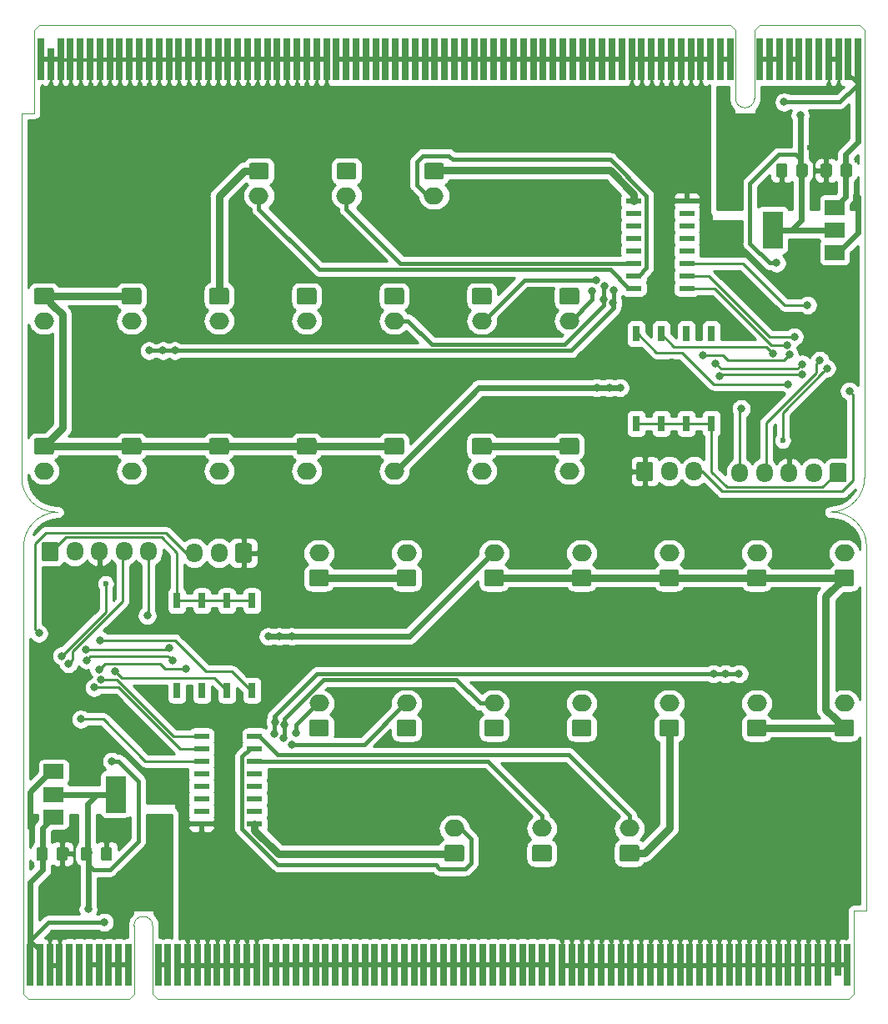
<source format=gbr>
G04 #@! TF.GenerationSoftware,KiCad,Pcbnew,(5.1.5)-3*
G04 #@! TF.CreationDate,2020-03-05T02:40:22+09:00*
G04 #@! TF.ProjectId,Solenoid_Valve-fin,536f6c65-6e6f-4696-945f-56616c76652d,rev?*
G04 #@! TF.SameCoordinates,Original*
G04 #@! TF.FileFunction,Copper,L1,Top*
G04 #@! TF.FilePolarity,Positive*
%FSLAX46Y46*%
G04 Gerber Fmt 4.6, Leading zero omitted, Abs format (unit mm)*
G04 Created by KiCad (PCBNEW (5.1.5)-3) date 2020-03-05 02:40:22*
%MOMM*%
%LPD*%
G04 APERTURE LIST*
%ADD10C,0.100000*%
%ADD11R,0.700000X4.300000*%
%ADD12R,0.700000X3.200000*%
%ADD13R,1.550000X0.600000*%
%ADD14R,0.800000X1.600000*%
%ADD15O,2.000000X1.700000*%
%ADD16O,1.700000X1.950000*%
%ADD17R,2.000000X3.800000*%
%ADD18R,2.000000X1.500000*%
%ADD19C,0.600000*%
%ADD20C,0.800000*%
%ADD21C,0.600000*%
%ADD22C,0.250000*%
%ADD23C,0.400000*%
%ADD24C,0.500000*%
%ADD25C,0.800000*%
%ADD26C,0.254000*%
%ADD27C,0.300000*%
%ADD28C,0.350000*%
G04 APERTURE END LIST*
D10*
X125150000Y-76500000D02*
X125150000Y-39500000D01*
X210750000Y-76500000D02*
G75*
G02X207250000Y-80000000I-3500000J0D01*
G01*
X210750000Y-38950000D02*
X210750000Y-76500000D01*
X126450000Y-38950000D02*
X126450000Y-39500000D01*
X126450000Y-39500000D02*
X125150000Y-39500000D01*
X128650000Y-80000000D02*
G75*
G02X125150000Y-76500000I0J3500000D01*
G01*
X209650000Y-120500000D02*
X210950000Y-120500000D01*
X209650000Y-121050000D02*
X209650000Y-120500000D01*
X125350000Y-121050000D02*
X125350000Y-83500000D01*
X125350000Y-83500000D02*
G75*
G02X128850000Y-80000000I3500000J0D01*
G01*
X207450000Y-80000000D02*
G75*
G02X210950000Y-83500000I0J-3500000D01*
G01*
X210950000Y-83500000D02*
X210950000Y-120500000D01*
X199550000Y-38000000D02*
X199550000Y-31050000D01*
X197650000Y-38000000D02*
X197650000Y-31050000D01*
X210750000Y-38950000D02*
X210750000Y-31050000D01*
X210250000Y-30550000D02*
X200050000Y-30550000D01*
X126450000Y-38950000D02*
X126450000Y-31050000D01*
X197150000Y-30550000D02*
X126950000Y-30550000D01*
X210750000Y-31050000D02*
X210250000Y-30550000D01*
X199550000Y-31050000D02*
X200050000Y-30550000D01*
X197650000Y-31050000D02*
X197150000Y-30550000D01*
X126450000Y-31050000D02*
X126950000Y-30550000D01*
X199550000Y-38000000D02*
G75*
G02X197650000Y-38000000I-950000J0D01*
G01*
X136550000Y-122000000D02*
G75*
G02X138450000Y-122000000I950000J0D01*
G01*
X209650000Y-128950000D02*
X209150000Y-129450000D01*
X138450000Y-128950000D02*
X138950000Y-129450000D01*
X136550000Y-128950000D02*
X136050000Y-129450000D01*
X125350000Y-128950000D02*
X125850000Y-129450000D01*
X138950000Y-129450000D02*
X209150000Y-129450000D01*
X209650000Y-121050000D02*
X209650000Y-128950000D01*
X125850000Y-129450000D02*
X136050000Y-129450000D01*
X125350000Y-121050000D02*
X125350000Y-128950000D01*
X138450000Y-122000000D02*
X138450000Y-128950000D01*
X136550000Y-122000000D02*
X136550000Y-128950000D01*
D11*
X160100000Y-34000000D03*
X161100000Y-34000000D03*
X162100000Y-34000000D03*
X163100000Y-34000000D03*
X164100000Y-34000000D03*
X165100000Y-34000000D03*
X166100000Y-34000000D03*
X167100000Y-34000000D03*
X168100000Y-34000000D03*
X169100000Y-34000000D03*
X170100000Y-34000000D03*
X171100000Y-34000000D03*
X172100000Y-34000000D03*
X173100000Y-34000000D03*
X174100000Y-34000000D03*
X175100000Y-34000000D03*
X176100000Y-34000000D03*
X177100000Y-34000000D03*
X178100000Y-34000000D03*
X179100000Y-34000000D03*
X180100000Y-34000000D03*
X181100000Y-34000000D03*
X182100000Y-34000000D03*
X183100000Y-34000000D03*
X184100000Y-34000000D03*
X185100000Y-34000000D03*
X186100000Y-34000000D03*
X187100000Y-34000000D03*
X188100000Y-34000000D03*
X189100000Y-34000000D03*
X190100000Y-34000000D03*
X210100000Y-34000000D03*
X209100000Y-34000000D03*
X208100000Y-34000000D03*
X207100000Y-34000000D03*
X206100000Y-34000000D03*
X205100000Y-34000000D03*
X204100000Y-34000000D03*
X203100000Y-34000000D03*
X202100000Y-34000000D03*
X201100000Y-34000000D03*
X200100000Y-34000000D03*
X195100000Y-34000000D03*
X194100000Y-34000000D03*
X193100000Y-34000000D03*
X192100000Y-34000000D03*
X191100000Y-34000000D03*
X197100000Y-34000000D03*
X196100000Y-34000000D03*
X159100000Y-34000000D03*
X158100000Y-34000000D03*
X157100000Y-34000000D03*
X156100000Y-34000000D03*
X155100000Y-34000000D03*
X154100000Y-34000000D03*
X153100000Y-34000000D03*
X152100000Y-34000000D03*
X151100000Y-34000000D03*
X150100000Y-34000000D03*
X149100000Y-34000000D03*
X148100000Y-34000000D03*
X147100000Y-34000000D03*
X146100000Y-34000000D03*
X145100000Y-34000000D03*
X144100000Y-34000000D03*
X143100000Y-34000000D03*
X142100000Y-34000000D03*
X141100000Y-34000000D03*
X140100000Y-34000000D03*
X139100000Y-34000000D03*
X138100000Y-34000000D03*
X137100000Y-34000000D03*
X136100000Y-34000000D03*
X135100000Y-34000000D03*
X134100000Y-34000000D03*
X133100000Y-34000000D03*
X132100000Y-34000000D03*
X131100000Y-34000000D03*
X130100000Y-34000000D03*
X129100000Y-34000000D03*
D12*
X128100000Y-34550000D03*
D11*
X127100000Y-34000000D03*
D13*
X192700000Y-57270000D03*
X192700000Y-56000000D03*
X192700000Y-54730000D03*
X192700000Y-53460000D03*
X192700000Y-52190000D03*
X192700000Y-50920000D03*
X192700000Y-49650000D03*
X192700000Y-48380000D03*
X187300000Y-48380000D03*
X187300000Y-49650000D03*
X187300000Y-50920000D03*
X187300000Y-52190000D03*
X187300000Y-53460000D03*
X187300000Y-54730000D03*
X187300000Y-56000000D03*
X187300000Y-57270000D03*
D14*
X195180000Y-61900000D03*
X192640000Y-61900000D03*
X190100000Y-61900000D03*
X187560000Y-61900000D03*
X187560000Y-71000000D03*
X190100000Y-71000000D03*
X192640000Y-71000000D03*
X195180000Y-71000000D03*
G04 #@! TA.AperFunction,ComponentPad*
D10*
G36*
X181534504Y-72471204D02*
G01*
X181558773Y-72474804D01*
X181582571Y-72480765D01*
X181605671Y-72489030D01*
X181627849Y-72499520D01*
X181648893Y-72512133D01*
X181668598Y-72526747D01*
X181686777Y-72543223D01*
X181703253Y-72561402D01*
X181717867Y-72581107D01*
X181730480Y-72602151D01*
X181740970Y-72624329D01*
X181749235Y-72647429D01*
X181755196Y-72671227D01*
X181758796Y-72695496D01*
X181760000Y-72720000D01*
X181760000Y-73920000D01*
X181758796Y-73944504D01*
X181755196Y-73968773D01*
X181749235Y-73992571D01*
X181740970Y-74015671D01*
X181730480Y-74037849D01*
X181717867Y-74058893D01*
X181703253Y-74078598D01*
X181686777Y-74096777D01*
X181668598Y-74113253D01*
X181648893Y-74127867D01*
X181627849Y-74140480D01*
X181605671Y-74150970D01*
X181582571Y-74159235D01*
X181558773Y-74165196D01*
X181534504Y-74168796D01*
X181510000Y-74170000D01*
X180010000Y-74170000D01*
X179985496Y-74168796D01*
X179961227Y-74165196D01*
X179937429Y-74159235D01*
X179914329Y-74150970D01*
X179892151Y-74140480D01*
X179871107Y-74127867D01*
X179851402Y-74113253D01*
X179833223Y-74096777D01*
X179816747Y-74078598D01*
X179802133Y-74058893D01*
X179789520Y-74037849D01*
X179779030Y-74015671D01*
X179770765Y-73992571D01*
X179764804Y-73968773D01*
X179761204Y-73944504D01*
X179760000Y-73920000D01*
X179760000Y-72720000D01*
X179761204Y-72695496D01*
X179764804Y-72671227D01*
X179770765Y-72647429D01*
X179779030Y-72624329D01*
X179789520Y-72602151D01*
X179802133Y-72581107D01*
X179816747Y-72561402D01*
X179833223Y-72543223D01*
X179851402Y-72526747D01*
X179871107Y-72512133D01*
X179892151Y-72499520D01*
X179914329Y-72489030D01*
X179937429Y-72480765D01*
X179961227Y-72474804D01*
X179985496Y-72471204D01*
X180010000Y-72470000D01*
X181510000Y-72470000D01*
X181534504Y-72471204D01*
G37*
G04 #@! TD.AperFunction*
D15*
X180760000Y-75820000D03*
G04 #@! TA.AperFunction,SMDPad,CuDef*
D10*
G36*
X202686505Y-44601204D02*
G01*
X202710773Y-44604804D01*
X202734572Y-44610765D01*
X202757671Y-44619030D01*
X202779850Y-44629520D01*
X202800893Y-44642132D01*
X202820599Y-44656747D01*
X202838777Y-44673223D01*
X202855253Y-44691401D01*
X202869868Y-44711107D01*
X202882480Y-44732150D01*
X202892970Y-44754329D01*
X202901235Y-44777428D01*
X202907196Y-44801227D01*
X202910796Y-44825495D01*
X202912000Y-44849999D01*
X202912000Y-45750001D01*
X202910796Y-45774505D01*
X202907196Y-45798773D01*
X202901235Y-45822572D01*
X202892970Y-45845671D01*
X202882480Y-45867850D01*
X202869868Y-45888893D01*
X202855253Y-45908599D01*
X202838777Y-45926777D01*
X202820599Y-45943253D01*
X202800893Y-45957868D01*
X202779850Y-45970480D01*
X202757671Y-45980970D01*
X202734572Y-45989235D01*
X202710773Y-45995196D01*
X202686505Y-45998796D01*
X202662001Y-46000000D01*
X202011999Y-46000000D01*
X201987495Y-45998796D01*
X201963227Y-45995196D01*
X201939428Y-45989235D01*
X201916329Y-45980970D01*
X201894150Y-45970480D01*
X201873107Y-45957868D01*
X201853401Y-45943253D01*
X201835223Y-45926777D01*
X201818747Y-45908599D01*
X201804132Y-45888893D01*
X201791520Y-45867850D01*
X201781030Y-45845671D01*
X201772765Y-45822572D01*
X201766804Y-45798773D01*
X201763204Y-45774505D01*
X201762000Y-45750001D01*
X201762000Y-44849999D01*
X201763204Y-44825495D01*
X201766804Y-44801227D01*
X201772765Y-44777428D01*
X201781030Y-44754329D01*
X201791520Y-44732150D01*
X201804132Y-44711107D01*
X201818747Y-44691401D01*
X201835223Y-44673223D01*
X201853401Y-44656747D01*
X201873107Y-44642132D01*
X201894150Y-44629520D01*
X201916329Y-44619030D01*
X201939428Y-44610765D01*
X201963227Y-44604804D01*
X201987495Y-44601204D01*
X202011999Y-44600000D01*
X202662001Y-44600000D01*
X202686505Y-44601204D01*
G37*
G04 #@! TD.AperFunction*
G04 #@! TA.AperFunction,SMDPad,CuDef*
G36*
X204736505Y-44601204D02*
G01*
X204760773Y-44604804D01*
X204784572Y-44610765D01*
X204807671Y-44619030D01*
X204829850Y-44629520D01*
X204850893Y-44642132D01*
X204870599Y-44656747D01*
X204888777Y-44673223D01*
X204905253Y-44691401D01*
X204919868Y-44711107D01*
X204932480Y-44732150D01*
X204942970Y-44754329D01*
X204951235Y-44777428D01*
X204957196Y-44801227D01*
X204960796Y-44825495D01*
X204962000Y-44849999D01*
X204962000Y-45750001D01*
X204960796Y-45774505D01*
X204957196Y-45798773D01*
X204951235Y-45822572D01*
X204942970Y-45845671D01*
X204932480Y-45867850D01*
X204919868Y-45888893D01*
X204905253Y-45908599D01*
X204888777Y-45926777D01*
X204870599Y-45943253D01*
X204850893Y-45957868D01*
X204829850Y-45970480D01*
X204807671Y-45980970D01*
X204784572Y-45989235D01*
X204760773Y-45995196D01*
X204736505Y-45998796D01*
X204712001Y-46000000D01*
X204061999Y-46000000D01*
X204037495Y-45998796D01*
X204013227Y-45995196D01*
X203989428Y-45989235D01*
X203966329Y-45980970D01*
X203944150Y-45970480D01*
X203923107Y-45957868D01*
X203903401Y-45943253D01*
X203885223Y-45926777D01*
X203868747Y-45908599D01*
X203854132Y-45888893D01*
X203841520Y-45867850D01*
X203831030Y-45845671D01*
X203822765Y-45822572D01*
X203816804Y-45798773D01*
X203813204Y-45774505D01*
X203812000Y-45750001D01*
X203812000Y-44849999D01*
X203813204Y-44825495D01*
X203816804Y-44801227D01*
X203822765Y-44777428D01*
X203831030Y-44754329D01*
X203841520Y-44732150D01*
X203854132Y-44711107D01*
X203868747Y-44691401D01*
X203885223Y-44673223D01*
X203903401Y-44656747D01*
X203923107Y-44642132D01*
X203944150Y-44629520D01*
X203966329Y-44619030D01*
X203989428Y-44610765D01*
X204013227Y-44604804D01*
X204037495Y-44601204D01*
X204061999Y-44600000D01*
X204712001Y-44600000D01*
X204736505Y-44601204D01*
G37*
G04 #@! TD.AperFunction*
G04 #@! TA.AperFunction,SMDPad,CuDef*
G36*
X209236505Y-44601204D02*
G01*
X209260773Y-44604804D01*
X209284572Y-44610765D01*
X209307671Y-44619030D01*
X209329850Y-44629520D01*
X209350893Y-44642132D01*
X209370599Y-44656747D01*
X209388777Y-44673223D01*
X209405253Y-44691401D01*
X209419868Y-44711107D01*
X209432480Y-44732150D01*
X209442970Y-44754329D01*
X209451235Y-44777428D01*
X209457196Y-44801227D01*
X209460796Y-44825495D01*
X209462000Y-44849999D01*
X209462000Y-45750001D01*
X209460796Y-45774505D01*
X209457196Y-45798773D01*
X209451235Y-45822572D01*
X209442970Y-45845671D01*
X209432480Y-45867850D01*
X209419868Y-45888893D01*
X209405253Y-45908599D01*
X209388777Y-45926777D01*
X209370599Y-45943253D01*
X209350893Y-45957868D01*
X209329850Y-45970480D01*
X209307671Y-45980970D01*
X209284572Y-45989235D01*
X209260773Y-45995196D01*
X209236505Y-45998796D01*
X209212001Y-46000000D01*
X208561999Y-46000000D01*
X208537495Y-45998796D01*
X208513227Y-45995196D01*
X208489428Y-45989235D01*
X208466329Y-45980970D01*
X208444150Y-45970480D01*
X208423107Y-45957868D01*
X208403401Y-45943253D01*
X208385223Y-45926777D01*
X208368747Y-45908599D01*
X208354132Y-45888893D01*
X208341520Y-45867850D01*
X208331030Y-45845671D01*
X208322765Y-45822572D01*
X208316804Y-45798773D01*
X208313204Y-45774505D01*
X208312000Y-45750001D01*
X208312000Y-44849999D01*
X208313204Y-44825495D01*
X208316804Y-44801227D01*
X208322765Y-44777428D01*
X208331030Y-44754329D01*
X208341520Y-44732150D01*
X208354132Y-44711107D01*
X208368747Y-44691401D01*
X208385223Y-44673223D01*
X208403401Y-44656747D01*
X208423107Y-44642132D01*
X208444150Y-44629520D01*
X208466329Y-44619030D01*
X208489428Y-44610765D01*
X208513227Y-44604804D01*
X208537495Y-44601204D01*
X208561999Y-44600000D01*
X209212001Y-44600000D01*
X209236505Y-44601204D01*
G37*
G04 #@! TD.AperFunction*
G04 #@! TA.AperFunction,SMDPad,CuDef*
G36*
X207186505Y-44601204D02*
G01*
X207210773Y-44604804D01*
X207234572Y-44610765D01*
X207257671Y-44619030D01*
X207279850Y-44629520D01*
X207300893Y-44642132D01*
X207320599Y-44656747D01*
X207338777Y-44673223D01*
X207355253Y-44691401D01*
X207369868Y-44711107D01*
X207382480Y-44732150D01*
X207392970Y-44754329D01*
X207401235Y-44777428D01*
X207407196Y-44801227D01*
X207410796Y-44825495D01*
X207412000Y-44849999D01*
X207412000Y-45750001D01*
X207410796Y-45774505D01*
X207407196Y-45798773D01*
X207401235Y-45822572D01*
X207392970Y-45845671D01*
X207382480Y-45867850D01*
X207369868Y-45888893D01*
X207355253Y-45908599D01*
X207338777Y-45926777D01*
X207320599Y-45943253D01*
X207300893Y-45957868D01*
X207279850Y-45970480D01*
X207257671Y-45980970D01*
X207234572Y-45989235D01*
X207210773Y-45995196D01*
X207186505Y-45998796D01*
X207162001Y-46000000D01*
X206511999Y-46000000D01*
X206487495Y-45998796D01*
X206463227Y-45995196D01*
X206439428Y-45989235D01*
X206416329Y-45980970D01*
X206394150Y-45970480D01*
X206373107Y-45957868D01*
X206353401Y-45943253D01*
X206335223Y-45926777D01*
X206318747Y-45908599D01*
X206304132Y-45888893D01*
X206291520Y-45867850D01*
X206281030Y-45845671D01*
X206272765Y-45822572D01*
X206266804Y-45798773D01*
X206263204Y-45774505D01*
X206262000Y-45750001D01*
X206262000Y-44849999D01*
X206263204Y-44825495D01*
X206266804Y-44801227D01*
X206272765Y-44777428D01*
X206281030Y-44754329D01*
X206291520Y-44732150D01*
X206304132Y-44711107D01*
X206318747Y-44691401D01*
X206335223Y-44673223D01*
X206353401Y-44656747D01*
X206373107Y-44642132D01*
X206394150Y-44629520D01*
X206416329Y-44619030D01*
X206439428Y-44610765D01*
X206463227Y-44604804D01*
X206487495Y-44601204D01*
X206511999Y-44600000D01*
X207162001Y-44600000D01*
X207186505Y-44601204D01*
G37*
G04 #@! TD.AperFunction*
G04 #@! TA.AperFunction,ComponentPad*
G36*
X189044504Y-74886204D02*
G01*
X189068773Y-74889804D01*
X189092571Y-74895765D01*
X189115671Y-74904030D01*
X189137849Y-74914520D01*
X189158893Y-74927133D01*
X189178598Y-74941747D01*
X189196777Y-74958223D01*
X189213253Y-74976402D01*
X189227867Y-74996107D01*
X189240480Y-75017151D01*
X189250970Y-75039329D01*
X189259235Y-75062429D01*
X189265196Y-75086227D01*
X189268796Y-75110496D01*
X189270000Y-75135000D01*
X189270000Y-76585000D01*
X189268796Y-76609504D01*
X189265196Y-76633773D01*
X189259235Y-76657571D01*
X189250970Y-76680671D01*
X189240480Y-76702849D01*
X189227867Y-76723893D01*
X189213253Y-76743598D01*
X189196777Y-76761777D01*
X189178598Y-76778253D01*
X189158893Y-76792867D01*
X189137849Y-76805480D01*
X189115671Y-76815970D01*
X189092571Y-76824235D01*
X189068773Y-76830196D01*
X189044504Y-76833796D01*
X189020000Y-76835000D01*
X187820000Y-76835000D01*
X187795496Y-76833796D01*
X187771227Y-76830196D01*
X187747429Y-76824235D01*
X187724329Y-76815970D01*
X187702151Y-76805480D01*
X187681107Y-76792867D01*
X187661402Y-76778253D01*
X187643223Y-76761777D01*
X187626747Y-76743598D01*
X187612133Y-76723893D01*
X187599520Y-76702849D01*
X187589030Y-76680671D01*
X187580765Y-76657571D01*
X187574804Y-76633773D01*
X187571204Y-76609504D01*
X187570000Y-76585000D01*
X187570000Y-75135000D01*
X187571204Y-75110496D01*
X187574804Y-75086227D01*
X187580765Y-75062429D01*
X187589030Y-75039329D01*
X187599520Y-75017151D01*
X187612133Y-74996107D01*
X187626747Y-74976402D01*
X187643223Y-74958223D01*
X187661402Y-74941747D01*
X187681107Y-74927133D01*
X187702151Y-74914520D01*
X187724329Y-74904030D01*
X187747429Y-74895765D01*
X187771227Y-74889804D01*
X187795496Y-74886204D01*
X187820000Y-74885000D01*
X189020000Y-74885000D01*
X189044504Y-74886204D01*
G37*
G04 #@! TD.AperFunction*
D16*
X190920000Y-75860000D03*
X193420000Y-75860000D03*
D17*
X201400000Y-51350000D03*
D18*
X207700000Y-51350000D03*
X207700000Y-49050000D03*
X207700000Y-53650000D03*
G04 #@! TA.AperFunction,ComponentPad*
D10*
G36*
X145974504Y-57231204D02*
G01*
X145998773Y-57234804D01*
X146022571Y-57240765D01*
X146045671Y-57249030D01*
X146067849Y-57259520D01*
X146088893Y-57272133D01*
X146108598Y-57286747D01*
X146126777Y-57303223D01*
X146143253Y-57321402D01*
X146157867Y-57341107D01*
X146170480Y-57362151D01*
X146180970Y-57384329D01*
X146189235Y-57407429D01*
X146195196Y-57431227D01*
X146198796Y-57455496D01*
X146200000Y-57480000D01*
X146200000Y-58680000D01*
X146198796Y-58704504D01*
X146195196Y-58728773D01*
X146189235Y-58752571D01*
X146180970Y-58775671D01*
X146170480Y-58797849D01*
X146157867Y-58818893D01*
X146143253Y-58838598D01*
X146126777Y-58856777D01*
X146108598Y-58873253D01*
X146088893Y-58887867D01*
X146067849Y-58900480D01*
X146045671Y-58910970D01*
X146022571Y-58919235D01*
X145998773Y-58925196D01*
X145974504Y-58928796D01*
X145950000Y-58930000D01*
X144450000Y-58930000D01*
X144425496Y-58928796D01*
X144401227Y-58925196D01*
X144377429Y-58919235D01*
X144354329Y-58910970D01*
X144332151Y-58900480D01*
X144311107Y-58887867D01*
X144291402Y-58873253D01*
X144273223Y-58856777D01*
X144256747Y-58838598D01*
X144242133Y-58818893D01*
X144229520Y-58797849D01*
X144219030Y-58775671D01*
X144210765Y-58752571D01*
X144204804Y-58728773D01*
X144201204Y-58704504D01*
X144200000Y-58680000D01*
X144200000Y-57480000D01*
X144201204Y-57455496D01*
X144204804Y-57431227D01*
X144210765Y-57407429D01*
X144219030Y-57384329D01*
X144229520Y-57362151D01*
X144242133Y-57341107D01*
X144256747Y-57321402D01*
X144273223Y-57303223D01*
X144291402Y-57286747D01*
X144311107Y-57272133D01*
X144332151Y-57259520D01*
X144354329Y-57249030D01*
X144377429Y-57240765D01*
X144401227Y-57234804D01*
X144425496Y-57231204D01*
X144450000Y-57230000D01*
X145950000Y-57230000D01*
X145974504Y-57231204D01*
G37*
G04 #@! TD.AperFunction*
D15*
X145200000Y-60580000D03*
G04 #@! TA.AperFunction,ComponentPad*
D10*
G36*
X172644504Y-72471204D02*
G01*
X172668773Y-72474804D01*
X172692571Y-72480765D01*
X172715671Y-72489030D01*
X172737849Y-72499520D01*
X172758893Y-72512133D01*
X172778598Y-72526747D01*
X172796777Y-72543223D01*
X172813253Y-72561402D01*
X172827867Y-72581107D01*
X172840480Y-72602151D01*
X172850970Y-72624329D01*
X172859235Y-72647429D01*
X172865196Y-72671227D01*
X172868796Y-72695496D01*
X172870000Y-72720000D01*
X172870000Y-73920000D01*
X172868796Y-73944504D01*
X172865196Y-73968773D01*
X172859235Y-73992571D01*
X172850970Y-74015671D01*
X172840480Y-74037849D01*
X172827867Y-74058893D01*
X172813253Y-74078598D01*
X172796777Y-74096777D01*
X172778598Y-74113253D01*
X172758893Y-74127867D01*
X172737849Y-74140480D01*
X172715671Y-74150970D01*
X172692571Y-74159235D01*
X172668773Y-74165196D01*
X172644504Y-74168796D01*
X172620000Y-74170000D01*
X171120000Y-74170000D01*
X171095496Y-74168796D01*
X171071227Y-74165196D01*
X171047429Y-74159235D01*
X171024329Y-74150970D01*
X171002151Y-74140480D01*
X170981107Y-74127867D01*
X170961402Y-74113253D01*
X170943223Y-74096777D01*
X170926747Y-74078598D01*
X170912133Y-74058893D01*
X170899520Y-74037849D01*
X170889030Y-74015671D01*
X170880765Y-73992571D01*
X170874804Y-73968773D01*
X170871204Y-73944504D01*
X170870000Y-73920000D01*
X170870000Y-72720000D01*
X170871204Y-72695496D01*
X170874804Y-72671227D01*
X170880765Y-72647429D01*
X170889030Y-72624329D01*
X170899520Y-72602151D01*
X170912133Y-72581107D01*
X170926747Y-72561402D01*
X170943223Y-72543223D01*
X170961402Y-72526747D01*
X170981107Y-72512133D01*
X171002151Y-72499520D01*
X171024329Y-72489030D01*
X171047429Y-72480765D01*
X171071227Y-72474804D01*
X171095496Y-72471204D01*
X171120000Y-72470000D01*
X172620000Y-72470000D01*
X172644504Y-72471204D01*
G37*
G04 #@! TD.AperFunction*
D15*
X171870000Y-75820000D03*
G04 #@! TA.AperFunction,ComponentPad*
D10*
G36*
X137084504Y-57231204D02*
G01*
X137108773Y-57234804D01*
X137132571Y-57240765D01*
X137155671Y-57249030D01*
X137177849Y-57259520D01*
X137198893Y-57272133D01*
X137218598Y-57286747D01*
X137236777Y-57303223D01*
X137253253Y-57321402D01*
X137267867Y-57341107D01*
X137280480Y-57362151D01*
X137290970Y-57384329D01*
X137299235Y-57407429D01*
X137305196Y-57431227D01*
X137308796Y-57455496D01*
X137310000Y-57480000D01*
X137310000Y-58680000D01*
X137308796Y-58704504D01*
X137305196Y-58728773D01*
X137299235Y-58752571D01*
X137290970Y-58775671D01*
X137280480Y-58797849D01*
X137267867Y-58818893D01*
X137253253Y-58838598D01*
X137236777Y-58856777D01*
X137218598Y-58873253D01*
X137198893Y-58887867D01*
X137177849Y-58900480D01*
X137155671Y-58910970D01*
X137132571Y-58919235D01*
X137108773Y-58925196D01*
X137084504Y-58928796D01*
X137060000Y-58930000D01*
X135560000Y-58930000D01*
X135535496Y-58928796D01*
X135511227Y-58925196D01*
X135487429Y-58919235D01*
X135464329Y-58910970D01*
X135442151Y-58900480D01*
X135421107Y-58887867D01*
X135401402Y-58873253D01*
X135383223Y-58856777D01*
X135366747Y-58838598D01*
X135352133Y-58818893D01*
X135339520Y-58797849D01*
X135329030Y-58775671D01*
X135320765Y-58752571D01*
X135314804Y-58728773D01*
X135311204Y-58704504D01*
X135310000Y-58680000D01*
X135310000Y-57480000D01*
X135311204Y-57455496D01*
X135314804Y-57431227D01*
X135320765Y-57407429D01*
X135329030Y-57384329D01*
X135339520Y-57362151D01*
X135352133Y-57341107D01*
X135366747Y-57321402D01*
X135383223Y-57303223D01*
X135401402Y-57286747D01*
X135421107Y-57272133D01*
X135442151Y-57259520D01*
X135464329Y-57249030D01*
X135487429Y-57240765D01*
X135511227Y-57234804D01*
X135535496Y-57231204D01*
X135560000Y-57230000D01*
X137060000Y-57230000D01*
X137084504Y-57231204D01*
G37*
G04 #@! TD.AperFunction*
D15*
X136310000Y-60580000D03*
D16*
X198065000Y-76000000D03*
X200565000Y-76000000D03*
X203065000Y-76000000D03*
X205565000Y-76000000D03*
G04 #@! TA.AperFunction,ComponentPad*
D10*
G36*
X208689594Y-75026203D02*
G01*
X208713853Y-75029802D01*
X208737642Y-75035761D01*
X208760733Y-75044023D01*
X208782902Y-75054508D01*
X208803937Y-75067116D01*
X208823635Y-75081725D01*
X208841806Y-75098194D01*
X208858275Y-75116365D01*
X208872884Y-75136063D01*
X208885492Y-75157098D01*
X208895977Y-75179267D01*
X208904239Y-75202358D01*
X208910198Y-75226147D01*
X208913797Y-75250406D01*
X208915000Y-75274900D01*
X208915000Y-76725100D01*
X208913797Y-76749594D01*
X208910198Y-76773853D01*
X208904239Y-76797642D01*
X208895977Y-76820733D01*
X208885492Y-76842902D01*
X208872884Y-76863937D01*
X208858275Y-76883635D01*
X208841806Y-76901806D01*
X208823635Y-76918275D01*
X208803937Y-76932884D01*
X208782902Y-76945492D01*
X208760733Y-76955977D01*
X208737642Y-76964239D01*
X208713853Y-76970198D01*
X208689594Y-76973797D01*
X208665100Y-76975000D01*
X207464900Y-76975000D01*
X207440406Y-76973797D01*
X207416147Y-76970198D01*
X207392358Y-76964239D01*
X207369267Y-76955977D01*
X207347098Y-76945492D01*
X207326063Y-76932884D01*
X207306365Y-76918275D01*
X207288194Y-76901806D01*
X207271725Y-76883635D01*
X207257116Y-76863937D01*
X207244508Y-76842902D01*
X207234023Y-76820733D01*
X207225761Y-76797642D01*
X207219802Y-76773853D01*
X207216203Y-76749594D01*
X207215000Y-76725100D01*
X207215000Y-75274900D01*
X207216203Y-75250406D01*
X207219802Y-75226147D01*
X207225761Y-75202358D01*
X207234023Y-75179267D01*
X207244508Y-75157098D01*
X207257116Y-75136063D01*
X207271725Y-75116365D01*
X207288194Y-75098194D01*
X207306365Y-75081725D01*
X207326063Y-75067116D01*
X207347098Y-75054508D01*
X207369267Y-75044023D01*
X207392358Y-75035761D01*
X207416147Y-75029802D01*
X207440406Y-75026203D01*
X207464900Y-75025000D01*
X208665100Y-75025000D01*
X208689594Y-75026203D01*
G37*
G04 #@! TD.AperFunction*
G04 #@! TA.AperFunction,ComponentPad*
G36*
X181534504Y-57231204D02*
G01*
X181558773Y-57234804D01*
X181582571Y-57240765D01*
X181605671Y-57249030D01*
X181627849Y-57259520D01*
X181648893Y-57272133D01*
X181668598Y-57286747D01*
X181686777Y-57303223D01*
X181703253Y-57321402D01*
X181717867Y-57341107D01*
X181730480Y-57362151D01*
X181740970Y-57384329D01*
X181749235Y-57407429D01*
X181755196Y-57431227D01*
X181758796Y-57455496D01*
X181760000Y-57480000D01*
X181760000Y-58680000D01*
X181758796Y-58704504D01*
X181755196Y-58728773D01*
X181749235Y-58752571D01*
X181740970Y-58775671D01*
X181730480Y-58797849D01*
X181717867Y-58818893D01*
X181703253Y-58838598D01*
X181686777Y-58856777D01*
X181668598Y-58873253D01*
X181648893Y-58887867D01*
X181627849Y-58900480D01*
X181605671Y-58910970D01*
X181582571Y-58919235D01*
X181558773Y-58925196D01*
X181534504Y-58928796D01*
X181510000Y-58930000D01*
X180010000Y-58930000D01*
X179985496Y-58928796D01*
X179961227Y-58925196D01*
X179937429Y-58919235D01*
X179914329Y-58910970D01*
X179892151Y-58900480D01*
X179871107Y-58887867D01*
X179851402Y-58873253D01*
X179833223Y-58856777D01*
X179816747Y-58838598D01*
X179802133Y-58818893D01*
X179789520Y-58797849D01*
X179779030Y-58775671D01*
X179770765Y-58752571D01*
X179764804Y-58728773D01*
X179761204Y-58704504D01*
X179760000Y-58680000D01*
X179760000Y-57480000D01*
X179761204Y-57455496D01*
X179764804Y-57431227D01*
X179770765Y-57407429D01*
X179779030Y-57384329D01*
X179789520Y-57362151D01*
X179802133Y-57341107D01*
X179816747Y-57321402D01*
X179833223Y-57303223D01*
X179851402Y-57286747D01*
X179871107Y-57272133D01*
X179892151Y-57259520D01*
X179914329Y-57249030D01*
X179937429Y-57240765D01*
X179961227Y-57234804D01*
X179985496Y-57231204D01*
X180010000Y-57230000D01*
X181510000Y-57230000D01*
X181534504Y-57231204D01*
G37*
G04 #@! TD.AperFunction*
D15*
X180760000Y-60580000D03*
G04 #@! TA.AperFunction,ComponentPad*
D10*
G36*
X128194504Y-57231204D02*
G01*
X128218773Y-57234804D01*
X128242571Y-57240765D01*
X128265671Y-57249030D01*
X128287849Y-57259520D01*
X128308893Y-57272133D01*
X128328598Y-57286747D01*
X128346777Y-57303223D01*
X128363253Y-57321402D01*
X128377867Y-57341107D01*
X128390480Y-57362151D01*
X128400970Y-57384329D01*
X128409235Y-57407429D01*
X128415196Y-57431227D01*
X128418796Y-57455496D01*
X128420000Y-57480000D01*
X128420000Y-58680000D01*
X128418796Y-58704504D01*
X128415196Y-58728773D01*
X128409235Y-58752571D01*
X128400970Y-58775671D01*
X128390480Y-58797849D01*
X128377867Y-58818893D01*
X128363253Y-58838598D01*
X128346777Y-58856777D01*
X128328598Y-58873253D01*
X128308893Y-58887867D01*
X128287849Y-58900480D01*
X128265671Y-58910970D01*
X128242571Y-58919235D01*
X128218773Y-58925196D01*
X128194504Y-58928796D01*
X128170000Y-58930000D01*
X126670000Y-58930000D01*
X126645496Y-58928796D01*
X126621227Y-58925196D01*
X126597429Y-58919235D01*
X126574329Y-58910970D01*
X126552151Y-58900480D01*
X126531107Y-58887867D01*
X126511402Y-58873253D01*
X126493223Y-58856777D01*
X126476747Y-58838598D01*
X126462133Y-58818893D01*
X126449520Y-58797849D01*
X126439030Y-58775671D01*
X126430765Y-58752571D01*
X126424804Y-58728773D01*
X126421204Y-58704504D01*
X126420000Y-58680000D01*
X126420000Y-57480000D01*
X126421204Y-57455496D01*
X126424804Y-57431227D01*
X126430765Y-57407429D01*
X126439030Y-57384329D01*
X126449520Y-57362151D01*
X126462133Y-57341107D01*
X126476747Y-57321402D01*
X126493223Y-57303223D01*
X126511402Y-57286747D01*
X126531107Y-57272133D01*
X126552151Y-57259520D01*
X126574329Y-57249030D01*
X126597429Y-57240765D01*
X126621227Y-57234804D01*
X126645496Y-57231204D01*
X126670000Y-57230000D01*
X128170000Y-57230000D01*
X128194504Y-57231204D01*
G37*
G04 #@! TD.AperFunction*
D15*
X127420000Y-60580000D03*
G04 #@! TA.AperFunction,ComponentPad*
D10*
G36*
X154864504Y-72471204D02*
G01*
X154888773Y-72474804D01*
X154912571Y-72480765D01*
X154935671Y-72489030D01*
X154957849Y-72499520D01*
X154978893Y-72512133D01*
X154998598Y-72526747D01*
X155016777Y-72543223D01*
X155033253Y-72561402D01*
X155047867Y-72581107D01*
X155060480Y-72602151D01*
X155070970Y-72624329D01*
X155079235Y-72647429D01*
X155085196Y-72671227D01*
X155088796Y-72695496D01*
X155090000Y-72720000D01*
X155090000Y-73920000D01*
X155088796Y-73944504D01*
X155085196Y-73968773D01*
X155079235Y-73992571D01*
X155070970Y-74015671D01*
X155060480Y-74037849D01*
X155047867Y-74058893D01*
X155033253Y-74078598D01*
X155016777Y-74096777D01*
X154998598Y-74113253D01*
X154978893Y-74127867D01*
X154957849Y-74140480D01*
X154935671Y-74150970D01*
X154912571Y-74159235D01*
X154888773Y-74165196D01*
X154864504Y-74168796D01*
X154840000Y-74170000D01*
X153340000Y-74170000D01*
X153315496Y-74168796D01*
X153291227Y-74165196D01*
X153267429Y-74159235D01*
X153244329Y-74150970D01*
X153222151Y-74140480D01*
X153201107Y-74127867D01*
X153181402Y-74113253D01*
X153163223Y-74096777D01*
X153146747Y-74078598D01*
X153132133Y-74058893D01*
X153119520Y-74037849D01*
X153109030Y-74015671D01*
X153100765Y-73992571D01*
X153094804Y-73968773D01*
X153091204Y-73944504D01*
X153090000Y-73920000D01*
X153090000Y-72720000D01*
X153091204Y-72695496D01*
X153094804Y-72671227D01*
X153100765Y-72647429D01*
X153109030Y-72624329D01*
X153119520Y-72602151D01*
X153132133Y-72581107D01*
X153146747Y-72561402D01*
X153163223Y-72543223D01*
X153181402Y-72526747D01*
X153201107Y-72512133D01*
X153222151Y-72499520D01*
X153244329Y-72489030D01*
X153267429Y-72480765D01*
X153291227Y-72474804D01*
X153315496Y-72471204D01*
X153340000Y-72470000D01*
X154840000Y-72470000D01*
X154864504Y-72471204D01*
G37*
G04 #@! TD.AperFunction*
D15*
X154090000Y-75820000D03*
G04 #@! TA.AperFunction,ComponentPad*
D10*
G36*
X128194504Y-72471204D02*
G01*
X128218773Y-72474804D01*
X128242571Y-72480765D01*
X128265671Y-72489030D01*
X128287849Y-72499520D01*
X128308893Y-72512133D01*
X128328598Y-72526747D01*
X128346777Y-72543223D01*
X128363253Y-72561402D01*
X128377867Y-72581107D01*
X128390480Y-72602151D01*
X128400970Y-72624329D01*
X128409235Y-72647429D01*
X128415196Y-72671227D01*
X128418796Y-72695496D01*
X128420000Y-72720000D01*
X128420000Y-73920000D01*
X128418796Y-73944504D01*
X128415196Y-73968773D01*
X128409235Y-73992571D01*
X128400970Y-74015671D01*
X128390480Y-74037849D01*
X128377867Y-74058893D01*
X128363253Y-74078598D01*
X128346777Y-74096777D01*
X128328598Y-74113253D01*
X128308893Y-74127867D01*
X128287849Y-74140480D01*
X128265671Y-74150970D01*
X128242571Y-74159235D01*
X128218773Y-74165196D01*
X128194504Y-74168796D01*
X128170000Y-74170000D01*
X126670000Y-74170000D01*
X126645496Y-74168796D01*
X126621227Y-74165196D01*
X126597429Y-74159235D01*
X126574329Y-74150970D01*
X126552151Y-74140480D01*
X126531107Y-74127867D01*
X126511402Y-74113253D01*
X126493223Y-74096777D01*
X126476747Y-74078598D01*
X126462133Y-74058893D01*
X126449520Y-74037849D01*
X126439030Y-74015671D01*
X126430765Y-73992571D01*
X126424804Y-73968773D01*
X126421204Y-73944504D01*
X126420000Y-73920000D01*
X126420000Y-72720000D01*
X126421204Y-72695496D01*
X126424804Y-72671227D01*
X126430765Y-72647429D01*
X126439030Y-72624329D01*
X126449520Y-72602151D01*
X126462133Y-72581107D01*
X126476747Y-72561402D01*
X126493223Y-72543223D01*
X126511402Y-72526747D01*
X126531107Y-72512133D01*
X126552151Y-72499520D01*
X126574329Y-72489030D01*
X126597429Y-72480765D01*
X126621227Y-72474804D01*
X126645496Y-72471204D01*
X126670000Y-72470000D01*
X128170000Y-72470000D01*
X128194504Y-72471204D01*
G37*
G04 #@! TD.AperFunction*
D15*
X127420000Y-75820000D03*
X167020000Y-47880000D03*
G04 #@! TA.AperFunction,ComponentPad*
D10*
G36*
X167794504Y-44531204D02*
G01*
X167818773Y-44534804D01*
X167842571Y-44540765D01*
X167865671Y-44549030D01*
X167887849Y-44559520D01*
X167908893Y-44572133D01*
X167928598Y-44586747D01*
X167946777Y-44603223D01*
X167963253Y-44621402D01*
X167977867Y-44641107D01*
X167990480Y-44662151D01*
X168000970Y-44684329D01*
X168009235Y-44707429D01*
X168015196Y-44731227D01*
X168018796Y-44755496D01*
X168020000Y-44780000D01*
X168020000Y-45980000D01*
X168018796Y-46004504D01*
X168015196Y-46028773D01*
X168009235Y-46052571D01*
X168000970Y-46075671D01*
X167990480Y-46097849D01*
X167977867Y-46118893D01*
X167963253Y-46138598D01*
X167946777Y-46156777D01*
X167928598Y-46173253D01*
X167908893Y-46187867D01*
X167887849Y-46200480D01*
X167865671Y-46210970D01*
X167842571Y-46219235D01*
X167818773Y-46225196D01*
X167794504Y-46228796D01*
X167770000Y-46230000D01*
X166270000Y-46230000D01*
X166245496Y-46228796D01*
X166221227Y-46225196D01*
X166197429Y-46219235D01*
X166174329Y-46210970D01*
X166152151Y-46200480D01*
X166131107Y-46187867D01*
X166111402Y-46173253D01*
X166093223Y-46156777D01*
X166076747Y-46138598D01*
X166062133Y-46118893D01*
X166049520Y-46097849D01*
X166039030Y-46075671D01*
X166030765Y-46052571D01*
X166024804Y-46028773D01*
X166021204Y-46004504D01*
X166020000Y-45980000D01*
X166020000Y-44780000D01*
X166021204Y-44755496D01*
X166024804Y-44731227D01*
X166030765Y-44707429D01*
X166039030Y-44684329D01*
X166049520Y-44662151D01*
X166062133Y-44641107D01*
X166076747Y-44621402D01*
X166093223Y-44603223D01*
X166111402Y-44586747D01*
X166131107Y-44572133D01*
X166152151Y-44559520D01*
X166174329Y-44549030D01*
X166197429Y-44540765D01*
X166221227Y-44534804D01*
X166245496Y-44531204D01*
X166270000Y-44530000D01*
X167770000Y-44530000D01*
X167794504Y-44531204D01*
G37*
G04 #@! TD.AperFunction*
G04 #@! TA.AperFunction,ComponentPad*
G36*
X163754504Y-57231204D02*
G01*
X163778773Y-57234804D01*
X163802571Y-57240765D01*
X163825671Y-57249030D01*
X163847849Y-57259520D01*
X163868893Y-57272133D01*
X163888598Y-57286747D01*
X163906777Y-57303223D01*
X163923253Y-57321402D01*
X163937867Y-57341107D01*
X163950480Y-57362151D01*
X163960970Y-57384329D01*
X163969235Y-57407429D01*
X163975196Y-57431227D01*
X163978796Y-57455496D01*
X163980000Y-57480000D01*
X163980000Y-58680000D01*
X163978796Y-58704504D01*
X163975196Y-58728773D01*
X163969235Y-58752571D01*
X163960970Y-58775671D01*
X163950480Y-58797849D01*
X163937867Y-58818893D01*
X163923253Y-58838598D01*
X163906777Y-58856777D01*
X163888598Y-58873253D01*
X163868893Y-58887867D01*
X163847849Y-58900480D01*
X163825671Y-58910970D01*
X163802571Y-58919235D01*
X163778773Y-58925196D01*
X163754504Y-58928796D01*
X163730000Y-58930000D01*
X162230000Y-58930000D01*
X162205496Y-58928796D01*
X162181227Y-58925196D01*
X162157429Y-58919235D01*
X162134329Y-58910970D01*
X162112151Y-58900480D01*
X162091107Y-58887867D01*
X162071402Y-58873253D01*
X162053223Y-58856777D01*
X162036747Y-58838598D01*
X162022133Y-58818893D01*
X162009520Y-58797849D01*
X161999030Y-58775671D01*
X161990765Y-58752571D01*
X161984804Y-58728773D01*
X161981204Y-58704504D01*
X161980000Y-58680000D01*
X161980000Y-57480000D01*
X161981204Y-57455496D01*
X161984804Y-57431227D01*
X161990765Y-57407429D01*
X161999030Y-57384329D01*
X162009520Y-57362151D01*
X162022133Y-57341107D01*
X162036747Y-57321402D01*
X162053223Y-57303223D01*
X162071402Y-57286747D01*
X162091107Y-57272133D01*
X162112151Y-57259520D01*
X162134329Y-57249030D01*
X162157429Y-57240765D01*
X162181227Y-57234804D01*
X162205496Y-57231204D01*
X162230000Y-57230000D01*
X163730000Y-57230000D01*
X163754504Y-57231204D01*
G37*
G04 #@! TD.AperFunction*
D15*
X162980000Y-60580000D03*
G04 #@! TA.AperFunction,ComponentPad*
D10*
G36*
X137084504Y-72471204D02*
G01*
X137108773Y-72474804D01*
X137132571Y-72480765D01*
X137155671Y-72489030D01*
X137177849Y-72499520D01*
X137198893Y-72512133D01*
X137218598Y-72526747D01*
X137236777Y-72543223D01*
X137253253Y-72561402D01*
X137267867Y-72581107D01*
X137280480Y-72602151D01*
X137290970Y-72624329D01*
X137299235Y-72647429D01*
X137305196Y-72671227D01*
X137308796Y-72695496D01*
X137310000Y-72720000D01*
X137310000Y-73920000D01*
X137308796Y-73944504D01*
X137305196Y-73968773D01*
X137299235Y-73992571D01*
X137290970Y-74015671D01*
X137280480Y-74037849D01*
X137267867Y-74058893D01*
X137253253Y-74078598D01*
X137236777Y-74096777D01*
X137218598Y-74113253D01*
X137198893Y-74127867D01*
X137177849Y-74140480D01*
X137155671Y-74150970D01*
X137132571Y-74159235D01*
X137108773Y-74165196D01*
X137084504Y-74168796D01*
X137060000Y-74170000D01*
X135560000Y-74170000D01*
X135535496Y-74168796D01*
X135511227Y-74165196D01*
X135487429Y-74159235D01*
X135464329Y-74150970D01*
X135442151Y-74140480D01*
X135421107Y-74127867D01*
X135401402Y-74113253D01*
X135383223Y-74096777D01*
X135366747Y-74078598D01*
X135352133Y-74058893D01*
X135339520Y-74037849D01*
X135329030Y-74015671D01*
X135320765Y-73992571D01*
X135314804Y-73968773D01*
X135311204Y-73944504D01*
X135310000Y-73920000D01*
X135310000Y-72720000D01*
X135311204Y-72695496D01*
X135314804Y-72671227D01*
X135320765Y-72647429D01*
X135329030Y-72624329D01*
X135339520Y-72602151D01*
X135352133Y-72581107D01*
X135366747Y-72561402D01*
X135383223Y-72543223D01*
X135401402Y-72526747D01*
X135421107Y-72512133D01*
X135442151Y-72499520D01*
X135464329Y-72489030D01*
X135487429Y-72480765D01*
X135511227Y-72474804D01*
X135535496Y-72471204D01*
X135560000Y-72470000D01*
X137060000Y-72470000D01*
X137084504Y-72471204D01*
G37*
G04 #@! TD.AperFunction*
D15*
X136310000Y-75820000D03*
G04 #@! TA.AperFunction,ComponentPad*
D10*
G36*
X163754504Y-72471204D02*
G01*
X163778773Y-72474804D01*
X163802571Y-72480765D01*
X163825671Y-72489030D01*
X163847849Y-72499520D01*
X163868893Y-72512133D01*
X163888598Y-72526747D01*
X163906777Y-72543223D01*
X163923253Y-72561402D01*
X163937867Y-72581107D01*
X163950480Y-72602151D01*
X163960970Y-72624329D01*
X163969235Y-72647429D01*
X163975196Y-72671227D01*
X163978796Y-72695496D01*
X163980000Y-72720000D01*
X163980000Y-73920000D01*
X163978796Y-73944504D01*
X163975196Y-73968773D01*
X163969235Y-73992571D01*
X163960970Y-74015671D01*
X163950480Y-74037849D01*
X163937867Y-74058893D01*
X163923253Y-74078598D01*
X163906777Y-74096777D01*
X163888598Y-74113253D01*
X163868893Y-74127867D01*
X163847849Y-74140480D01*
X163825671Y-74150970D01*
X163802571Y-74159235D01*
X163778773Y-74165196D01*
X163754504Y-74168796D01*
X163730000Y-74170000D01*
X162230000Y-74170000D01*
X162205496Y-74168796D01*
X162181227Y-74165196D01*
X162157429Y-74159235D01*
X162134329Y-74150970D01*
X162112151Y-74140480D01*
X162091107Y-74127867D01*
X162071402Y-74113253D01*
X162053223Y-74096777D01*
X162036747Y-74078598D01*
X162022133Y-74058893D01*
X162009520Y-74037849D01*
X161999030Y-74015671D01*
X161990765Y-73992571D01*
X161984804Y-73968773D01*
X161981204Y-73944504D01*
X161980000Y-73920000D01*
X161980000Y-72720000D01*
X161981204Y-72695496D01*
X161984804Y-72671227D01*
X161990765Y-72647429D01*
X161999030Y-72624329D01*
X162009520Y-72602151D01*
X162022133Y-72581107D01*
X162036747Y-72561402D01*
X162053223Y-72543223D01*
X162071402Y-72526747D01*
X162091107Y-72512133D01*
X162112151Y-72499520D01*
X162134329Y-72489030D01*
X162157429Y-72480765D01*
X162181227Y-72474804D01*
X162205496Y-72471204D01*
X162230000Y-72470000D01*
X163730000Y-72470000D01*
X163754504Y-72471204D01*
G37*
G04 #@! TD.AperFunction*
D15*
X162980000Y-75820000D03*
G04 #@! TA.AperFunction,ComponentPad*
D10*
G36*
X154864504Y-57231204D02*
G01*
X154888773Y-57234804D01*
X154912571Y-57240765D01*
X154935671Y-57249030D01*
X154957849Y-57259520D01*
X154978893Y-57272133D01*
X154998598Y-57286747D01*
X155016777Y-57303223D01*
X155033253Y-57321402D01*
X155047867Y-57341107D01*
X155060480Y-57362151D01*
X155070970Y-57384329D01*
X155079235Y-57407429D01*
X155085196Y-57431227D01*
X155088796Y-57455496D01*
X155090000Y-57480000D01*
X155090000Y-58680000D01*
X155088796Y-58704504D01*
X155085196Y-58728773D01*
X155079235Y-58752571D01*
X155070970Y-58775671D01*
X155060480Y-58797849D01*
X155047867Y-58818893D01*
X155033253Y-58838598D01*
X155016777Y-58856777D01*
X154998598Y-58873253D01*
X154978893Y-58887867D01*
X154957849Y-58900480D01*
X154935671Y-58910970D01*
X154912571Y-58919235D01*
X154888773Y-58925196D01*
X154864504Y-58928796D01*
X154840000Y-58930000D01*
X153340000Y-58930000D01*
X153315496Y-58928796D01*
X153291227Y-58925196D01*
X153267429Y-58919235D01*
X153244329Y-58910970D01*
X153222151Y-58900480D01*
X153201107Y-58887867D01*
X153181402Y-58873253D01*
X153163223Y-58856777D01*
X153146747Y-58838598D01*
X153132133Y-58818893D01*
X153119520Y-58797849D01*
X153109030Y-58775671D01*
X153100765Y-58752571D01*
X153094804Y-58728773D01*
X153091204Y-58704504D01*
X153090000Y-58680000D01*
X153090000Y-57480000D01*
X153091204Y-57455496D01*
X153094804Y-57431227D01*
X153100765Y-57407429D01*
X153109030Y-57384329D01*
X153119520Y-57362151D01*
X153132133Y-57341107D01*
X153146747Y-57321402D01*
X153163223Y-57303223D01*
X153181402Y-57286747D01*
X153201107Y-57272133D01*
X153222151Y-57259520D01*
X153244329Y-57249030D01*
X153267429Y-57240765D01*
X153291227Y-57234804D01*
X153315496Y-57231204D01*
X153340000Y-57230000D01*
X154840000Y-57230000D01*
X154864504Y-57231204D01*
G37*
G04 #@! TD.AperFunction*
D15*
X154090000Y-60580000D03*
G04 #@! TA.AperFunction,ComponentPad*
D10*
G36*
X172644504Y-57231204D02*
G01*
X172668773Y-57234804D01*
X172692571Y-57240765D01*
X172715671Y-57249030D01*
X172737849Y-57259520D01*
X172758893Y-57272133D01*
X172778598Y-57286747D01*
X172796777Y-57303223D01*
X172813253Y-57321402D01*
X172827867Y-57341107D01*
X172840480Y-57362151D01*
X172850970Y-57384329D01*
X172859235Y-57407429D01*
X172865196Y-57431227D01*
X172868796Y-57455496D01*
X172870000Y-57480000D01*
X172870000Y-58680000D01*
X172868796Y-58704504D01*
X172865196Y-58728773D01*
X172859235Y-58752571D01*
X172850970Y-58775671D01*
X172840480Y-58797849D01*
X172827867Y-58818893D01*
X172813253Y-58838598D01*
X172796777Y-58856777D01*
X172778598Y-58873253D01*
X172758893Y-58887867D01*
X172737849Y-58900480D01*
X172715671Y-58910970D01*
X172692571Y-58919235D01*
X172668773Y-58925196D01*
X172644504Y-58928796D01*
X172620000Y-58930000D01*
X171120000Y-58930000D01*
X171095496Y-58928796D01*
X171071227Y-58925196D01*
X171047429Y-58919235D01*
X171024329Y-58910970D01*
X171002151Y-58900480D01*
X170981107Y-58887867D01*
X170961402Y-58873253D01*
X170943223Y-58856777D01*
X170926747Y-58838598D01*
X170912133Y-58818893D01*
X170899520Y-58797849D01*
X170889030Y-58775671D01*
X170880765Y-58752571D01*
X170874804Y-58728773D01*
X170871204Y-58704504D01*
X170870000Y-58680000D01*
X170870000Y-57480000D01*
X170871204Y-57455496D01*
X170874804Y-57431227D01*
X170880765Y-57407429D01*
X170889030Y-57384329D01*
X170899520Y-57362151D01*
X170912133Y-57341107D01*
X170926747Y-57321402D01*
X170943223Y-57303223D01*
X170961402Y-57286747D01*
X170981107Y-57272133D01*
X171002151Y-57259520D01*
X171024329Y-57249030D01*
X171047429Y-57240765D01*
X171071227Y-57234804D01*
X171095496Y-57231204D01*
X171120000Y-57230000D01*
X172620000Y-57230000D01*
X172644504Y-57231204D01*
G37*
G04 #@! TD.AperFunction*
D15*
X171870000Y-60580000D03*
G04 #@! TA.AperFunction,ComponentPad*
D10*
G36*
X158904504Y-44531204D02*
G01*
X158928773Y-44534804D01*
X158952571Y-44540765D01*
X158975671Y-44549030D01*
X158997849Y-44559520D01*
X159018893Y-44572133D01*
X159038598Y-44586747D01*
X159056777Y-44603223D01*
X159073253Y-44621402D01*
X159087867Y-44641107D01*
X159100480Y-44662151D01*
X159110970Y-44684329D01*
X159119235Y-44707429D01*
X159125196Y-44731227D01*
X159128796Y-44755496D01*
X159130000Y-44780000D01*
X159130000Y-45980000D01*
X159128796Y-46004504D01*
X159125196Y-46028773D01*
X159119235Y-46052571D01*
X159110970Y-46075671D01*
X159100480Y-46097849D01*
X159087867Y-46118893D01*
X159073253Y-46138598D01*
X159056777Y-46156777D01*
X159038598Y-46173253D01*
X159018893Y-46187867D01*
X158997849Y-46200480D01*
X158975671Y-46210970D01*
X158952571Y-46219235D01*
X158928773Y-46225196D01*
X158904504Y-46228796D01*
X158880000Y-46230000D01*
X157380000Y-46230000D01*
X157355496Y-46228796D01*
X157331227Y-46225196D01*
X157307429Y-46219235D01*
X157284329Y-46210970D01*
X157262151Y-46200480D01*
X157241107Y-46187867D01*
X157221402Y-46173253D01*
X157203223Y-46156777D01*
X157186747Y-46138598D01*
X157172133Y-46118893D01*
X157159520Y-46097849D01*
X157149030Y-46075671D01*
X157140765Y-46052571D01*
X157134804Y-46028773D01*
X157131204Y-46004504D01*
X157130000Y-45980000D01*
X157130000Y-44780000D01*
X157131204Y-44755496D01*
X157134804Y-44731227D01*
X157140765Y-44707429D01*
X157149030Y-44684329D01*
X157159520Y-44662151D01*
X157172133Y-44641107D01*
X157186747Y-44621402D01*
X157203223Y-44603223D01*
X157221402Y-44586747D01*
X157241107Y-44572133D01*
X157262151Y-44559520D01*
X157284329Y-44549030D01*
X157307429Y-44540765D01*
X157331227Y-44534804D01*
X157355496Y-44531204D01*
X157380000Y-44530000D01*
X158880000Y-44530000D01*
X158904504Y-44531204D01*
G37*
G04 #@! TD.AperFunction*
D15*
X158130000Y-47880000D03*
G04 #@! TA.AperFunction,ComponentPad*
D10*
G36*
X150014504Y-44531204D02*
G01*
X150038773Y-44534804D01*
X150062571Y-44540765D01*
X150085671Y-44549030D01*
X150107849Y-44559520D01*
X150128893Y-44572133D01*
X150148598Y-44586747D01*
X150166777Y-44603223D01*
X150183253Y-44621402D01*
X150197867Y-44641107D01*
X150210480Y-44662151D01*
X150220970Y-44684329D01*
X150229235Y-44707429D01*
X150235196Y-44731227D01*
X150238796Y-44755496D01*
X150240000Y-44780000D01*
X150240000Y-45980000D01*
X150238796Y-46004504D01*
X150235196Y-46028773D01*
X150229235Y-46052571D01*
X150220970Y-46075671D01*
X150210480Y-46097849D01*
X150197867Y-46118893D01*
X150183253Y-46138598D01*
X150166777Y-46156777D01*
X150148598Y-46173253D01*
X150128893Y-46187867D01*
X150107849Y-46200480D01*
X150085671Y-46210970D01*
X150062571Y-46219235D01*
X150038773Y-46225196D01*
X150014504Y-46228796D01*
X149990000Y-46230000D01*
X148490000Y-46230000D01*
X148465496Y-46228796D01*
X148441227Y-46225196D01*
X148417429Y-46219235D01*
X148394329Y-46210970D01*
X148372151Y-46200480D01*
X148351107Y-46187867D01*
X148331402Y-46173253D01*
X148313223Y-46156777D01*
X148296747Y-46138598D01*
X148282133Y-46118893D01*
X148269520Y-46097849D01*
X148259030Y-46075671D01*
X148250765Y-46052571D01*
X148244804Y-46028773D01*
X148241204Y-46004504D01*
X148240000Y-45980000D01*
X148240000Y-44780000D01*
X148241204Y-44755496D01*
X148244804Y-44731227D01*
X148250765Y-44707429D01*
X148259030Y-44684329D01*
X148269520Y-44662151D01*
X148282133Y-44641107D01*
X148296747Y-44621402D01*
X148313223Y-44603223D01*
X148331402Y-44586747D01*
X148351107Y-44572133D01*
X148372151Y-44559520D01*
X148394329Y-44549030D01*
X148417429Y-44540765D01*
X148441227Y-44534804D01*
X148465496Y-44531204D01*
X148490000Y-44530000D01*
X149990000Y-44530000D01*
X150014504Y-44531204D01*
G37*
G04 #@! TD.AperFunction*
D15*
X149240000Y-47880000D03*
G04 #@! TA.AperFunction,ComponentPad*
D10*
G36*
X145974504Y-72471204D02*
G01*
X145998773Y-72474804D01*
X146022571Y-72480765D01*
X146045671Y-72489030D01*
X146067849Y-72499520D01*
X146088893Y-72512133D01*
X146108598Y-72526747D01*
X146126777Y-72543223D01*
X146143253Y-72561402D01*
X146157867Y-72581107D01*
X146170480Y-72602151D01*
X146180970Y-72624329D01*
X146189235Y-72647429D01*
X146195196Y-72671227D01*
X146198796Y-72695496D01*
X146200000Y-72720000D01*
X146200000Y-73920000D01*
X146198796Y-73944504D01*
X146195196Y-73968773D01*
X146189235Y-73992571D01*
X146180970Y-74015671D01*
X146170480Y-74037849D01*
X146157867Y-74058893D01*
X146143253Y-74078598D01*
X146126777Y-74096777D01*
X146108598Y-74113253D01*
X146088893Y-74127867D01*
X146067849Y-74140480D01*
X146045671Y-74150970D01*
X146022571Y-74159235D01*
X145998773Y-74165196D01*
X145974504Y-74168796D01*
X145950000Y-74170000D01*
X144450000Y-74170000D01*
X144425496Y-74168796D01*
X144401227Y-74165196D01*
X144377429Y-74159235D01*
X144354329Y-74150970D01*
X144332151Y-74140480D01*
X144311107Y-74127867D01*
X144291402Y-74113253D01*
X144273223Y-74096777D01*
X144256747Y-74078598D01*
X144242133Y-74058893D01*
X144229520Y-74037849D01*
X144219030Y-74015671D01*
X144210765Y-73992571D01*
X144204804Y-73968773D01*
X144201204Y-73944504D01*
X144200000Y-73920000D01*
X144200000Y-72720000D01*
X144201204Y-72695496D01*
X144204804Y-72671227D01*
X144210765Y-72647429D01*
X144219030Y-72624329D01*
X144229520Y-72602151D01*
X144242133Y-72581107D01*
X144256747Y-72561402D01*
X144273223Y-72543223D01*
X144291402Y-72526747D01*
X144311107Y-72512133D01*
X144332151Y-72499520D01*
X144354329Y-72489030D01*
X144377429Y-72480765D01*
X144401227Y-72474804D01*
X144425496Y-72471204D01*
X144450000Y-72470000D01*
X145950000Y-72470000D01*
X145974504Y-72471204D01*
G37*
G04 #@! TD.AperFunction*
D15*
X145200000Y-75820000D03*
G04 #@! TA.AperFunction,SMDPad,CuDef*
D10*
G36*
X132062505Y-114001204D02*
G01*
X132086773Y-114004804D01*
X132110572Y-114010765D01*
X132133671Y-114019030D01*
X132155850Y-114029520D01*
X132176893Y-114042132D01*
X132196599Y-114056747D01*
X132214777Y-114073223D01*
X132231253Y-114091401D01*
X132245868Y-114111107D01*
X132258480Y-114132150D01*
X132268970Y-114154329D01*
X132277235Y-114177428D01*
X132283196Y-114201227D01*
X132286796Y-114225495D01*
X132288000Y-114249999D01*
X132288000Y-115150001D01*
X132286796Y-115174505D01*
X132283196Y-115198773D01*
X132277235Y-115222572D01*
X132268970Y-115245671D01*
X132258480Y-115267850D01*
X132245868Y-115288893D01*
X132231253Y-115308599D01*
X132214777Y-115326777D01*
X132196599Y-115343253D01*
X132176893Y-115357868D01*
X132155850Y-115370480D01*
X132133671Y-115380970D01*
X132110572Y-115389235D01*
X132086773Y-115395196D01*
X132062505Y-115398796D01*
X132038001Y-115400000D01*
X131387999Y-115400000D01*
X131363495Y-115398796D01*
X131339227Y-115395196D01*
X131315428Y-115389235D01*
X131292329Y-115380970D01*
X131270150Y-115370480D01*
X131249107Y-115357868D01*
X131229401Y-115343253D01*
X131211223Y-115326777D01*
X131194747Y-115308599D01*
X131180132Y-115288893D01*
X131167520Y-115267850D01*
X131157030Y-115245671D01*
X131148765Y-115222572D01*
X131142804Y-115198773D01*
X131139204Y-115174505D01*
X131138000Y-115150001D01*
X131138000Y-114249999D01*
X131139204Y-114225495D01*
X131142804Y-114201227D01*
X131148765Y-114177428D01*
X131157030Y-114154329D01*
X131167520Y-114132150D01*
X131180132Y-114111107D01*
X131194747Y-114091401D01*
X131211223Y-114073223D01*
X131229401Y-114056747D01*
X131249107Y-114042132D01*
X131270150Y-114029520D01*
X131292329Y-114019030D01*
X131315428Y-114010765D01*
X131339227Y-114004804D01*
X131363495Y-114001204D01*
X131387999Y-114000000D01*
X132038001Y-114000000D01*
X132062505Y-114001204D01*
G37*
G04 #@! TD.AperFunction*
G04 #@! TA.AperFunction,SMDPad,CuDef*
G36*
X134112505Y-114001204D02*
G01*
X134136773Y-114004804D01*
X134160572Y-114010765D01*
X134183671Y-114019030D01*
X134205850Y-114029520D01*
X134226893Y-114042132D01*
X134246599Y-114056747D01*
X134264777Y-114073223D01*
X134281253Y-114091401D01*
X134295868Y-114111107D01*
X134308480Y-114132150D01*
X134318970Y-114154329D01*
X134327235Y-114177428D01*
X134333196Y-114201227D01*
X134336796Y-114225495D01*
X134338000Y-114249999D01*
X134338000Y-115150001D01*
X134336796Y-115174505D01*
X134333196Y-115198773D01*
X134327235Y-115222572D01*
X134318970Y-115245671D01*
X134308480Y-115267850D01*
X134295868Y-115288893D01*
X134281253Y-115308599D01*
X134264777Y-115326777D01*
X134246599Y-115343253D01*
X134226893Y-115357868D01*
X134205850Y-115370480D01*
X134183671Y-115380970D01*
X134160572Y-115389235D01*
X134136773Y-115395196D01*
X134112505Y-115398796D01*
X134088001Y-115400000D01*
X133437999Y-115400000D01*
X133413495Y-115398796D01*
X133389227Y-115395196D01*
X133365428Y-115389235D01*
X133342329Y-115380970D01*
X133320150Y-115370480D01*
X133299107Y-115357868D01*
X133279401Y-115343253D01*
X133261223Y-115326777D01*
X133244747Y-115308599D01*
X133230132Y-115288893D01*
X133217520Y-115267850D01*
X133207030Y-115245671D01*
X133198765Y-115222572D01*
X133192804Y-115198773D01*
X133189204Y-115174505D01*
X133188000Y-115150001D01*
X133188000Y-114249999D01*
X133189204Y-114225495D01*
X133192804Y-114201227D01*
X133198765Y-114177428D01*
X133207030Y-114154329D01*
X133217520Y-114132150D01*
X133230132Y-114111107D01*
X133244747Y-114091401D01*
X133261223Y-114073223D01*
X133279401Y-114056747D01*
X133299107Y-114042132D01*
X133320150Y-114029520D01*
X133342329Y-114019030D01*
X133365428Y-114010765D01*
X133389227Y-114004804D01*
X133413495Y-114001204D01*
X133437999Y-114000000D01*
X134088001Y-114000000D01*
X134112505Y-114001204D01*
G37*
G04 #@! TD.AperFunction*
G04 #@! TA.AperFunction,SMDPad,CuDef*
G36*
X129612505Y-114001204D02*
G01*
X129636773Y-114004804D01*
X129660572Y-114010765D01*
X129683671Y-114019030D01*
X129705850Y-114029520D01*
X129726893Y-114042132D01*
X129746599Y-114056747D01*
X129764777Y-114073223D01*
X129781253Y-114091401D01*
X129795868Y-114111107D01*
X129808480Y-114132150D01*
X129818970Y-114154329D01*
X129827235Y-114177428D01*
X129833196Y-114201227D01*
X129836796Y-114225495D01*
X129838000Y-114249999D01*
X129838000Y-115150001D01*
X129836796Y-115174505D01*
X129833196Y-115198773D01*
X129827235Y-115222572D01*
X129818970Y-115245671D01*
X129808480Y-115267850D01*
X129795868Y-115288893D01*
X129781253Y-115308599D01*
X129764777Y-115326777D01*
X129746599Y-115343253D01*
X129726893Y-115357868D01*
X129705850Y-115370480D01*
X129683671Y-115380970D01*
X129660572Y-115389235D01*
X129636773Y-115395196D01*
X129612505Y-115398796D01*
X129588001Y-115400000D01*
X128937999Y-115400000D01*
X128913495Y-115398796D01*
X128889227Y-115395196D01*
X128865428Y-115389235D01*
X128842329Y-115380970D01*
X128820150Y-115370480D01*
X128799107Y-115357868D01*
X128779401Y-115343253D01*
X128761223Y-115326777D01*
X128744747Y-115308599D01*
X128730132Y-115288893D01*
X128717520Y-115267850D01*
X128707030Y-115245671D01*
X128698765Y-115222572D01*
X128692804Y-115198773D01*
X128689204Y-115174505D01*
X128688000Y-115150001D01*
X128688000Y-114249999D01*
X128689204Y-114225495D01*
X128692804Y-114201227D01*
X128698765Y-114177428D01*
X128707030Y-114154329D01*
X128717520Y-114132150D01*
X128730132Y-114111107D01*
X128744747Y-114091401D01*
X128761223Y-114073223D01*
X128779401Y-114056747D01*
X128799107Y-114042132D01*
X128820150Y-114029520D01*
X128842329Y-114019030D01*
X128865428Y-114010765D01*
X128889227Y-114004804D01*
X128913495Y-114001204D01*
X128937999Y-114000000D01*
X129588001Y-114000000D01*
X129612505Y-114001204D01*
G37*
G04 #@! TD.AperFunction*
G04 #@! TA.AperFunction,SMDPad,CuDef*
G36*
X127562505Y-114001204D02*
G01*
X127586773Y-114004804D01*
X127610572Y-114010765D01*
X127633671Y-114019030D01*
X127655850Y-114029520D01*
X127676893Y-114042132D01*
X127696599Y-114056747D01*
X127714777Y-114073223D01*
X127731253Y-114091401D01*
X127745868Y-114111107D01*
X127758480Y-114132150D01*
X127768970Y-114154329D01*
X127777235Y-114177428D01*
X127783196Y-114201227D01*
X127786796Y-114225495D01*
X127788000Y-114249999D01*
X127788000Y-115150001D01*
X127786796Y-115174505D01*
X127783196Y-115198773D01*
X127777235Y-115222572D01*
X127768970Y-115245671D01*
X127758480Y-115267850D01*
X127745868Y-115288893D01*
X127731253Y-115308599D01*
X127714777Y-115326777D01*
X127696599Y-115343253D01*
X127676893Y-115357868D01*
X127655850Y-115370480D01*
X127633671Y-115380970D01*
X127610572Y-115389235D01*
X127586773Y-115395196D01*
X127562505Y-115398796D01*
X127538001Y-115400000D01*
X126887999Y-115400000D01*
X126863495Y-115398796D01*
X126839227Y-115395196D01*
X126815428Y-115389235D01*
X126792329Y-115380970D01*
X126770150Y-115370480D01*
X126749107Y-115357868D01*
X126729401Y-115343253D01*
X126711223Y-115326777D01*
X126694747Y-115308599D01*
X126680132Y-115288893D01*
X126667520Y-115267850D01*
X126657030Y-115245671D01*
X126648765Y-115222572D01*
X126642804Y-115198773D01*
X126639204Y-115174505D01*
X126638000Y-115150001D01*
X126638000Y-114249999D01*
X126639204Y-114225495D01*
X126642804Y-114201227D01*
X126648765Y-114177428D01*
X126657030Y-114154329D01*
X126667520Y-114132150D01*
X126680132Y-114111107D01*
X126694747Y-114091401D01*
X126711223Y-114073223D01*
X126729401Y-114056747D01*
X126749107Y-114042132D01*
X126770150Y-114029520D01*
X126792329Y-114019030D01*
X126815428Y-114010765D01*
X126839227Y-114004804D01*
X126863495Y-114001204D01*
X126887999Y-114000000D01*
X127538001Y-114000000D01*
X127562505Y-114001204D01*
G37*
G04 #@! TD.AperFunction*
D11*
X209000000Y-126000000D03*
D12*
X208000000Y-125450000D03*
D11*
X207000000Y-126000000D03*
X206000000Y-126000000D03*
X205000000Y-126000000D03*
X204000000Y-126000000D03*
X203000000Y-126000000D03*
X202000000Y-126000000D03*
X201000000Y-126000000D03*
X200000000Y-126000000D03*
X199000000Y-126000000D03*
X198000000Y-126000000D03*
X197000000Y-126000000D03*
X196000000Y-126000000D03*
X195000000Y-126000000D03*
X194000000Y-126000000D03*
X193000000Y-126000000D03*
X192000000Y-126000000D03*
X191000000Y-126000000D03*
X190000000Y-126000000D03*
X189000000Y-126000000D03*
X188000000Y-126000000D03*
X187000000Y-126000000D03*
X186000000Y-126000000D03*
X185000000Y-126000000D03*
X184000000Y-126000000D03*
X183000000Y-126000000D03*
X182000000Y-126000000D03*
X181000000Y-126000000D03*
X180000000Y-126000000D03*
X179000000Y-126000000D03*
X178000000Y-126000000D03*
X177000000Y-126000000D03*
X140000000Y-126000000D03*
X139000000Y-126000000D03*
X145000000Y-126000000D03*
X144000000Y-126000000D03*
X143000000Y-126000000D03*
X142000000Y-126000000D03*
X141000000Y-126000000D03*
X136000000Y-126000000D03*
X135000000Y-126000000D03*
X134000000Y-126000000D03*
X133000000Y-126000000D03*
X132000000Y-126000000D03*
X131000000Y-126000000D03*
X130000000Y-126000000D03*
X129000000Y-126000000D03*
X128000000Y-126000000D03*
X127000000Y-126000000D03*
X126000000Y-126000000D03*
X146000000Y-126000000D03*
X147000000Y-126000000D03*
X148000000Y-126000000D03*
X149000000Y-126000000D03*
X150000000Y-126000000D03*
X151000000Y-126000000D03*
X152000000Y-126000000D03*
X153000000Y-126000000D03*
X154000000Y-126000000D03*
X155000000Y-126000000D03*
X156000000Y-126000000D03*
X157000000Y-126000000D03*
X158000000Y-126000000D03*
X159000000Y-126000000D03*
X160000000Y-126000000D03*
X161000000Y-126000000D03*
X162000000Y-126000000D03*
X163000000Y-126000000D03*
X164000000Y-126000000D03*
X165000000Y-126000000D03*
X166000000Y-126000000D03*
X167000000Y-126000000D03*
X168000000Y-126000000D03*
X169000000Y-126000000D03*
X170000000Y-126000000D03*
X171000000Y-126000000D03*
X172000000Y-126000000D03*
X173000000Y-126000000D03*
X174000000Y-126000000D03*
X175000000Y-126000000D03*
X176000000Y-126000000D03*
D16*
X142680000Y-84140000D03*
X145180000Y-84140000D03*
G04 #@! TA.AperFunction,ComponentPad*
D10*
G36*
X148304504Y-83166204D02*
G01*
X148328773Y-83169804D01*
X148352571Y-83175765D01*
X148375671Y-83184030D01*
X148397849Y-83194520D01*
X148418893Y-83207133D01*
X148438598Y-83221747D01*
X148456777Y-83238223D01*
X148473253Y-83256402D01*
X148487867Y-83276107D01*
X148500480Y-83297151D01*
X148510970Y-83319329D01*
X148519235Y-83342429D01*
X148525196Y-83366227D01*
X148528796Y-83390496D01*
X148530000Y-83415000D01*
X148530000Y-84865000D01*
X148528796Y-84889504D01*
X148525196Y-84913773D01*
X148519235Y-84937571D01*
X148510970Y-84960671D01*
X148500480Y-84982849D01*
X148487867Y-85003893D01*
X148473253Y-85023598D01*
X148456777Y-85041777D01*
X148438598Y-85058253D01*
X148418893Y-85072867D01*
X148397849Y-85085480D01*
X148375671Y-85095970D01*
X148352571Y-85104235D01*
X148328773Y-85110196D01*
X148304504Y-85113796D01*
X148280000Y-85115000D01*
X147080000Y-85115000D01*
X147055496Y-85113796D01*
X147031227Y-85110196D01*
X147007429Y-85104235D01*
X146984329Y-85095970D01*
X146962151Y-85085480D01*
X146941107Y-85072867D01*
X146921402Y-85058253D01*
X146903223Y-85041777D01*
X146886747Y-85023598D01*
X146872133Y-85003893D01*
X146859520Y-84982849D01*
X146849030Y-84960671D01*
X146840765Y-84937571D01*
X146834804Y-84913773D01*
X146831204Y-84889504D01*
X146830000Y-84865000D01*
X146830000Y-83415000D01*
X146831204Y-83390496D01*
X146834804Y-83366227D01*
X146840765Y-83342429D01*
X146849030Y-83319329D01*
X146859520Y-83297151D01*
X146872133Y-83276107D01*
X146886747Y-83256402D01*
X146903223Y-83238223D01*
X146921402Y-83221747D01*
X146941107Y-83207133D01*
X146962151Y-83194520D01*
X146984329Y-83184030D01*
X147007429Y-83175765D01*
X147031227Y-83169804D01*
X147055496Y-83166204D01*
X147080000Y-83165000D01*
X148280000Y-83165000D01*
X148304504Y-83166204D01*
G37*
G04 #@! TD.AperFunction*
D18*
X128400000Y-106350000D03*
X128400000Y-110950000D03*
X128400000Y-108650000D03*
D17*
X134700000Y-108650000D03*
D14*
X140920000Y-89000000D03*
X143460000Y-89000000D03*
X146000000Y-89000000D03*
X148540000Y-89000000D03*
X148540000Y-98100000D03*
X146000000Y-98100000D03*
X143460000Y-98100000D03*
X140920000Y-98100000D03*
D13*
X148800000Y-102730000D03*
X148800000Y-104000000D03*
X148800000Y-105270000D03*
X148800000Y-106540000D03*
X148800000Y-107810000D03*
X148800000Y-109080000D03*
X148800000Y-110350000D03*
X148800000Y-111620000D03*
X143400000Y-111620000D03*
X143400000Y-110350000D03*
X143400000Y-109080000D03*
X143400000Y-107810000D03*
X143400000Y-106540000D03*
X143400000Y-105270000D03*
X143400000Y-104000000D03*
X143400000Y-102730000D03*
D15*
X155340000Y-84180000D03*
G04 #@! TA.AperFunction,ComponentPad*
D10*
G36*
X156114504Y-85831204D02*
G01*
X156138773Y-85834804D01*
X156162571Y-85840765D01*
X156185671Y-85849030D01*
X156207849Y-85859520D01*
X156228893Y-85872133D01*
X156248598Y-85886747D01*
X156266777Y-85903223D01*
X156283253Y-85921402D01*
X156297867Y-85941107D01*
X156310480Y-85962151D01*
X156320970Y-85984329D01*
X156329235Y-86007429D01*
X156335196Y-86031227D01*
X156338796Y-86055496D01*
X156340000Y-86080000D01*
X156340000Y-87280000D01*
X156338796Y-87304504D01*
X156335196Y-87328773D01*
X156329235Y-87352571D01*
X156320970Y-87375671D01*
X156310480Y-87397849D01*
X156297867Y-87418893D01*
X156283253Y-87438598D01*
X156266777Y-87456777D01*
X156248598Y-87473253D01*
X156228893Y-87487867D01*
X156207849Y-87500480D01*
X156185671Y-87510970D01*
X156162571Y-87519235D01*
X156138773Y-87525196D01*
X156114504Y-87528796D01*
X156090000Y-87530000D01*
X154590000Y-87530000D01*
X154565496Y-87528796D01*
X154541227Y-87525196D01*
X154517429Y-87519235D01*
X154494329Y-87510970D01*
X154472151Y-87500480D01*
X154451107Y-87487867D01*
X154431402Y-87473253D01*
X154413223Y-87456777D01*
X154396747Y-87438598D01*
X154382133Y-87418893D01*
X154369520Y-87397849D01*
X154359030Y-87375671D01*
X154350765Y-87352571D01*
X154344804Y-87328773D01*
X154341204Y-87304504D01*
X154340000Y-87280000D01*
X154340000Y-86080000D01*
X154341204Y-86055496D01*
X154344804Y-86031227D01*
X154350765Y-86007429D01*
X154359030Y-85984329D01*
X154369520Y-85962151D01*
X154382133Y-85941107D01*
X154396747Y-85921402D01*
X154413223Y-85903223D01*
X154431402Y-85886747D01*
X154451107Y-85872133D01*
X154472151Y-85859520D01*
X154494329Y-85849030D01*
X154517429Y-85840765D01*
X154541227Y-85834804D01*
X154565496Y-85831204D01*
X154590000Y-85830000D01*
X156090000Y-85830000D01*
X156114504Y-85831204D01*
G37*
G04 #@! TD.AperFunction*
D15*
X164230000Y-84180000D03*
G04 #@! TA.AperFunction,ComponentPad*
D10*
G36*
X165004504Y-85831204D02*
G01*
X165028773Y-85834804D01*
X165052571Y-85840765D01*
X165075671Y-85849030D01*
X165097849Y-85859520D01*
X165118893Y-85872133D01*
X165138598Y-85886747D01*
X165156777Y-85903223D01*
X165173253Y-85921402D01*
X165187867Y-85941107D01*
X165200480Y-85962151D01*
X165210970Y-85984329D01*
X165219235Y-86007429D01*
X165225196Y-86031227D01*
X165228796Y-86055496D01*
X165230000Y-86080000D01*
X165230000Y-87280000D01*
X165228796Y-87304504D01*
X165225196Y-87328773D01*
X165219235Y-87352571D01*
X165210970Y-87375671D01*
X165200480Y-87397849D01*
X165187867Y-87418893D01*
X165173253Y-87438598D01*
X165156777Y-87456777D01*
X165138598Y-87473253D01*
X165118893Y-87487867D01*
X165097849Y-87500480D01*
X165075671Y-87510970D01*
X165052571Y-87519235D01*
X165028773Y-87525196D01*
X165004504Y-87528796D01*
X164980000Y-87530000D01*
X163480000Y-87530000D01*
X163455496Y-87528796D01*
X163431227Y-87525196D01*
X163407429Y-87519235D01*
X163384329Y-87510970D01*
X163362151Y-87500480D01*
X163341107Y-87487867D01*
X163321402Y-87473253D01*
X163303223Y-87456777D01*
X163286747Y-87438598D01*
X163272133Y-87418893D01*
X163259520Y-87397849D01*
X163249030Y-87375671D01*
X163240765Y-87352571D01*
X163234804Y-87328773D01*
X163231204Y-87304504D01*
X163230000Y-87280000D01*
X163230000Y-86080000D01*
X163231204Y-86055496D01*
X163234804Y-86031227D01*
X163240765Y-86007429D01*
X163249030Y-85984329D01*
X163259520Y-85962151D01*
X163272133Y-85941107D01*
X163286747Y-85921402D01*
X163303223Y-85903223D01*
X163321402Y-85886747D01*
X163341107Y-85872133D01*
X163362151Y-85859520D01*
X163384329Y-85849030D01*
X163407429Y-85840765D01*
X163431227Y-85834804D01*
X163455496Y-85831204D01*
X163480000Y-85830000D01*
X164980000Y-85830000D01*
X165004504Y-85831204D01*
G37*
G04 #@! TD.AperFunction*
D15*
X182010000Y-84180000D03*
G04 #@! TA.AperFunction,ComponentPad*
D10*
G36*
X182784504Y-85831204D02*
G01*
X182808773Y-85834804D01*
X182832571Y-85840765D01*
X182855671Y-85849030D01*
X182877849Y-85859520D01*
X182898893Y-85872133D01*
X182918598Y-85886747D01*
X182936777Y-85903223D01*
X182953253Y-85921402D01*
X182967867Y-85941107D01*
X182980480Y-85962151D01*
X182990970Y-85984329D01*
X182999235Y-86007429D01*
X183005196Y-86031227D01*
X183008796Y-86055496D01*
X183010000Y-86080000D01*
X183010000Y-87280000D01*
X183008796Y-87304504D01*
X183005196Y-87328773D01*
X182999235Y-87352571D01*
X182990970Y-87375671D01*
X182980480Y-87397849D01*
X182967867Y-87418893D01*
X182953253Y-87438598D01*
X182936777Y-87456777D01*
X182918598Y-87473253D01*
X182898893Y-87487867D01*
X182877849Y-87500480D01*
X182855671Y-87510970D01*
X182832571Y-87519235D01*
X182808773Y-87525196D01*
X182784504Y-87528796D01*
X182760000Y-87530000D01*
X181260000Y-87530000D01*
X181235496Y-87528796D01*
X181211227Y-87525196D01*
X181187429Y-87519235D01*
X181164329Y-87510970D01*
X181142151Y-87500480D01*
X181121107Y-87487867D01*
X181101402Y-87473253D01*
X181083223Y-87456777D01*
X181066747Y-87438598D01*
X181052133Y-87418893D01*
X181039520Y-87397849D01*
X181029030Y-87375671D01*
X181020765Y-87352571D01*
X181014804Y-87328773D01*
X181011204Y-87304504D01*
X181010000Y-87280000D01*
X181010000Y-86080000D01*
X181011204Y-86055496D01*
X181014804Y-86031227D01*
X181020765Y-86007429D01*
X181029030Y-85984329D01*
X181039520Y-85962151D01*
X181052133Y-85941107D01*
X181066747Y-85921402D01*
X181083223Y-85903223D01*
X181101402Y-85886747D01*
X181121107Y-85872133D01*
X181142151Y-85859520D01*
X181164329Y-85849030D01*
X181187429Y-85840765D01*
X181211227Y-85834804D01*
X181235496Y-85831204D01*
X181260000Y-85830000D01*
X182760000Y-85830000D01*
X182784504Y-85831204D01*
G37*
G04 #@! TD.AperFunction*
D15*
X208680000Y-99420000D03*
G04 #@! TA.AperFunction,ComponentPad*
D10*
G36*
X209454504Y-101071204D02*
G01*
X209478773Y-101074804D01*
X209502571Y-101080765D01*
X209525671Y-101089030D01*
X209547849Y-101099520D01*
X209568893Y-101112133D01*
X209588598Y-101126747D01*
X209606777Y-101143223D01*
X209623253Y-101161402D01*
X209637867Y-101181107D01*
X209650480Y-101202151D01*
X209660970Y-101224329D01*
X209669235Y-101247429D01*
X209675196Y-101271227D01*
X209678796Y-101295496D01*
X209680000Y-101320000D01*
X209680000Y-102520000D01*
X209678796Y-102544504D01*
X209675196Y-102568773D01*
X209669235Y-102592571D01*
X209660970Y-102615671D01*
X209650480Y-102637849D01*
X209637867Y-102658893D01*
X209623253Y-102678598D01*
X209606777Y-102696777D01*
X209588598Y-102713253D01*
X209568893Y-102727867D01*
X209547849Y-102740480D01*
X209525671Y-102750970D01*
X209502571Y-102759235D01*
X209478773Y-102765196D01*
X209454504Y-102768796D01*
X209430000Y-102770000D01*
X207930000Y-102770000D01*
X207905496Y-102768796D01*
X207881227Y-102765196D01*
X207857429Y-102759235D01*
X207834329Y-102750970D01*
X207812151Y-102740480D01*
X207791107Y-102727867D01*
X207771402Y-102713253D01*
X207753223Y-102696777D01*
X207736747Y-102678598D01*
X207722133Y-102658893D01*
X207709520Y-102637849D01*
X207699030Y-102615671D01*
X207690765Y-102592571D01*
X207684804Y-102568773D01*
X207681204Y-102544504D01*
X207680000Y-102520000D01*
X207680000Y-101320000D01*
X207681204Y-101295496D01*
X207684804Y-101271227D01*
X207690765Y-101247429D01*
X207699030Y-101224329D01*
X207709520Y-101202151D01*
X207722133Y-101181107D01*
X207736747Y-101161402D01*
X207753223Y-101143223D01*
X207771402Y-101126747D01*
X207791107Y-101112133D01*
X207812151Y-101099520D01*
X207834329Y-101089030D01*
X207857429Y-101080765D01*
X207881227Y-101074804D01*
X207905496Y-101071204D01*
X207930000Y-101070000D01*
X209430000Y-101070000D01*
X209454504Y-101071204D01*
G37*
G04 #@! TD.AperFunction*
D15*
X199790000Y-99420000D03*
G04 #@! TA.AperFunction,ComponentPad*
D10*
G36*
X200564504Y-101071204D02*
G01*
X200588773Y-101074804D01*
X200612571Y-101080765D01*
X200635671Y-101089030D01*
X200657849Y-101099520D01*
X200678893Y-101112133D01*
X200698598Y-101126747D01*
X200716777Y-101143223D01*
X200733253Y-101161402D01*
X200747867Y-101181107D01*
X200760480Y-101202151D01*
X200770970Y-101224329D01*
X200779235Y-101247429D01*
X200785196Y-101271227D01*
X200788796Y-101295496D01*
X200790000Y-101320000D01*
X200790000Y-102520000D01*
X200788796Y-102544504D01*
X200785196Y-102568773D01*
X200779235Y-102592571D01*
X200770970Y-102615671D01*
X200760480Y-102637849D01*
X200747867Y-102658893D01*
X200733253Y-102678598D01*
X200716777Y-102696777D01*
X200698598Y-102713253D01*
X200678893Y-102727867D01*
X200657849Y-102740480D01*
X200635671Y-102750970D01*
X200612571Y-102759235D01*
X200588773Y-102765196D01*
X200564504Y-102768796D01*
X200540000Y-102770000D01*
X199040000Y-102770000D01*
X199015496Y-102768796D01*
X198991227Y-102765196D01*
X198967429Y-102759235D01*
X198944329Y-102750970D01*
X198922151Y-102740480D01*
X198901107Y-102727867D01*
X198881402Y-102713253D01*
X198863223Y-102696777D01*
X198846747Y-102678598D01*
X198832133Y-102658893D01*
X198819520Y-102637849D01*
X198809030Y-102615671D01*
X198800765Y-102592571D01*
X198794804Y-102568773D01*
X198791204Y-102544504D01*
X198790000Y-102520000D01*
X198790000Y-101320000D01*
X198791204Y-101295496D01*
X198794804Y-101271227D01*
X198800765Y-101247429D01*
X198809030Y-101224329D01*
X198819520Y-101202151D01*
X198832133Y-101181107D01*
X198846747Y-101161402D01*
X198863223Y-101143223D01*
X198881402Y-101126747D01*
X198901107Y-101112133D01*
X198922151Y-101099520D01*
X198944329Y-101089030D01*
X198967429Y-101080765D01*
X198991227Y-101074804D01*
X199015496Y-101071204D01*
X199040000Y-101070000D01*
X200540000Y-101070000D01*
X200564504Y-101071204D01*
G37*
G04 #@! TD.AperFunction*
D15*
X190900000Y-99420000D03*
G04 #@! TA.AperFunction,ComponentPad*
D10*
G36*
X191674504Y-101071204D02*
G01*
X191698773Y-101074804D01*
X191722571Y-101080765D01*
X191745671Y-101089030D01*
X191767849Y-101099520D01*
X191788893Y-101112133D01*
X191808598Y-101126747D01*
X191826777Y-101143223D01*
X191843253Y-101161402D01*
X191857867Y-101181107D01*
X191870480Y-101202151D01*
X191880970Y-101224329D01*
X191889235Y-101247429D01*
X191895196Y-101271227D01*
X191898796Y-101295496D01*
X191900000Y-101320000D01*
X191900000Y-102520000D01*
X191898796Y-102544504D01*
X191895196Y-102568773D01*
X191889235Y-102592571D01*
X191880970Y-102615671D01*
X191870480Y-102637849D01*
X191857867Y-102658893D01*
X191843253Y-102678598D01*
X191826777Y-102696777D01*
X191808598Y-102713253D01*
X191788893Y-102727867D01*
X191767849Y-102740480D01*
X191745671Y-102750970D01*
X191722571Y-102759235D01*
X191698773Y-102765196D01*
X191674504Y-102768796D01*
X191650000Y-102770000D01*
X190150000Y-102770000D01*
X190125496Y-102768796D01*
X190101227Y-102765196D01*
X190077429Y-102759235D01*
X190054329Y-102750970D01*
X190032151Y-102740480D01*
X190011107Y-102727867D01*
X189991402Y-102713253D01*
X189973223Y-102696777D01*
X189956747Y-102678598D01*
X189942133Y-102658893D01*
X189929520Y-102637849D01*
X189919030Y-102615671D01*
X189910765Y-102592571D01*
X189904804Y-102568773D01*
X189901204Y-102544504D01*
X189900000Y-102520000D01*
X189900000Y-101320000D01*
X189901204Y-101295496D01*
X189904804Y-101271227D01*
X189910765Y-101247429D01*
X189919030Y-101224329D01*
X189929520Y-101202151D01*
X189942133Y-101181107D01*
X189956747Y-101161402D01*
X189973223Y-101143223D01*
X189991402Y-101126747D01*
X190011107Y-101112133D01*
X190032151Y-101099520D01*
X190054329Y-101089030D01*
X190077429Y-101080765D01*
X190101227Y-101074804D01*
X190125496Y-101071204D01*
X190150000Y-101070000D01*
X191650000Y-101070000D01*
X191674504Y-101071204D01*
G37*
G04 #@! TD.AperFunction*
D15*
X173120000Y-84180000D03*
G04 #@! TA.AperFunction,ComponentPad*
D10*
G36*
X173894504Y-85831204D02*
G01*
X173918773Y-85834804D01*
X173942571Y-85840765D01*
X173965671Y-85849030D01*
X173987849Y-85859520D01*
X174008893Y-85872133D01*
X174028598Y-85886747D01*
X174046777Y-85903223D01*
X174063253Y-85921402D01*
X174077867Y-85941107D01*
X174090480Y-85962151D01*
X174100970Y-85984329D01*
X174109235Y-86007429D01*
X174115196Y-86031227D01*
X174118796Y-86055496D01*
X174120000Y-86080000D01*
X174120000Y-87280000D01*
X174118796Y-87304504D01*
X174115196Y-87328773D01*
X174109235Y-87352571D01*
X174100970Y-87375671D01*
X174090480Y-87397849D01*
X174077867Y-87418893D01*
X174063253Y-87438598D01*
X174046777Y-87456777D01*
X174028598Y-87473253D01*
X174008893Y-87487867D01*
X173987849Y-87500480D01*
X173965671Y-87510970D01*
X173942571Y-87519235D01*
X173918773Y-87525196D01*
X173894504Y-87528796D01*
X173870000Y-87530000D01*
X172370000Y-87530000D01*
X172345496Y-87528796D01*
X172321227Y-87525196D01*
X172297429Y-87519235D01*
X172274329Y-87510970D01*
X172252151Y-87500480D01*
X172231107Y-87487867D01*
X172211402Y-87473253D01*
X172193223Y-87456777D01*
X172176747Y-87438598D01*
X172162133Y-87418893D01*
X172149520Y-87397849D01*
X172139030Y-87375671D01*
X172130765Y-87352571D01*
X172124804Y-87328773D01*
X172121204Y-87304504D01*
X172120000Y-87280000D01*
X172120000Y-86080000D01*
X172121204Y-86055496D01*
X172124804Y-86031227D01*
X172130765Y-86007429D01*
X172139030Y-85984329D01*
X172149520Y-85962151D01*
X172162133Y-85941107D01*
X172176747Y-85921402D01*
X172193223Y-85903223D01*
X172211402Y-85886747D01*
X172231107Y-85872133D01*
X172252151Y-85859520D01*
X172274329Y-85849030D01*
X172297429Y-85840765D01*
X172321227Y-85834804D01*
X172345496Y-85831204D01*
X172370000Y-85830000D01*
X173870000Y-85830000D01*
X173894504Y-85831204D01*
G37*
G04 #@! TD.AperFunction*
D15*
X190900000Y-84180000D03*
G04 #@! TA.AperFunction,ComponentPad*
D10*
G36*
X191674504Y-85831204D02*
G01*
X191698773Y-85834804D01*
X191722571Y-85840765D01*
X191745671Y-85849030D01*
X191767849Y-85859520D01*
X191788893Y-85872133D01*
X191808598Y-85886747D01*
X191826777Y-85903223D01*
X191843253Y-85921402D01*
X191857867Y-85941107D01*
X191870480Y-85962151D01*
X191880970Y-85984329D01*
X191889235Y-86007429D01*
X191895196Y-86031227D01*
X191898796Y-86055496D01*
X191900000Y-86080000D01*
X191900000Y-87280000D01*
X191898796Y-87304504D01*
X191895196Y-87328773D01*
X191889235Y-87352571D01*
X191880970Y-87375671D01*
X191870480Y-87397849D01*
X191857867Y-87418893D01*
X191843253Y-87438598D01*
X191826777Y-87456777D01*
X191808598Y-87473253D01*
X191788893Y-87487867D01*
X191767849Y-87500480D01*
X191745671Y-87510970D01*
X191722571Y-87519235D01*
X191698773Y-87525196D01*
X191674504Y-87528796D01*
X191650000Y-87530000D01*
X190150000Y-87530000D01*
X190125496Y-87528796D01*
X190101227Y-87525196D01*
X190077429Y-87519235D01*
X190054329Y-87510970D01*
X190032151Y-87500480D01*
X190011107Y-87487867D01*
X189991402Y-87473253D01*
X189973223Y-87456777D01*
X189956747Y-87438598D01*
X189942133Y-87418893D01*
X189929520Y-87397849D01*
X189919030Y-87375671D01*
X189910765Y-87352571D01*
X189904804Y-87328773D01*
X189901204Y-87304504D01*
X189900000Y-87280000D01*
X189900000Y-86080000D01*
X189901204Y-86055496D01*
X189904804Y-86031227D01*
X189910765Y-86007429D01*
X189919030Y-85984329D01*
X189929520Y-85962151D01*
X189942133Y-85941107D01*
X189956747Y-85921402D01*
X189973223Y-85903223D01*
X189991402Y-85886747D01*
X190011107Y-85872133D01*
X190032151Y-85859520D01*
X190054329Y-85849030D01*
X190077429Y-85840765D01*
X190101227Y-85834804D01*
X190125496Y-85831204D01*
X190150000Y-85830000D01*
X191650000Y-85830000D01*
X191674504Y-85831204D01*
G37*
G04 #@! TD.AperFunction*
D15*
X199790000Y-84180000D03*
G04 #@! TA.AperFunction,ComponentPad*
D10*
G36*
X200564504Y-85831204D02*
G01*
X200588773Y-85834804D01*
X200612571Y-85840765D01*
X200635671Y-85849030D01*
X200657849Y-85859520D01*
X200678893Y-85872133D01*
X200698598Y-85886747D01*
X200716777Y-85903223D01*
X200733253Y-85921402D01*
X200747867Y-85941107D01*
X200760480Y-85962151D01*
X200770970Y-85984329D01*
X200779235Y-86007429D01*
X200785196Y-86031227D01*
X200788796Y-86055496D01*
X200790000Y-86080000D01*
X200790000Y-87280000D01*
X200788796Y-87304504D01*
X200785196Y-87328773D01*
X200779235Y-87352571D01*
X200770970Y-87375671D01*
X200760480Y-87397849D01*
X200747867Y-87418893D01*
X200733253Y-87438598D01*
X200716777Y-87456777D01*
X200698598Y-87473253D01*
X200678893Y-87487867D01*
X200657849Y-87500480D01*
X200635671Y-87510970D01*
X200612571Y-87519235D01*
X200588773Y-87525196D01*
X200564504Y-87528796D01*
X200540000Y-87530000D01*
X199040000Y-87530000D01*
X199015496Y-87528796D01*
X198991227Y-87525196D01*
X198967429Y-87519235D01*
X198944329Y-87510970D01*
X198922151Y-87500480D01*
X198901107Y-87487867D01*
X198881402Y-87473253D01*
X198863223Y-87456777D01*
X198846747Y-87438598D01*
X198832133Y-87418893D01*
X198819520Y-87397849D01*
X198809030Y-87375671D01*
X198800765Y-87352571D01*
X198794804Y-87328773D01*
X198791204Y-87304504D01*
X198790000Y-87280000D01*
X198790000Y-86080000D01*
X198791204Y-86055496D01*
X198794804Y-86031227D01*
X198800765Y-86007429D01*
X198809030Y-85984329D01*
X198819520Y-85962151D01*
X198832133Y-85941107D01*
X198846747Y-85921402D01*
X198863223Y-85903223D01*
X198881402Y-85886747D01*
X198901107Y-85872133D01*
X198922151Y-85859520D01*
X198944329Y-85849030D01*
X198967429Y-85840765D01*
X198991227Y-85834804D01*
X199015496Y-85831204D01*
X199040000Y-85830000D01*
X200540000Y-85830000D01*
X200564504Y-85831204D01*
G37*
G04 #@! TD.AperFunction*
D15*
X208680000Y-84180000D03*
G04 #@! TA.AperFunction,ComponentPad*
D10*
G36*
X209454504Y-85831204D02*
G01*
X209478773Y-85834804D01*
X209502571Y-85840765D01*
X209525671Y-85849030D01*
X209547849Y-85859520D01*
X209568893Y-85872133D01*
X209588598Y-85886747D01*
X209606777Y-85903223D01*
X209623253Y-85921402D01*
X209637867Y-85941107D01*
X209650480Y-85962151D01*
X209660970Y-85984329D01*
X209669235Y-86007429D01*
X209675196Y-86031227D01*
X209678796Y-86055496D01*
X209680000Y-86080000D01*
X209680000Y-87280000D01*
X209678796Y-87304504D01*
X209675196Y-87328773D01*
X209669235Y-87352571D01*
X209660970Y-87375671D01*
X209650480Y-87397849D01*
X209637867Y-87418893D01*
X209623253Y-87438598D01*
X209606777Y-87456777D01*
X209588598Y-87473253D01*
X209568893Y-87487867D01*
X209547849Y-87500480D01*
X209525671Y-87510970D01*
X209502571Y-87519235D01*
X209478773Y-87525196D01*
X209454504Y-87528796D01*
X209430000Y-87530000D01*
X207930000Y-87530000D01*
X207905496Y-87528796D01*
X207881227Y-87525196D01*
X207857429Y-87519235D01*
X207834329Y-87510970D01*
X207812151Y-87500480D01*
X207791107Y-87487867D01*
X207771402Y-87473253D01*
X207753223Y-87456777D01*
X207736747Y-87438598D01*
X207722133Y-87418893D01*
X207709520Y-87397849D01*
X207699030Y-87375671D01*
X207690765Y-87352571D01*
X207684804Y-87328773D01*
X207681204Y-87304504D01*
X207680000Y-87280000D01*
X207680000Y-86080000D01*
X207681204Y-86055496D01*
X207684804Y-86031227D01*
X207690765Y-86007429D01*
X207699030Y-85984329D01*
X207709520Y-85962151D01*
X207722133Y-85941107D01*
X207736747Y-85921402D01*
X207753223Y-85903223D01*
X207771402Y-85886747D01*
X207791107Y-85872133D01*
X207812151Y-85859520D01*
X207834329Y-85849030D01*
X207857429Y-85840765D01*
X207881227Y-85834804D01*
X207905496Y-85831204D01*
X207930000Y-85830000D01*
X209430000Y-85830000D01*
X209454504Y-85831204D01*
G37*
G04 #@! TD.AperFunction*
D15*
X182010000Y-99420000D03*
G04 #@! TA.AperFunction,ComponentPad*
D10*
G36*
X182784504Y-101071204D02*
G01*
X182808773Y-101074804D01*
X182832571Y-101080765D01*
X182855671Y-101089030D01*
X182877849Y-101099520D01*
X182898893Y-101112133D01*
X182918598Y-101126747D01*
X182936777Y-101143223D01*
X182953253Y-101161402D01*
X182967867Y-101181107D01*
X182980480Y-101202151D01*
X182990970Y-101224329D01*
X182999235Y-101247429D01*
X183005196Y-101271227D01*
X183008796Y-101295496D01*
X183010000Y-101320000D01*
X183010000Y-102520000D01*
X183008796Y-102544504D01*
X183005196Y-102568773D01*
X182999235Y-102592571D01*
X182990970Y-102615671D01*
X182980480Y-102637849D01*
X182967867Y-102658893D01*
X182953253Y-102678598D01*
X182936777Y-102696777D01*
X182918598Y-102713253D01*
X182898893Y-102727867D01*
X182877849Y-102740480D01*
X182855671Y-102750970D01*
X182832571Y-102759235D01*
X182808773Y-102765196D01*
X182784504Y-102768796D01*
X182760000Y-102770000D01*
X181260000Y-102770000D01*
X181235496Y-102768796D01*
X181211227Y-102765196D01*
X181187429Y-102759235D01*
X181164329Y-102750970D01*
X181142151Y-102740480D01*
X181121107Y-102727867D01*
X181101402Y-102713253D01*
X181083223Y-102696777D01*
X181066747Y-102678598D01*
X181052133Y-102658893D01*
X181039520Y-102637849D01*
X181029030Y-102615671D01*
X181020765Y-102592571D01*
X181014804Y-102568773D01*
X181011204Y-102544504D01*
X181010000Y-102520000D01*
X181010000Y-101320000D01*
X181011204Y-101295496D01*
X181014804Y-101271227D01*
X181020765Y-101247429D01*
X181029030Y-101224329D01*
X181039520Y-101202151D01*
X181052133Y-101181107D01*
X181066747Y-101161402D01*
X181083223Y-101143223D01*
X181101402Y-101126747D01*
X181121107Y-101112133D01*
X181142151Y-101099520D01*
X181164329Y-101089030D01*
X181187429Y-101080765D01*
X181211227Y-101074804D01*
X181235496Y-101071204D01*
X181260000Y-101070000D01*
X182760000Y-101070000D01*
X182784504Y-101071204D01*
G37*
G04 #@! TD.AperFunction*
D15*
X173120000Y-99420000D03*
G04 #@! TA.AperFunction,ComponentPad*
D10*
G36*
X173894504Y-101071204D02*
G01*
X173918773Y-101074804D01*
X173942571Y-101080765D01*
X173965671Y-101089030D01*
X173987849Y-101099520D01*
X174008893Y-101112133D01*
X174028598Y-101126747D01*
X174046777Y-101143223D01*
X174063253Y-101161402D01*
X174077867Y-101181107D01*
X174090480Y-101202151D01*
X174100970Y-101224329D01*
X174109235Y-101247429D01*
X174115196Y-101271227D01*
X174118796Y-101295496D01*
X174120000Y-101320000D01*
X174120000Y-102520000D01*
X174118796Y-102544504D01*
X174115196Y-102568773D01*
X174109235Y-102592571D01*
X174100970Y-102615671D01*
X174090480Y-102637849D01*
X174077867Y-102658893D01*
X174063253Y-102678598D01*
X174046777Y-102696777D01*
X174028598Y-102713253D01*
X174008893Y-102727867D01*
X173987849Y-102740480D01*
X173965671Y-102750970D01*
X173942571Y-102759235D01*
X173918773Y-102765196D01*
X173894504Y-102768796D01*
X173870000Y-102770000D01*
X172370000Y-102770000D01*
X172345496Y-102768796D01*
X172321227Y-102765196D01*
X172297429Y-102759235D01*
X172274329Y-102750970D01*
X172252151Y-102740480D01*
X172231107Y-102727867D01*
X172211402Y-102713253D01*
X172193223Y-102696777D01*
X172176747Y-102678598D01*
X172162133Y-102658893D01*
X172149520Y-102637849D01*
X172139030Y-102615671D01*
X172130765Y-102592571D01*
X172124804Y-102568773D01*
X172121204Y-102544504D01*
X172120000Y-102520000D01*
X172120000Y-101320000D01*
X172121204Y-101295496D01*
X172124804Y-101271227D01*
X172130765Y-101247429D01*
X172139030Y-101224329D01*
X172149520Y-101202151D01*
X172162133Y-101181107D01*
X172176747Y-101161402D01*
X172193223Y-101143223D01*
X172211402Y-101126747D01*
X172231107Y-101112133D01*
X172252151Y-101099520D01*
X172274329Y-101089030D01*
X172297429Y-101080765D01*
X172321227Y-101074804D01*
X172345496Y-101071204D01*
X172370000Y-101070000D01*
X173870000Y-101070000D01*
X173894504Y-101071204D01*
G37*
G04 #@! TD.AperFunction*
D15*
X155340000Y-99420000D03*
G04 #@! TA.AperFunction,ComponentPad*
D10*
G36*
X156114504Y-101071204D02*
G01*
X156138773Y-101074804D01*
X156162571Y-101080765D01*
X156185671Y-101089030D01*
X156207849Y-101099520D01*
X156228893Y-101112133D01*
X156248598Y-101126747D01*
X156266777Y-101143223D01*
X156283253Y-101161402D01*
X156297867Y-101181107D01*
X156310480Y-101202151D01*
X156320970Y-101224329D01*
X156329235Y-101247429D01*
X156335196Y-101271227D01*
X156338796Y-101295496D01*
X156340000Y-101320000D01*
X156340000Y-102520000D01*
X156338796Y-102544504D01*
X156335196Y-102568773D01*
X156329235Y-102592571D01*
X156320970Y-102615671D01*
X156310480Y-102637849D01*
X156297867Y-102658893D01*
X156283253Y-102678598D01*
X156266777Y-102696777D01*
X156248598Y-102713253D01*
X156228893Y-102727867D01*
X156207849Y-102740480D01*
X156185671Y-102750970D01*
X156162571Y-102759235D01*
X156138773Y-102765196D01*
X156114504Y-102768796D01*
X156090000Y-102770000D01*
X154590000Y-102770000D01*
X154565496Y-102768796D01*
X154541227Y-102765196D01*
X154517429Y-102759235D01*
X154494329Y-102750970D01*
X154472151Y-102740480D01*
X154451107Y-102727867D01*
X154431402Y-102713253D01*
X154413223Y-102696777D01*
X154396747Y-102678598D01*
X154382133Y-102658893D01*
X154369520Y-102637849D01*
X154359030Y-102615671D01*
X154350765Y-102592571D01*
X154344804Y-102568773D01*
X154341204Y-102544504D01*
X154340000Y-102520000D01*
X154340000Y-101320000D01*
X154341204Y-101295496D01*
X154344804Y-101271227D01*
X154350765Y-101247429D01*
X154359030Y-101224329D01*
X154369520Y-101202151D01*
X154382133Y-101181107D01*
X154396747Y-101161402D01*
X154413223Y-101143223D01*
X154431402Y-101126747D01*
X154451107Y-101112133D01*
X154472151Y-101099520D01*
X154494329Y-101089030D01*
X154517429Y-101080765D01*
X154541227Y-101074804D01*
X154565496Y-101071204D01*
X154590000Y-101070000D01*
X156090000Y-101070000D01*
X156114504Y-101071204D01*
G37*
G04 #@! TD.AperFunction*
D15*
X177970000Y-112120000D03*
G04 #@! TA.AperFunction,ComponentPad*
D10*
G36*
X178744504Y-113771204D02*
G01*
X178768773Y-113774804D01*
X178792571Y-113780765D01*
X178815671Y-113789030D01*
X178837849Y-113799520D01*
X178858893Y-113812133D01*
X178878598Y-113826747D01*
X178896777Y-113843223D01*
X178913253Y-113861402D01*
X178927867Y-113881107D01*
X178940480Y-113902151D01*
X178950970Y-113924329D01*
X178959235Y-113947429D01*
X178965196Y-113971227D01*
X178968796Y-113995496D01*
X178970000Y-114020000D01*
X178970000Y-115220000D01*
X178968796Y-115244504D01*
X178965196Y-115268773D01*
X178959235Y-115292571D01*
X178950970Y-115315671D01*
X178940480Y-115337849D01*
X178927867Y-115358893D01*
X178913253Y-115378598D01*
X178896777Y-115396777D01*
X178878598Y-115413253D01*
X178858893Y-115427867D01*
X178837849Y-115440480D01*
X178815671Y-115450970D01*
X178792571Y-115459235D01*
X178768773Y-115465196D01*
X178744504Y-115468796D01*
X178720000Y-115470000D01*
X177220000Y-115470000D01*
X177195496Y-115468796D01*
X177171227Y-115465196D01*
X177147429Y-115459235D01*
X177124329Y-115450970D01*
X177102151Y-115440480D01*
X177081107Y-115427867D01*
X177061402Y-115413253D01*
X177043223Y-115396777D01*
X177026747Y-115378598D01*
X177012133Y-115358893D01*
X176999520Y-115337849D01*
X176989030Y-115315671D01*
X176980765Y-115292571D01*
X176974804Y-115268773D01*
X176971204Y-115244504D01*
X176970000Y-115220000D01*
X176970000Y-114020000D01*
X176971204Y-113995496D01*
X176974804Y-113971227D01*
X176980765Y-113947429D01*
X176989030Y-113924329D01*
X176999520Y-113902151D01*
X177012133Y-113881107D01*
X177026747Y-113861402D01*
X177043223Y-113843223D01*
X177061402Y-113826747D01*
X177081107Y-113812133D01*
X177102151Y-113799520D01*
X177124329Y-113789030D01*
X177147429Y-113780765D01*
X177171227Y-113774804D01*
X177195496Y-113771204D01*
X177220000Y-113770000D01*
X178720000Y-113770000D01*
X178744504Y-113771204D01*
G37*
G04 #@! TD.AperFunction*
G04 #@! TA.AperFunction,ComponentPad*
G36*
X169854504Y-113771204D02*
G01*
X169878773Y-113774804D01*
X169902571Y-113780765D01*
X169925671Y-113789030D01*
X169947849Y-113799520D01*
X169968893Y-113812133D01*
X169988598Y-113826747D01*
X170006777Y-113843223D01*
X170023253Y-113861402D01*
X170037867Y-113881107D01*
X170050480Y-113902151D01*
X170060970Y-113924329D01*
X170069235Y-113947429D01*
X170075196Y-113971227D01*
X170078796Y-113995496D01*
X170080000Y-114020000D01*
X170080000Y-115220000D01*
X170078796Y-115244504D01*
X170075196Y-115268773D01*
X170069235Y-115292571D01*
X170060970Y-115315671D01*
X170050480Y-115337849D01*
X170037867Y-115358893D01*
X170023253Y-115378598D01*
X170006777Y-115396777D01*
X169988598Y-115413253D01*
X169968893Y-115427867D01*
X169947849Y-115440480D01*
X169925671Y-115450970D01*
X169902571Y-115459235D01*
X169878773Y-115465196D01*
X169854504Y-115468796D01*
X169830000Y-115470000D01*
X168330000Y-115470000D01*
X168305496Y-115468796D01*
X168281227Y-115465196D01*
X168257429Y-115459235D01*
X168234329Y-115450970D01*
X168212151Y-115440480D01*
X168191107Y-115427867D01*
X168171402Y-115413253D01*
X168153223Y-115396777D01*
X168136747Y-115378598D01*
X168122133Y-115358893D01*
X168109520Y-115337849D01*
X168099030Y-115315671D01*
X168090765Y-115292571D01*
X168084804Y-115268773D01*
X168081204Y-115244504D01*
X168080000Y-115220000D01*
X168080000Y-114020000D01*
X168081204Y-113995496D01*
X168084804Y-113971227D01*
X168090765Y-113947429D01*
X168099030Y-113924329D01*
X168109520Y-113902151D01*
X168122133Y-113881107D01*
X168136747Y-113861402D01*
X168153223Y-113843223D01*
X168171402Y-113826747D01*
X168191107Y-113812133D01*
X168212151Y-113799520D01*
X168234329Y-113789030D01*
X168257429Y-113780765D01*
X168281227Y-113774804D01*
X168305496Y-113771204D01*
X168330000Y-113770000D01*
X169830000Y-113770000D01*
X169854504Y-113771204D01*
G37*
G04 #@! TD.AperFunction*
D15*
X169080000Y-112120000D03*
X186860000Y-112120000D03*
G04 #@! TA.AperFunction,ComponentPad*
D10*
G36*
X187634504Y-113771204D02*
G01*
X187658773Y-113774804D01*
X187682571Y-113780765D01*
X187705671Y-113789030D01*
X187727849Y-113799520D01*
X187748893Y-113812133D01*
X187768598Y-113826747D01*
X187786777Y-113843223D01*
X187803253Y-113861402D01*
X187817867Y-113881107D01*
X187830480Y-113902151D01*
X187840970Y-113924329D01*
X187849235Y-113947429D01*
X187855196Y-113971227D01*
X187858796Y-113995496D01*
X187860000Y-114020000D01*
X187860000Y-115220000D01*
X187858796Y-115244504D01*
X187855196Y-115268773D01*
X187849235Y-115292571D01*
X187840970Y-115315671D01*
X187830480Y-115337849D01*
X187817867Y-115358893D01*
X187803253Y-115378598D01*
X187786777Y-115396777D01*
X187768598Y-115413253D01*
X187748893Y-115427867D01*
X187727849Y-115440480D01*
X187705671Y-115450970D01*
X187682571Y-115459235D01*
X187658773Y-115465196D01*
X187634504Y-115468796D01*
X187610000Y-115470000D01*
X186110000Y-115470000D01*
X186085496Y-115468796D01*
X186061227Y-115465196D01*
X186037429Y-115459235D01*
X186014329Y-115450970D01*
X185992151Y-115440480D01*
X185971107Y-115427867D01*
X185951402Y-115413253D01*
X185933223Y-115396777D01*
X185916747Y-115378598D01*
X185902133Y-115358893D01*
X185889520Y-115337849D01*
X185879030Y-115315671D01*
X185870765Y-115292571D01*
X185864804Y-115268773D01*
X185861204Y-115244504D01*
X185860000Y-115220000D01*
X185860000Y-114020000D01*
X185861204Y-113995496D01*
X185864804Y-113971227D01*
X185870765Y-113947429D01*
X185879030Y-113924329D01*
X185889520Y-113902151D01*
X185902133Y-113881107D01*
X185916747Y-113861402D01*
X185933223Y-113843223D01*
X185951402Y-113826747D01*
X185971107Y-113812133D01*
X185992151Y-113799520D01*
X186014329Y-113789030D01*
X186037429Y-113780765D01*
X186061227Y-113774804D01*
X186085496Y-113771204D01*
X186110000Y-113770000D01*
X187610000Y-113770000D01*
X187634504Y-113771204D01*
G37*
G04 #@! TD.AperFunction*
D15*
X164230000Y-99420000D03*
G04 #@! TA.AperFunction,ComponentPad*
D10*
G36*
X165004504Y-101071204D02*
G01*
X165028773Y-101074804D01*
X165052571Y-101080765D01*
X165075671Y-101089030D01*
X165097849Y-101099520D01*
X165118893Y-101112133D01*
X165138598Y-101126747D01*
X165156777Y-101143223D01*
X165173253Y-101161402D01*
X165187867Y-101181107D01*
X165200480Y-101202151D01*
X165210970Y-101224329D01*
X165219235Y-101247429D01*
X165225196Y-101271227D01*
X165228796Y-101295496D01*
X165230000Y-101320000D01*
X165230000Y-102520000D01*
X165228796Y-102544504D01*
X165225196Y-102568773D01*
X165219235Y-102592571D01*
X165210970Y-102615671D01*
X165200480Y-102637849D01*
X165187867Y-102658893D01*
X165173253Y-102678598D01*
X165156777Y-102696777D01*
X165138598Y-102713253D01*
X165118893Y-102727867D01*
X165097849Y-102740480D01*
X165075671Y-102750970D01*
X165052571Y-102759235D01*
X165028773Y-102765196D01*
X165004504Y-102768796D01*
X164980000Y-102770000D01*
X163480000Y-102770000D01*
X163455496Y-102768796D01*
X163431227Y-102765196D01*
X163407429Y-102759235D01*
X163384329Y-102750970D01*
X163362151Y-102740480D01*
X163341107Y-102727867D01*
X163321402Y-102713253D01*
X163303223Y-102696777D01*
X163286747Y-102678598D01*
X163272133Y-102658893D01*
X163259520Y-102637849D01*
X163249030Y-102615671D01*
X163240765Y-102592571D01*
X163234804Y-102568773D01*
X163231204Y-102544504D01*
X163230000Y-102520000D01*
X163230000Y-101320000D01*
X163231204Y-101295496D01*
X163234804Y-101271227D01*
X163240765Y-101247429D01*
X163249030Y-101224329D01*
X163259520Y-101202151D01*
X163272133Y-101181107D01*
X163286747Y-101161402D01*
X163303223Y-101143223D01*
X163321402Y-101126747D01*
X163341107Y-101112133D01*
X163362151Y-101099520D01*
X163384329Y-101089030D01*
X163407429Y-101080765D01*
X163431227Y-101074804D01*
X163455496Y-101071204D01*
X163480000Y-101070000D01*
X164980000Y-101070000D01*
X165004504Y-101071204D01*
G37*
G04 #@! TD.AperFunction*
G04 #@! TA.AperFunction,ComponentPad*
G36*
X128659594Y-83026203D02*
G01*
X128683853Y-83029802D01*
X128707642Y-83035761D01*
X128730733Y-83044023D01*
X128752902Y-83054508D01*
X128773937Y-83067116D01*
X128793635Y-83081725D01*
X128811806Y-83098194D01*
X128828275Y-83116365D01*
X128842884Y-83136063D01*
X128855492Y-83157098D01*
X128865977Y-83179267D01*
X128874239Y-83202358D01*
X128880198Y-83226147D01*
X128883797Y-83250406D01*
X128885000Y-83274900D01*
X128885000Y-84725100D01*
X128883797Y-84749594D01*
X128880198Y-84773853D01*
X128874239Y-84797642D01*
X128865977Y-84820733D01*
X128855492Y-84842902D01*
X128842884Y-84863937D01*
X128828275Y-84883635D01*
X128811806Y-84901806D01*
X128793635Y-84918275D01*
X128773937Y-84932884D01*
X128752902Y-84945492D01*
X128730733Y-84955977D01*
X128707642Y-84964239D01*
X128683853Y-84970198D01*
X128659594Y-84973797D01*
X128635100Y-84975000D01*
X127434900Y-84975000D01*
X127410406Y-84973797D01*
X127386147Y-84970198D01*
X127362358Y-84964239D01*
X127339267Y-84955977D01*
X127317098Y-84945492D01*
X127296063Y-84932884D01*
X127276365Y-84918275D01*
X127258194Y-84901806D01*
X127241725Y-84883635D01*
X127227116Y-84863937D01*
X127214508Y-84842902D01*
X127204023Y-84820733D01*
X127195761Y-84797642D01*
X127189802Y-84773853D01*
X127186203Y-84749594D01*
X127185000Y-84725100D01*
X127185000Y-83274900D01*
X127186203Y-83250406D01*
X127189802Y-83226147D01*
X127195761Y-83202358D01*
X127204023Y-83179267D01*
X127214508Y-83157098D01*
X127227116Y-83136063D01*
X127241725Y-83116365D01*
X127258194Y-83098194D01*
X127276365Y-83081725D01*
X127296063Y-83067116D01*
X127317098Y-83054508D01*
X127339267Y-83044023D01*
X127362358Y-83035761D01*
X127386147Y-83029802D01*
X127410406Y-83026203D01*
X127434900Y-83025000D01*
X128635100Y-83025000D01*
X128659594Y-83026203D01*
G37*
G04 #@! TD.AperFunction*
D16*
X130535000Y-84000000D03*
X133035000Y-84000000D03*
X135535000Y-84000000D03*
X138035000Y-84000000D03*
D19*
X127200000Y-120800000D03*
X128950000Y-123150000D03*
X135655000Y-117160000D03*
X139700000Y-122900000D03*
X140100000Y-118500000D03*
X136000000Y-111200000D03*
X133300000Y-111300000D03*
X126250000Y-112000000D03*
X126200000Y-113000000D03*
X126150000Y-115700000D03*
X130900000Y-117000000D03*
X130700000Y-120200000D03*
X139900000Y-111200000D03*
X126000000Y-111100000D03*
X132700000Y-122900000D03*
X135500000Y-122900000D03*
X200100000Y-48800000D03*
X196000000Y-41500000D03*
X209850000Y-48000000D03*
X205200000Y-43000000D03*
X205400000Y-39800000D03*
X208900000Y-39200000D03*
X196200000Y-48800000D03*
X200600000Y-37100000D03*
X209950000Y-44300000D03*
X207150000Y-36850000D03*
X210100000Y-48900000D03*
X203400000Y-37100000D03*
X202800000Y-48700000D03*
X200445000Y-42840000D03*
X209900000Y-47000000D03*
X196400000Y-37100000D03*
D20*
X133538000Y-121640000D03*
D19*
X126019982Y-123512000D03*
D20*
X202562000Y-38360000D03*
D19*
X210080018Y-36488000D03*
D20*
X131899998Y-120300000D03*
X134300000Y-105300000D03*
X204200002Y-39700000D03*
X201800000Y-54700000D03*
D19*
X136200000Y-102000000D03*
X131700000Y-88200000D03*
X127300000Y-101500000D03*
X140300000Y-106300000D03*
X141800000Y-108200000D03*
X144200000Y-113800000D03*
X150500000Y-88400000D03*
X199000000Y-104000000D03*
X188000000Y-104000000D03*
X183000000Y-104000000D03*
X171000000Y-103000000D03*
X189000000Y-98000000D03*
X128500000Y-87000000D03*
X188360000Y-100650000D03*
X179470000Y-100650000D03*
X170580000Y-100650000D03*
X195000000Y-82000000D03*
X177500000Y-82000000D03*
X162500000Y-82000000D03*
X152500000Y-82000000D03*
X153300000Y-85400000D03*
X202000000Y-92400000D03*
X172500000Y-92500000D03*
X192500000Y-110000000D03*
X181000000Y-110000000D03*
X171000000Y-110000000D03*
X162500000Y-110000000D03*
X203000000Y-117500000D03*
X171000000Y-119000000D03*
X178000000Y-119000000D03*
X185000000Y-119000000D03*
X192000000Y-119000000D03*
X143000000Y-116000000D03*
X146000000Y-106000000D03*
X161500000Y-99500000D03*
X162500000Y-120800000D03*
X157100000Y-121100000D03*
X151100000Y-121000000D03*
X147500000Y-120800000D03*
X142500000Y-120800000D03*
X202500000Y-110000000D03*
X139000000Y-87400000D03*
X139900000Y-84700000D03*
X183600000Y-98150000D03*
D20*
X209000000Y-97000000D03*
D19*
X136400000Y-87200000D03*
X162200000Y-103150000D03*
X183750000Y-85200000D03*
X192800000Y-85200000D03*
X132300000Y-106600000D03*
X127400000Y-104500000D03*
X127100000Y-97400000D03*
X147100000Y-91200000D03*
X126900000Y-94500000D03*
X128200000Y-90400000D03*
X146700000Y-86100000D03*
X137300000Y-103200000D03*
X134500000Y-103400000D03*
X130300000Y-104100000D03*
X206300000Y-82000000D03*
X139200000Y-90600000D03*
X141700000Y-90600000D03*
X147000000Y-95200000D03*
X142000000Y-86600000D03*
X157100000Y-116900000D03*
X147000000Y-113700000D03*
X147000000Y-116100000D03*
X148600000Y-118400000D03*
X162500000Y-118000000D03*
X153300000Y-117500000D03*
X149500000Y-115700000D03*
X210000000Y-112000000D03*
X209000000Y-119000000D03*
X130000000Y-81000000D03*
X152000000Y-107000000D03*
X207000000Y-104000000D03*
X156700000Y-88400000D03*
X161900000Y-90100000D03*
X165800000Y-88300000D03*
X162800000Y-88200000D03*
X170600000Y-88300000D03*
X174700000Y-88100000D03*
X176500000Y-90200000D03*
X174800000Y-85200000D03*
X201500000Y-85300000D03*
X201400000Y-89300000D03*
X198400000Y-92400000D03*
X210000000Y-88300000D03*
X191400000Y-113600000D03*
X179600000Y-113200000D03*
X172000000Y-113500000D03*
X145300000Y-99900000D03*
X144900000Y-95300000D03*
X153000000Y-112700000D03*
X156900000Y-85300000D03*
X165900000Y-85200000D03*
X192500000Y-100500000D03*
X201400000Y-100500000D03*
X174800000Y-100500000D03*
X165800000Y-100500000D03*
X156900000Y-100500000D03*
X141700000Y-111000000D03*
X190400000Y-88400000D03*
X199100000Y-88400000D03*
X188500000Y-93600000D03*
X180100000Y-93100000D03*
X183600000Y-89500000D03*
X185700000Y-93100000D03*
X193900000Y-93600000D03*
X192500000Y-89600000D03*
X152000000Y-97400000D03*
X178400000Y-97500000D03*
X171400000Y-97500000D03*
X183600000Y-100500000D03*
X198300000Y-98300000D03*
X201700000Y-115000000D03*
X202500000Y-106400000D03*
X186400000Y-106300000D03*
X177600000Y-106300000D03*
X146100000Y-109800000D03*
X194400000Y-69400000D03*
X194100000Y-73400000D03*
X179000000Y-43100000D03*
X189100000Y-46300000D03*
X189100000Y-43900000D03*
X187500000Y-41600000D03*
X173600000Y-42000000D03*
X190100000Y-54000000D03*
X182800000Y-42500000D03*
X186600000Y-44300000D03*
X126100000Y-48000000D03*
X189000000Y-68800000D03*
X141100000Y-78000000D03*
X207600000Y-73000000D03*
X158100000Y-41000000D03*
X207900000Y-69600000D03*
X165100000Y-57000000D03*
X173600000Y-78000000D03*
X183600000Y-78000000D03*
X148100000Y-56000000D03*
X134100000Y-67600000D03*
X144100000Y-41000000D03*
D20*
X127100000Y-63000000D03*
D19*
X165520000Y-59350000D03*
X158600000Y-78000000D03*
X165100000Y-50000000D03*
X165100000Y-41000000D03*
X147740000Y-59350000D03*
X163600000Y-67500000D03*
X182800000Y-74600000D03*
X143600000Y-50000000D03*
X151100000Y-41000000D03*
X193600000Y-39200000D03*
X173900000Y-56850000D03*
X152350000Y-74800000D03*
X143300000Y-74800000D03*
X209000000Y-62600000D03*
X153100000Y-56000000D03*
X155100000Y-50000000D03*
X193100000Y-44000000D03*
X156630000Y-59350000D03*
X173600000Y-50000000D03*
X133100000Y-42500000D03*
X188600000Y-39200000D03*
X197100000Y-72600000D03*
X152500000Y-61850000D03*
X199700000Y-72800000D03*
X185000000Y-39000000D03*
X203800000Y-53400000D03*
X209200000Y-65500000D03*
X189400000Y-73900000D03*
X196200000Y-75300000D03*
X198800000Y-56800000D03*
X201600000Y-56600000D03*
X133600000Y-50000000D03*
X205800000Y-55900000D03*
X129800000Y-78000000D03*
X196900000Y-69400000D03*
X173600000Y-39200000D03*
X208700000Y-55500000D03*
X174600000Y-60500000D03*
X179000000Y-38900000D03*
X189100000Y-64800000D03*
X147100000Y-62000000D03*
X199900000Y-58000000D03*
X204400000Y-71800000D03*
X195800000Y-53700000D03*
X208800000Y-58500000D03*
X194300000Y-51800000D03*
X191900000Y-46200000D03*
X185600000Y-71600000D03*
X137100000Y-56000000D03*
X127100000Y-41000000D03*
X179400000Y-71600000D03*
X170300000Y-71700000D03*
X165500000Y-71700000D03*
X206100000Y-79000000D03*
X173300000Y-71800000D03*
X161400000Y-71900000D03*
X159600000Y-69800000D03*
X161300000Y-74800000D03*
X134600000Y-74700000D03*
X134700000Y-70700000D03*
X174200000Y-69900000D03*
X137700000Y-67600000D03*
X126100000Y-71700000D03*
X184100000Y-53000000D03*
X129100000Y-56000000D03*
X179200000Y-59500000D03*
X144700000Y-46400000D03*
X150400000Y-66900000D03*
X164700000Y-62500000D03*
X191200000Y-64700000D03*
X184100000Y-62600000D03*
X143600000Y-59500000D03*
X190800000Y-60100000D03*
X183100000Y-47300000D03*
X194400000Y-49000000D03*
X190000000Y-50200000D03*
X179200000Y-74700000D03*
X164100000Y-46500000D03*
X158500000Y-53700000D03*
X134700000Y-59500000D03*
X157700000Y-62500000D03*
X152500000Y-70500000D03*
X161300000Y-59500000D03*
X145700000Y-71600000D03*
X147600000Y-66400000D03*
X149700000Y-53700000D03*
X170200000Y-74800000D03*
X142200000Y-66400000D03*
X137000000Y-71600000D03*
X143600000Y-70400000D03*
X156500000Y-46800000D03*
X133600000Y-53600000D03*
X156000000Y-66900000D03*
X170300000Y-59500000D03*
X137800000Y-61700000D03*
X152500000Y-59500000D03*
X134400000Y-45000000D03*
D20*
X137900000Y-90500000D03*
X198200000Y-69500000D03*
X126900000Y-92300000D03*
X209200000Y-67700000D03*
X129900000Y-95400000D03*
X206200000Y-64600000D03*
D19*
X133675000Y-87275000D03*
D20*
X129200000Y-94600000D03*
X206900000Y-65400000D03*
D19*
X202425000Y-72725000D03*
D20*
X152590301Y-103587201D03*
X183509699Y-56412799D03*
X153008700Y-102412700D03*
X183091300Y-57587300D03*
X151864442Y-101585558D03*
X151722835Y-102956706D03*
X184377165Y-57043294D03*
X184235558Y-58414442D03*
X150188000Y-92627600D03*
X151297400Y-92627600D03*
X152567400Y-92627600D03*
X183532600Y-67372400D03*
X185912000Y-67372400D03*
X184802600Y-67372400D03*
X150895000Y-101285000D03*
X196600011Y-96399989D03*
X195399989Y-96399989D03*
X198000000Y-96400000D03*
X150823482Y-102519457D03*
X139499989Y-63600011D03*
X185205000Y-58715000D03*
X185276518Y-57480543D03*
X138100000Y-63600000D03*
X140700011Y-63600011D03*
X131700000Y-94000000D03*
X140100000Y-93800000D03*
X196000000Y-66200000D03*
X204400000Y-66000000D03*
X131717802Y-95023922D03*
X140500000Y-95100000D03*
X195600000Y-64900000D03*
X204382198Y-64976078D03*
X133000000Y-96000000D03*
X141800000Y-95900000D03*
X203100000Y-64000000D03*
X194300000Y-64100000D03*
X131152000Y-101014000D03*
X204948000Y-58986000D03*
X132500000Y-97800000D03*
X203600000Y-62200000D03*
X133222228Y-96975007D03*
X202877772Y-63024993D03*
X133100000Y-92999998D03*
X203000000Y-67000002D03*
X134670000Y-96137000D03*
X201430000Y-63863000D03*
D21*
X129600000Y-114276000D02*
X129176000Y-114700000D01*
X128049998Y-106350000D02*
X126000000Y-108399998D01*
X128400000Y-106350000D02*
X128049998Y-106350000D01*
X126000000Y-108399998D02*
X126000000Y-111100000D01*
X126000000Y-111100000D02*
X126000000Y-112000000D01*
X207700000Y-53650000D02*
X208050002Y-53650000D01*
X206500000Y-45724000D02*
X206924000Y-45300000D01*
X208050002Y-53650000D02*
X210100000Y-51600002D01*
X210100000Y-48900000D02*
X210100000Y-48000000D01*
X210100000Y-51600002D02*
X210100000Y-48900000D01*
D22*
X127300000Y-115500000D02*
X127300500Y-115499500D01*
X127300500Y-115499500D02*
X127300500Y-114700000D01*
D21*
X127300000Y-115500000D02*
X127300000Y-116300000D01*
X127300000Y-116300000D02*
X126020000Y-117580000D01*
X126020000Y-117580000D02*
X126020000Y-123512000D01*
X126020000Y-123512000D02*
X126020000Y-126480000D01*
D22*
X127300000Y-114022000D02*
X127300000Y-114700000D01*
D21*
X127300000Y-114700000D02*
X127300000Y-115500000D01*
X128400000Y-110950000D02*
X127300000Y-112050000D01*
X127300000Y-112050000D02*
X127300000Y-114700000D01*
D22*
X126020000Y-123512000D02*
X126019982Y-123512000D01*
D23*
X133538000Y-121640000D02*
X127891982Y-121640000D01*
X127891982Y-121640000D02*
X126319981Y-123212001D01*
X126319981Y-123212001D02*
X126019982Y-123512000D01*
X127000000Y-124492018D02*
X126319981Y-123811999D01*
X127000000Y-126500000D02*
X127000000Y-124492018D01*
X126319981Y-123811999D02*
X126019982Y-123512000D01*
D21*
X210080000Y-42420000D02*
X210080000Y-36488000D01*
X208800000Y-43700000D02*
X210080000Y-42420000D01*
X210080000Y-36488000D02*
X210080000Y-33520000D01*
D22*
X208800000Y-44500000D02*
X208799500Y-44500500D01*
D21*
X208800000Y-44500000D02*
X208800000Y-43700000D01*
D22*
X208799500Y-44500500D02*
X208799500Y-45300000D01*
D23*
X209780019Y-36188001D02*
X210080018Y-36488000D01*
D21*
X208800000Y-47950000D02*
X208800000Y-45300000D01*
D23*
X209780019Y-36787999D02*
X210080018Y-36488000D01*
X208208018Y-38360000D02*
X209780019Y-36787999D01*
D21*
X208800000Y-45300000D02*
X208800000Y-44500000D01*
X207700000Y-49050000D02*
X208800000Y-47950000D01*
D23*
X202562000Y-38360000D02*
X208208018Y-38360000D01*
D22*
X210080000Y-36488000D02*
X210080018Y-36488000D01*
D23*
X209100000Y-35507982D02*
X209780019Y-36188001D01*
D22*
X208800000Y-45978000D02*
X208800000Y-45300000D01*
D23*
X209100000Y-33500000D02*
X209100000Y-35507982D01*
D22*
X131800500Y-114700000D02*
X131800300Y-114699800D01*
X131800300Y-114699800D02*
X131800300Y-114699700D01*
D21*
X132000000Y-114500000D02*
X131800300Y-114699700D01*
X131800300Y-114699700D02*
X131899998Y-114799398D01*
X131899998Y-119734315D02*
X131899998Y-120300000D01*
X131899998Y-114799398D02*
X131899998Y-119734315D01*
X128400000Y-108650000D02*
X134700000Y-108650000D01*
X131800500Y-109649500D02*
X131800500Y-114700000D01*
X134700000Y-108650000D02*
X132800000Y-108650000D01*
X132800000Y-108650000D02*
X131800500Y-109649500D01*
D23*
X131800500Y-114700000D02*
X131800500Y-115700500D01*
X135000000Y-105300000D02*
X134300000Y-105300000D01*
X134100000Y-116300000D02*
X137000000Y-113400000D01*
X137000000Y-113400000D02*
X137000000Y-107300000D01*
X131800500Y-115700500D02*
X132400000Y-116300000D01*
X137000000Y-107300000D02*
X135000000Y-105300000D01*
X132400000Y-116300000D02*
X134100000Y-116300000D01*
D22*
X204299500Y-45300000D02*
X204299700Y-45300200D01*
X204299700Y-45300200D02*
X204299700Y-45300300D01*
D21*
X207700000Y-51350000D02*
X201400000Y-51350000D01*
X204200002Y-40265685D02*
X204200002Y-39700000D01*
D23*
X202000000Y-43700000D02*
X199100000Y-46600000D01*
X203700000Y-43700000D02*
X202000000Y-43700000D01*
D21*
X204200002Y-45200602D02*
X204200002Y-40265685D01*
X204299500Y-50350500D02*
X204299500Y-45300000D01*
X203300000Y-51350000D02*
X204299500Y-50350500D01*
X204100000Y-45500000D02*
X204299700Y-45300300D01*
D23*
X204299500Y-45300000D02*
X204299500Y-44299500D01*
X204299500Y-44299500D02*
X203700000Y-43700000D01*
D21*
X204299700Y-45300300D02*
X204200002Y-45200602D01*
D23*
X201100000Y-54700000D02*
X201800000Y-54700000D01*
X199100000Y-46600000D02*
X199100000Y-52700000D01*
X199100000Y-52700000D02*
X201100000Y-54700000D01*
D21*
X201400000Y-51350000D02*
X203300000Y-51350000D01*
D22*
X143400000Y-111620000D02*
X142300000Y-111620000D01*
X143400000Y-111620000D02*
X144500000Y-111620000D01*
D24*
X209000000Y-126000000D02*
X207000000Y-126000000D01*
D22*
X192700000Y-48380000D02*
X191600000Y-48380000D01*
D24*
X127100000Y-34000000D02*
X129100000Y-34000000D01*
D22*
X192700000Y-48380000D02*
X193800000Y-48380000D01*
X138035000Y-84000000D02*
X138035000Y-84215000D01*
X138035000Y-84215000D02*
X137825000Y-84425000D01*
X138035000Y-90365000D02*
X137900000Y-90500000D01*
X138035000Y-84000000D02*
X138035000Y-90365000D01*
X198065000Y-75785000D02*
X198275000Y-75575000D01*
X198065000Y-76000000D02*
X198065000Y-75785000D01*
X198065000Y-76000000D02*
X198065000Y-69635000D01*
X198065000Y-69635000D02*
X198200000Y-69500000D01*
X127600000Y-82100000D02*
X126500001Y-83199999D01*
X139800000Y-82100000D02*
X127600000Y-82100000D01*
X126500001Y-91900001D02*
X126900000Y-92300000D01*
X126500001Y-83199999D02*
X126500001Y-91900001D01*
X142680000Y-84140000D02*
X141840000Y-84140000D01*
X141840000Y-84140000D02*
X139800000Y-82100000D01*
X194260000Y-75860000D02*
X196300000Y-77900000D01*
X209599999Y-68099999D02*
X209200000Y-67700000D01*
X193420000Y-75860000D02*
X194260000Y-75860000D01*
X208500000Y-77900000D02*
X209599999Y-76800001D01*
X209599999Y-76800001D02*
X209599999Y-68099999D01*
X196300000Y-77900000D02*
X208500000Y-77900000D01*
X135374999Y-84160001D02*
X135535000Y-84000000D01*
X135374999Y-89061411D02*
X135374999Y-84160001D01*
X130300000Y-94136410D02*
X135374999Y-89061411D01*
X129900000Y-95400000D02*
X130300000Y-95000000D01*
X130300000Y-95000000D02*
X130300000Y-94136410D01*
X200725001Y-75839999D02*
X200565000Y-76000000D01*
X200725001Y-70938589D02*
X200725001Y-75839999D01*
X205800000Y-65863590D02*
X200725001Y-70938589D01*
X206200000Y-64600000D02*
X205800000Y-65000000D01*
X205800000Y-65000000D02*
X205800000Y-65863590D01*
X133675000Y-87275000D02*
X133675000Y-87275000D01*
X133675000Y-90125000D02*
X129599999Y-94200001D01*
X129599999Y-94200001D02*
X129200000Y-94600000D01*
X133675000Y-87275000D02*
X133675000Y-90125000D01*
X206500001Y-65799999D02*
X206900000Y-65400000D01*
X202425000Y-69875000D02*
X206500001Y-65799999D01*
X202425000Y-72725000D02*
X202425000Y-72725000D01*
X202425000Y-72725000D02*
X202425000Y-69875000D01*
D23*
X164230000Y-99420000D02*
X164080000Y-99420000D01*
X153155986Y-103587201D02*
X152590301Y-103587201D01*
X159912799Y-103587201D02*
X153155986Y-103587201D01*
X164080000Y-99420000D02*
X159912799Y-103587201D01*
X182944014Y-56412799D02*
X183509699Y-56412799D01*
X176187201Y-56412799D02*
X182944014Y-56412799D01*
X172020000Y-60580000D02*
X176187201Y-56412799D01*
X171870000Y-60580000D02*
X172020000Y-60580000D01*
D22*
X207307100Y-88052900D02*
X208680000Y-86680000D01*
X207307100Y-101920000D02*
X208680000Y-101920000D01*
D25*
X199790000Y-101920000D02*
X208680000Y-101920000D01*
X155340000Y-86680000D02*
X164230000Y-86680000D01*
X188360000Y-114620000D02*
X186860000Y-114620000D01*
X190900000Y-101920000D02*
X190900000Y-112080000D01*
X190900000Y-112080000D02*
X188360000Y-114620000D01*
X199790000Y-86680000D02*
X173120000Y-86680000D01*
X199790000Y-86680000D02*
X208680000Y-86680000D01*
X206800000Y-100040000D02*
X207774447Y-101014447D01*
X208680000Y-86680000D02*
X206800000Y-88560000D01*
X207774447Y-101014447D02*
X208680000Y-101920000D01*
X206800000Y-88560000D02*
X206800000Y-100040000D01*
X151200000Y-114700000D02*
X148800000Y-112300000D01*
X169080000Y-114620000D02*
X169000000Y-114700000D01*
X148800000Y-112300000D02*
X148800000Y-111620000D01*
X169000000Y-114700000D02*
X151200000Y-114700000D01*
X145200000Y-47920000D02*
X147740000Y-45380000D01*
X136310000Y-73320000D02*
X127420000Y-73320000D01*
X184900000Y-45300000D02*
X187300000Y-47700000D01*
X167020000Y-45380000D02*
X167100000Y-45300000D01*
X187300000Y-47700000D02*
X187300000Y-48380000D01*
X145200000Y-58080000D02*
X145200000Y-47920000D01*
X180760000Y-73320000D02*
X171870000Y-73320000D01*
X167100000Y-45300000D02*
X184900000Y-45300000D01*
X127420000Y-73320000D02*
X129300000Y-71440000D01*
X129300000Y-59960000D02*
X128325553Y-58985553D01*
X128325553Y-58985553D02*
X127420000Y-58080000D01*
X136310000Y-58080000D02*
X127420000Y-58080000D01*
X147740000Y-45380000D02*
X149240000Y-45380000D01*
X136310000Y-73320000D02*
X162980000Y-73320000D01*
X129300000Y-71440000D02*
X129300000Y-59960000D01*
D22*
X128792900Y-58080000D02*
X127420000Y-58080000D01*
X128792900Y-71947100D02*
X127420000Y-73320000D01*
D23*
X186860000Y-112120000D02*
X186710000Y-112120000D01*
X149275000Y-102730000D02*
X148800000Y-102730000D01*
X151165001Y-104620001D02*
X149275000Y-102730000D01*
X180710001Y-104620001D02*
X151165001Y-104620001D01*
X186860000Y-112120000D02*
X186860000Y-110770000D01*
X186860000Y-110770000D02*
X180710001Y-104620001D01*
X186825000Y-57270000D02*
X187300000Y-57270000D01*
X149240000Y-49230000D02*
X155389999Y-55379999D01*
X149240000Y-47880000D02*
X149240000Y-49230000D01*
X149240000Y-47880000D02*
X149390000Y-47880000D01*
X155389999Y-55379999D02*
X184934999Y-55379999D01*
X184934999Y-55379999D02*
X186825000Y-57270000D01*
X147500000Y-112131386D02*
X147500000Y-104825000D01*
X151168614Y-115800000D02*
X147500000Y-112131386D01*
X167200000Y-115800000D02*
X151168614Y-115800000D01*
X170800000Y-113200000D02*
X170800000Y-115600000D01*
X148325000Y-104000000D02*
X148800000Y-104000000D01*
X169080000Y-112120000D02*
X169720000Y-112120000D01*
X147500000Y-104825000D02*
X148325000Y-104000000D01*
X169720000Y-112120000D02*
X170800000Y-113200000D01*
X170200000Y-116200000D02*
X167600000Y-116200000D01*
X167600000Y-116200000D02*
X167200000Y-115800000D01*
X170800000Y-115600000D02*
X170200000Y-116200000D01*
X184931386Y-44200000D02*
X188600000Y-47868614D01*
X165900000Y-43800000D02*
X168500000Y-43800000D01*
X167020000Y-47880000D02*
X166380000Y-47880000D01*
X166380000Y-47880000D02*
X165300000Y-46800000D01*
X188600000Y-55175000D02*
X187775000Y-56000000D01*
X168900000Y-44200000D02*
X184931386Y-44200000D01*
X188600000Y-47868614D02*
X188600000Y-55175000D01*
X165300000Y-44400000D02*
X165900000Y-43800000D01*
X165300000Y-46800000D02*
X165300000Y-44400000D01*
X168500000Y-43800000D02*
X168900000Y-44200000D01*
X187775000Y-56000000D02*
X187300000Y-56000000D01*
X177970000Y-112120000D02*
X177820000Y-112120000D01*
X177970000Y-110770000D02*
X172470000Y-105270000D01*
X177970000Y-112120000D02*
X177970000Y-110770000D01*
X149975000Y-105270000D02*
X148800000Y-105270000D01*
X172470000Y-105270000D02*
X149975000Y-105270000D01*
X158130000Y-47880000D02*
X158280000Y-47880000D01*
X186125000Y-54730000D02*
X187300000Y-54730000D01*
X158130000Y-49230000D02*
X163630000Y-54730000D01*
X158130000Y-47880000D02*
X158130000Y-49230000D01*
X163630000Y-54730000D02*
X186125000Y-54730000D01*
X153008700Y-101847015D02*
X153008700Y-102412700D01*
X155190000Y-99420000D02*
X153008700Y-101601300D01*
X155340000Y-99420000D02*
X155190000Y-99420000D01*
X153008700Y-101601300D02*
X153008700Y-101847015D01*
X183091300Y-58152985D02*
X183091300Y-57587300D01*
X180760000Y-60580000D02*
X180910000Y-60580000D01*
X180910000Y-60580000D02*
X183091300Y-58398700D01*
X183091300Y-58398700D02*
X183091300Y-58152985D01*
X151864442Y-100977777D02*
X151864442Y-101585558D01*
X155842219Y-97000000D02*
X151864442Y-100977777D01*
X173120000Y-99420000D02*
X171720000Y-99420000D01*
X171720000Y-99420000D02*
X169300000Y-97000000D01*
X169300000Y-97000000D02*
X155842219Y-97000000D01*
X151864442Y-102815099D02*
X151722835Y-102956706D01*
X151864442Y-101585558D02*
X151864442Y-102815099D01*
X184235558Y-58414442D02*
X184235558Y-57184901D01*
X184235558Y-59022223D02*
X184235558Y-58414442D01*
X184235558Y-57184901D02*
X184377165Y-57043294D01*
X162980000Y-60580000D02*
X164380000Y-60580000D01*
X180257781Y-63000000D02*
X184235558Y-59022223D01*
X164380000Y-60580000D02*
X166800000Y-63000000D01*
X166800000Y-63000000D02*
X180257781Y-63000000D01*
D21*
X150753685Y-92627600D02*
X150188000Y-92627600D01*
X164522400Y-92627600D02*
X152567400Y-92627600D01*
X172970000Y-84180000D02*
X164522400Y-92627600D01*
X173120000Y-84180000D02*
X172970000Y-84180000D01*
X152567400Y-92627600D02*
X151297400Y-92627600D01*
X151297400Y-92627600D02*
X150753685Y-92627600D01*
X185346315Y-67372400D02*
X185912000Y-67372400D01*
X171577600Y-67372400D02*
X183532600Y-67372400D01*
X184802600Y-67372400D02*
X185346315Y-67372400D01*
X162980000Y-75820000D02*
X163130000Y-75820000D01*
X163130000Y-75820000D02*
X171577600Y-67372400D01*
X183532600Y-67372400D02*
X184802600Y-67372400D01*
D23*
X150895000Y-100650000D02*
X150895000Y-101285000D01*
X197434315Y-96400000D02*
X198000000Y-96400000D01*
X150895000Y-100650000D02*
X155145000Y-96400000D01*
X155145000Y-96400000D02*
X197434315Y-96400000D01*
X150895000Y-100650000D02*
X150823482Y-100721518D01*
X150823482Y-100721518D02*
X150823482Y-102519457D01*
X185205000Y-59350000D02*
X185205000Y-58715000D01*
X180955000Y-63600000D02*
X138665685Y-63600000D01*
X138665685Y-63600000D02*
X138100000Y-63600000D01*
X185205000Y-59350000D02*
X180955000Y-63600000D01*
X185205000Y-59350000D02*
X185276518Y-59278482D01*
X185276518Y-59278482D02*
X185276518Y-57480543D01*
D22*
X131700000Y-94000000D02*
X139900000Y-94000000D01*
X139900000Y-94000000D02*
X140100000Y-93800000D01*
X196200000Y-66000000D02*
X196000000Y-66200000D01*
X204400000Y-66000000D02*
X196200000Y-66000000D01*
X132117801Y-94623923D02*
X131717802Y-95023922D01*
X132141729Y-94599995D02*
X132117801Y-94623923D01*
X139499995Y-94599995D02*
X132141729Y-94599995D01*
X140000001Y-94600001D02*
X140100001Y-94700001D01*
X140100001Y-94700001D02*
X140500000Y-95100000D01*
X139500001Y-94600001D02*
X140000001Y-94600001D01*
X196599999Y-65399999D02*
X196099999Y-65399999D01*
X203958271Y-65400005D02*
X203982199Y-65376077D01*
X195999999Y-65299999D02*
X195600000Y-64900000D01*
X196099999Y-65399999D02*
X195999999Y-65299999D01*
X203982199Y-65376077D02*
X204382198Y-64976078D01*
X196600005Y-65400005D02*
X203958271Y-65400005D01*
X139726998Y-95900000D02*
X141234315Y-95900000D01*
X133588001Y-95411999D02*
X139238997Y-95411999D01*
X139238997Y-95411999D02*
X139726998Y-95900000D01*
X133000000Y-96000000D02*
X133588001Y-95411999D01*
X141234315Y-95900000D02*
X141800000Y-95900000D01*
X196373002Y-64100000D02*
X194865685Y-64100000D01*
X202511999Y-64588001D02*
X196861003Y-64588001D01*
X196861003Y-64588001D02*
X196373002Y-64100000D01*
X203100000Y-64000000D02*
X202511999Y-64588001D01*
X194865685Y-64100000D02*
X194300000Y-64100000D01*
X143400000Y-105270000D02*
X137703000Y-105270000D01*
X137703000Y-105270000D02*
X133447000Y-101014000D01*
X133447000Y-101014000D02*
X131152000Y-101014000D01*
X198397000Y-54730000D02*
X202653000Y-58986000D01*
X192700000Y-54730000D02*
X198397000Y-54730000D01*
X202653000Y-58986000D02*
X204948000Y-58986000D01*
X135000000Y-97800000D02*
X133100000Y-97800000D01*
X133100000Y-97800000D02*
X132500000Y-97800000D01*
X143400000Y-104000000D02*
X141200000Y-104000000D01*
X141200000Y-104000000D02*
X135000000Y-97800000D01*
X203000000Y-62200000D02*
X203600000Y-62200000D01*
X194900000Y-56000000D02*
X201100000Y-62200000D01*
X192700000Y-56000000D02*
X194900000Y-56000000D01*
X201100000Y-62200000D02*
X203000000Y-62200000D01*
X140566410Y-102730000D02*
X134811417Y-96975007D01*
X143400000Y-102730000D02*
X140566410Y-102730000D01*
X134811417Y-96975007D02*
X133787913Y-96975007D01*
X133787913Y-96975007D02*
X133222228Y-96975007D01*
X192700000Y-57270000D02*
X195533590Y-57270000D01*
X201288583Y-63024993D02*
X202312087Y-63024993D01*
X202312087Y-63024993D02*
X202877772Y-63024993D01*
X195533590Y-57270000D02*
X201288583Y-63024993D01*
X148400000Y-98100000D02*
X146500000Y-96200000D01*
X143900000Y-96200000D02*
X140699998Y-92999998D01*
X133665685Y-92999998D02*
X133100000Y-92999998D01*
X148540000Y-98100000D02*
X148400000Y-98100000D01*
X146500000Y-96200000D02*
X143900000Y-96200000D01*
X140699998Y-92999998D02*
X133665685Y-92999998D01*
X202434315Y-67000002D02*
X203000000Y-67000002D01*
X189600000Y-63800000D02*
X192200000Y-63800000D01*
X195400002Y-67000002D02*
X202434315Y-67000002D01*
X192200000Y-63800000D02*
X195400002Y-67000002D01*
X187560000Y-61900000D02*
X187700000Y-61900000D01*
X187700000Y-61900000D02*
X189600000Y-63800000D01*
X135333000Y-96800000D02*
X134670000Y-96137000D01*
X146000000Y-98100000D02*
X144700000Y-96800000D01*
X144700000Y-96800000D02*
X135333000Y-96800000D01*
X191400000Y-63200000D02*
X200767000Y-63200000D01*
X190100000Y-61900000D02*
X191400000Y-63200000D01*
X200767000Y-63200000D02*
X201430000Y-63863000D01*
X140920000Y-89000000D02*
X148540000Y-89000000D01*
X139356663Y-82550011D02*
X140920000Y-84113348D01*
X140920000Y-84113348D02*
X140920000Y-87950000D01*
X129624989Y-82550011D02*
X139356663Y-82550011D01*
X128587500Y-83587500D02*
X129624989Y-82550011D01*
X140920000Y-87950000D02*
X140920000Y-89000000D01*
X207512500Y-76412500D02*
X206475011Y-77449989D01*
X195180000Y-71000000D02*
X187560000Y-71000000D01*
X195180000Y-72050000D02*
X195180000Y-71000000D01*
X195180000Y-75886652D02*
X195180000Y-72050000D01*
X196743337Y-77449989D02*
X195180000Y-75886652D01*
X206475011Y-77449989D02*
X196743337Y-77449989D01*
D24*
X132000000Y-126000000D02*
X133000000Y-126000000D01*
X204100000Y-34000000D02*
X203100000Y-34000000D01*
X134000000Y-126000000D02*
X136000000Y-126000000D01*
X202100000Y-34000000D02*
X200100000Y-34000000D01*
X140000000Y-126000000D02*
X139000000Y-126000000D01*
X196100000Y-34000000D02*
X197100000Y-34000000D01*
X150850000Y-126000000D02*
X179000000Y-126000000D01*
X150000000Y-126000000D02*
X150850000Y-126000000D01*
X185250000Y-34000000D02*
X157100000Y-34000000D01*
X186100000Y-34000000D02*
X185250000Y-34000000D01*
D26*
G36*
X206577584Y-80130696D02*
G01*
X206615776Y-80258814D01*
X206678124Y-80377073D01*
X206762256Y-80480969D01*
X206864967Y-80566546D01*
X206982342Y-80630543D01*
X207109912Y-80670522D01*
X207197187Y-80680004D01*
X207202832Y-80681163D01*
X207208197Y-80681200D01*
X207242819Y-80684962D01*
X207252383Y-80684996D01*
X207276817Y-80684911D01*
X207306589Y-80681887D01*
X207336518Y-80682096D01*
X207346037Y-80681162D01*
X207365867Y-80679078D01*
X207373644Y-80680731D01*
X207383156Y-80681731D01*
X207996131Y-80741834D01*
X208521462Y-80900441D01*
X209005980Y-81158064D01*
X209431231Y-81504889D01*
X209781020Y-81927711D01*
X210042016Y-82410414D01*
X210204287Y-82934628D01*
X210265000Y-83512271D01*
X210265000Y-83794895D01*
X210208599Y-83608966D01*
X210070706Y-83350986D01*
X209885134Y-83124866D01*
X209659014Y-82939294D01*
X209401034Y-82801401D01*
X209121111Y-82716487D01*
X208902950Y-82695000D01*
X208457050Y-82695000D01*
X208238889Y-82716487D01*
X207958966Y-82801401D01*
X207700986Y-82939294D01*
X207474866Y-83124866D01*
X207289294Y-83350986D01*
X207151401Y-83608966D01*
X207066487Y-83888889D01*
X207037815Y-84180000D01*
X207066487Y-84471111D01*
X207151401Y-84751034D01*
X207289294Y-85009014D01*
X207474866Y-85235134D01*
X207538337Y-85287223D01*
X207436614Y-85341595D01*
X207302038Y-85452038D01*
X207191595Y-85586614D01*
X207160387Y-85645000D01*
X201309613Y-85645000D01*
X201278405Y-85586614D01*
X201167962Y-85452038D01*
X201033386Y-85341595D01*
X200931663Y-85287223D01*
X200995134Y-85235134D01*
X201180706Y-85009014D01*
X201318599Y-84751034D01*
X201403513Y-84471111D01*
X201432185Y-84180000D01*
X201403513Y-83888889D01*
X201318599Y-83608966D01*
X201180706Y-83350986D01*
X200995134Y-83124866D01*
X200769014Y-82939294D01*
X200511034Y-82801401D01*
X200231111Y-82716487D01*
X200012950Y-82695000D01*
X199567050Y-82695000D01*
X199348889Y-82716487D01*
X199068966Y-82801401D01*
X198810986Y-82939294D01*
X198584866Y-83124866D01*
X198399294Y-83350986D01*
X198261401Y-83608966D01*
X198176487Y-83888889D01*
X198147815Y-84180000D01*
X198176487Y-84471111D01*
X198261401Y-84751034D01*
X198399294Y-85009014D01*
X198584866Y-85235134D01*
X198648337Y-85287223D01*
X198546614Y-85341595D01*
X198412038Y-85452038D01*
X198301595Y-85586614D01*
X198270387Y-85645000D01*
X192419613Y-85645000D01*
X192388405Y-85586614D01*
X192277962Y-85452038D01*
X192143386Y-85341595D01*
X192041663Y-85287223D01*
X192105134Y-85235134D01*
X192290706Y-85009014D01*
X192428599Y-84751034D01*
X192513513Y-84471111D01*
X192542185Y-84180000D01*
X192513513Y-83888889D01*
X192428599Y-83608966D01*
X192290706Y-83350986D01*
X192105134Y-83124866D01*
X191879014Y-82939294D01*
X191621034Y-82801401D01*
X191341111Y-82716487D01*
X191122950Y-82695000D01*
X190677050Y-82695000D01*
X190458889Y-82716487D01*
X190178966Y-82801401D01*
X189920986Y-82939294D01*
X189694866Y-83124866D01*
X189509294Y-83350986D01*
X189371401Y-83608966D01*
X189286487Y-83888889D01*
X189257815Y-84180000D01*
X189286487Y-84471111D01*
X189371401Y-84751034D01*
X189509294Y-85009014D01*
X189694866Y-85235134D01*
X189758337Y-85287223D01*
X189656614Y-85341595D01*
X189522038Y-85452038D01*
X189411595Y-85586614D01*
X189380387Y-85645000D01*
X183529613Y-85645000D01*
X183498405Y-85586614D01*
X183387962Y-85452038D01*
X183253386Y-85341595D01*
X183151663Y-85287223D01*
X183215134Y-85235134D01*
X183400706Y-85009014D01*
X183538599Y-84751034D01*
X183623513Y-84471111D01*
X183652185Y-84180000D01*
X183623513Y-83888889D01*
X183538599Y-83608966D01*
X183400706Y-83350986D01*
X183215134Y-83124866D01*
X182989014Y-82939294D01*
X182731034Y-82801401D01*
X182451111Y-82716487D01*
X182232950Y-82695000D01*
X181787050Y-82695000D01*
X181568889Y-82716487D01*
X181288966Y-82801401D01*
X181030986Y-82939294D01*
X180804866Y-83124866D01*
X180619294Y-83350986D01*
X180481401Y-83608966D01*
X180396487Y-83888889D01*
X180367815Y-84180000D01*
X180396487Y-84471111D01*
X180481401Y-84751034D01*
X180619294Y-85009014D01*
X180804866Y-85235134D01*
X180868337Y-85287223D01*
X180766614Y-85341595D01*
X180632038Y-85452038D01*
X180521595Y-85586614D01*
X180490387Y-85645000D01*
X174639613Y-85645000D01*
X174608405Y-85586614D01*
X174497962Y-85452038D01*
X174363386Y-85341595D01*
X174261663Y-85287223D01*
X174325134Y-85235134D01*
X174510706Y-85009014D01*
X174648599Y-84751034D01*
X174733513Y-84471111D01*
X174762185Y-84180000D01*
X174733513Y-83888889D01*
X174648599Y-83608966D01*
X174510706Y-83350986D01*
X174325134Y-83124866D01*
X174099014Y-82939294D01*
X173841034Y-82801401D01*
X173561111Y-82716487D01*
X173342950Y-82695000D01*
X172897050Y-82695000D01*
X172678889Y-82716487D01*
X172398966Y-82801401D01*
X172140986Y-82939294D01*
X171914866Y-83124866D01*
X171729294Y-83350986D01*
X171591401Y-83608966D01*
X171506487Y-83888889D01*
X171477815Y-84180000D01*
X171493048Y-84334662D01*
X164135111Y-91692600D01*
X153014695Y-91692600D01*
X152869298Y-91632374D01*
X152669339Y-91592600D01*
X152465461Y-91592600D01*
X152265502Y-91632374D01*
X152120105Y-91692600D01*
X151744695Y-91692600D01*
X151599298Y-91632374D01*
X151399339Y-91592600D01*
X151195461Y-91592600D01*
X150995502Y-91632374D01*
X150850105Y-91692600D01*
X150635295Y-91692600D01*
X150489898Y-91632374D01*
X150289939Y-91592600D01*
X150086061Y-91592600D01*
X149886102Y-91632374D01*
X149697744Y-91710395D01*
X149528226Y-91823663D01*
X149384063Y-91967826D01*
X149270795Y-92137344D01*
X149192774Y-92325702D01*
X149153000Y-92525661D01*
X149153000Y-92729539D01*
X149192774Y-92929498D01*
X149270795Y-93117856D01*
X149384063Y-93287374D01*
X149528226Y-93431537D01*
X149697744Y-93544805D01*
X149886102Y-93622826D01*
X150086061Y-93662600D01*
X150289939Y-93662600D01*
X150489898Y-93622826D01*
X150635295Y-93562600D01*
X150850105Y-93562600D01*
X150995502Y-93622826D01*
X151195461Y-93662600D01*
X151399339Y-93662600D01*
X151599298Y-93622826D01*
X151744695Y-93562600D01*
X152120105Y-93562600D01*
X152265502Y-93622826D01*
X152465461Y-93662600D01*
X152669339Y-93662600D01*
X152869298Y-93622826D01*
X153014695Y-93562600D01*
X164476468Y-93562600D01*
X164522400Y-93567124D01*
X164568332Y-93562600D01*
X164705692Y-93549071D01*
X164881940Y-93495607D01*
X165044372Y-93408786D01*
X165186744Y-93291944D01*
X165216030Y-93256259D01*
X171481928Y-86990362D01*
X171481928Y-87280000D01*
X171498992Y-87453254D01*
X171549528Y-87619850D01*
X171631595Y-87773386D01*
X171742038Y-87907962D01*
X171876614Y-88018405D01*
X172030150Y-88100472D01*
X172196746Y-88151008D01*
X172370000Y-88168072D01*
X173870000Y-88168072D01*
X174043254Y-88151008D01*
X174209850Y-88100472D01*
X174363386Y-88018405D01*
X174497962Y-87907962D01*
X174608405Y-87773386D01*
X174639613Y-87715000D01*
X180490387Y-87715000D01*
X180521595Y-87773386D01*
X180632038Y-87907962D01*
X180766614Y-88018405D01*
X180920150Y-88100472D01*
X181086746Y-88151008D01*
X181260000Y-88168072D01*
X182760000Y-88168072D01*
X182933254Y-88151008D01*
X183099850Y-88100472D01*
X183253386Y-88018405D01*
X183387962Y-87907962D01*
X183498405Y-87773386D01*
X183529613Y-87715000D01*
X189380387Y-87715000D01*
X189411595Y-87773386D01*
X189522038Y-87907962D01*
X189656614Y-88018405D01*
X189810150Y-88100472D01*
X189976746Y-88151008D01*
X190150000Y-88168072D01*
X191650000Y-88168072D01*
X191823254Y-88151008D01*
X191989850Y-88100472D01*
X192143386Y-88018405D01*
X192277962Y-87907962D01*
X192388405Y-87773386D01*
X192419613Y-87715000D01*
X198270387Y-87715000D01*
X198301595Y-87773386D01*
X198412038Y-87907962D01*
X198546614Y-88018405D01*
X198700150Y-88100472D01*
X198866746Y-88151008D01*
X199040000Y-88168072D01*
X200540000Y-88168072D01*
X200713254Y-88151008D01*
X200879850Y-88100472D01*
X201033386Y-88018405D01*
X201167962Y-87907962D01*
X201278405Y-87773386D01*
X201309613Y-87715000D01*
X206181290Y-87715000D01*
X206104097Y-87792193D01*
X206064604Y-87824604D01*
X205935266Y-87982203D01*
X205839159Y-88162008D01*
X205779976Y-88357106D01*
X205765000Y-88509163D01*
X205765000Y-88509172D01*
X205759994Y-88560000D01*
X205765000Y-88610828D01*
X205765001Y-99989162D01*
X205759994Y-100040000D01*
X205779977Y-100242895D01*
X205839160Y-100437993D01*
X205935266Y-100617797D01*
X206020581Y-100721753D01*
X206064605Y-100775396D01*
X206104092Y-100807802D01*
X206181290Y-100885000D01*
X201309613Y-100885000D01*
X201278405Y-100826614D01*
X201167962Y-100692038D01*
X201033386Y-100581595D01*
X200931663Y-100527223D01*
X200995134Y-100475134D01*
X201180706Y-100249014D01*
X201318599Y-99991034D01*
X201403513Y-99711111D01*
X201432185Y-99420000D01*
X201403513Y-99128889D01*
X201318599Y-98848966D01*
X201180706Y-98590986D01*
X200995134Y-98364866D01*
X200769014Y-98179294D01*
X200511034Y-98041401D01*
X200231111Y-97956487D01*
X200012950Y-97935000D01*
X199567050Y-97935000D01*
X199348889Y-97956487D01*
X199068966Y-98041401D01*
X198810986Y-98179294D01*
X198584866Y-98364866D01*
X198399294Y-98590986D01*
X198261401Y-98848966D01*
X198176487Y-99128889D01*
X198147815Y-99420000D01*
X198176487Y-99711111D01*
X198261401Y-99991034D01*
X198399294Y-100249014D01*
X198584866Y-100475134D01*
X198648337Y-100527223D01*
X198546614Y-100581595D01*
X198412038Y-100692038D01*
X198301595Y-100826614D01*
X198219528Y-100980150D01*
X198168992Y-101146746D01*
X198151928Y-101320000D01*
X198151928Y-102520000D01*
X198168992Y-102693254D01*
X198219528Y-102859850D01*
X198301595Y-103013386D01*
X198412038Y-103147962D01*
X198546614Y-103258405D01*
X198700150Y-103340472D01*
X198866746Y-103391008D01*
X199040000Y-103408072D01*
X200540000Y-103408072D01*
X200713254Y-103391008D01*
X200879850Y-103340472D01*
X201033386Y-103258405D01*
X201167962Y-103147962D01*
X201278405Y-103013386D01*
X201309613Y-102955000D01*
X207160387Y-102955000D01*
X207191595Y-103013386D01*
X207302038Y-103147962D01*
X207436614Y-103258405D01*
X207590150Y-103340472D01*
X207756746Y-103391008D01*
X207930000Y-103408072D01*
X209430000Y-103408072D01*
X209603254Y-103391008D01*
X209769850Y-103340472D01*
X209923386Y-103258405D01*
X210057962Y-103147962D01*
X210168405Y-103013386D01*
X210250472Y-102859850D01*
X210265001Y-102811956D01*
X210265001Y-119815000D01*
X209683647Y-119815000D01*
X209650000Y-119811686D01*
X209616353Y-119815000D01*
X209515717Y-119824912D01*
X209386594Y-119864081D01*
X209267593Y-119927688D01*
X209163289Y-120013289D01*
X209077688Y-120117593D01*
X209014081Y-120236594D01*
X208974912Y-120365717D01*
X208961686Y-120500000D01*
X208965000Y-120533647D01*
X208965000Y-123215000D01*
X208872998Y-123215000D01*
X208872998Y-123373748D01*
X208714250Y-123215000D01*
X208650000Y-123211928D01*
X208525518Y-123224188D01*
X208500000Y-123231929D01*
X208474482Y-123224188D01*
X208350000Y-123211928D01*
X208285750Y-123215000D01*
X208127000Y-123373750D01*
X208127000Y-123486322D01*
X208119463Y-123495506D01*
X208060498Y-123605820D01*
X208024188Y-123725518D01*
X208011928Y-123850000D01*
X208014807Y-125597000D01*
X207985193Y-125597000D01*
X207988072Y-123850000D01*
X207975812Y-123725518D01*
X207939502Y-123605820D01*
X207880537Y-123495506D01*
X207873000Y-123486322D01*
X207873000Y-123373750D01*
X207714250Y-123215000D01*
X207650000Y-123211928D01*
X207525518Y-123224188D01*
X207500000Y-123231929D01*
X207474482Y-123224188D01*
X207350000Y-123211928D01*
X207285750Y-123215000D01*
X207127000Y-123373750D01*
X207127000Y-123486322D01*
X207119463Y-123495506D01*
X207060498Y-123605820D01*
X207024188Y-123725518D01*
X207011928Y-123850000D01*
X207015000Y-125164250D01*
X207127000Y-125276250D01*
X207127000Y-125623750D01*
X207015000Y-125735750D01*
X207014374Y-126003453D01*
X190873000Y-126127265D01*
X190873000Y-126127000D01*
X190127000Y-126127000D01*
X190127000Y-126132987D01*
X189873000Y-126134936D01*
X189873000Y-126127000D01*
X189127000Y-126127000D01*
X189127000Y-126140658D01*
X188873000Y-126142606D01*
X188873000Y-126127000D01*
X188127000Y-126127000D01*
X188127000Y-126147000D01*
X187873000Y-126147000D01*
X187873000Y-126127000D01*
X187127000Y-126127000D01*
X187127000Y-126147000D01*
X186873000Y-126147000D01*
X186873000Y-126127000D01*
X186127000Y-126127000D01*
X186127000Y-126147000D01*
X185873000Y-126147000D01*
X185873000Y-126127000D01*
X185127000Y-126127000D01*
X185127000Y-126147000D01*
X184873000Y-126147000D01*
X184873000Y-126127000D01*
X184127000Y-126127000D01*
X184127000Y-126147000D01*
X183873000Y-126147000D01*
X183873000Y-126127000D01*
X183127000Y-126127000D01*
X183127000Y-126147000D01*
X182873000Y-126147000D01*
X182873000Y-126127000D01*
X182127000Y-126127000D01*
X182127000Y-126147000D01*
X181873000Y-126147000D01*
X181873000Y-126127000D01*
X181127000Y-126127000D01*
X181127000Y-126147000D01*
X180873000Y-126147000D01*
X180873000Y-126127000D01*
X180127000Y-126127000D01*
X180127000Y-126147000D01*
X179988072Y-126147000D01*
X179988072Y-123850000D01*
X180011928Y-123850000D01*
X180015000Y-125714250D01*
X180127000Y-125826250D01*
X180127000Y-125873000D01*
X180873000Y-125873000D01*
X180873000Y-125826250D01*
X180985000Y-125714250D01*
X180988072Y-123850000D01*
X181011928Y-123850000D01*
X181015000Y-125714250D01*
X181127000Y-125826250D01*
X181127000Y-125873000D01*
X181873000Y-125873000D01*
X181873000Y-125826250D01*
X181985000Y-125714250D01*
X181988072Y-123850000D01*
X182011928Y-123850000D01*
X182015000Y-125714250D01*
X182127000Y-125826250D01*
X182127000Y-125873000D01*
X182873000Y-125873000D01*
X182873000Y-125826250D01*
X182985000Y-125714250D01*
X182988072Y-123850000D01*
X183011928Y-123850000D01*
X183015000Y-125714250D01*
X183127000Y-125826250D01*
X183127000Y-125873000D01*
X183873000Y-125873000D01*
X183873000Y-125826250D01*
X183985000Y-125714250D01*
X183988072Y-123850000D01*
X184011928Y-123850000D01*
X184015000Y-125714250D01*
X184127000Y-125826250D01*
X184127000Y-125873000D01*
X184873000Y-125873000D01*
X184873000Y-125826250D01*
X184985000Y-125714250D01*
X184988072Y-123850000D01*
X185011928Y-123850000D01*
X185015000Y-125714250D01*
X185127000Y-125826250D01*
X185127000Y-125873000D01*
X185873000Y-125873000D01*
X185873000Y-125826250D01*
X185985000Y-125714250D01*
X185988072Y-123850000D01*
X186011928Y-123850000D01*
X186015000Y-125714250D01*
X186127000Y-125826250D01*
X186127000Y-125873000D01*
X186873000Y-125873000D01*
X186873000Y-125826250D01*
X186985000Y-125714250D01*
X186988072Y-123850000D01*
X187011928Y-123850000D01*
X187015000Y-125714250D01*
X187127000Y-125826250D01*
X187127000Y-125873000D01*
X187873000Y-125873000D01*
X187873000Y-125826250D01*
X187985000Y-125714250D01*
X187988072Y-123850000D01*
X188011928Y-123850000D01*
X188015000Y-125714250D01*
X188127000Y-125826250D01*
X188127000Y-125873000D01*
X188873000Y-125873000D01*
X188873000Y-125826250D01*
X188985000Y-125714250D01*
X188988072Y-123850000D01*
X189011928Y-123850000D01*
X189015000Y-125714250D01*
X189127000Y-125826250D01*
X189127000Y-125873000D01*
X189873000Y-125873000D01*
X189873000Y-125826250D01*
X189985000Y-125714250D01*
X189988072Y-123850000D01*
X190011928Y-123850000D01*
X190015000Y-125714250D01*
X190127000Y-125826250D01*
X190127000Y-125873000D01*
X190873000Y-125873000D01*
X190873000Y-125826250D01*
X190985000Y-125714250D01*
X190988072Y-123850000D01*
X191011928Y-123850000D01*
X191015000Y-125714250D01*
X191127000Y-125826250D01*
X191127000Y-125873000D01*
X191873000Y-125873000D01*
X191873000Y-125826250D01*
X191985000Y-125714250D01*
X191988072Y-123850000D01*
X192011928Y-123850000D01*
X192015000Y-125714250D01*
X192127000Y-125826250D01*
X192127000Y-125873000D01*
X192873000Y-125873000D01*
X192873000Y-125826250D01*
X192985000Y-125714250D01*
X192988072Y-123850000D01*
X193011928Y-123850000D01*
X193015000Y-125714250D01*
X193127000Y-125826250D01*
X193127000Y-125873000D01*
X193873000Y-125873000D01*
X193873000Y-125826250D01*
X193985000Y-125714250D01*
X193988072Y-123850000D01*
X194011928Y-123850000D01*
X194015000Y-125714250D01*
X194127000Y-125826250D01*
X194127000Y-125873000D01*
X194873000Y-125873000D01*
X194873000Y-125826250D01*
X194985000Y-125714250D01*
X194988072Y-123850000D01*
X195011928Y-123850000D01*
X195015000Y-125714250D01*
X195127000Y-125826250D01*
X195127000Y-125873000D01*
X195873000Y-125873000D01*
X195873000Y-125826250D01*
X195985000Y-125714250D01*
X195988072Y-123850000D01*
X196011928Y-123850000D01*
X196015000Y-125714250D01*
X196127000Y-125826250D01*
X196127000Y-125873000D01*
X196873000Y-125873000D01*
X196873000Y-125826250D01*
X196985000Y-125714250D01*
X196988072Y-123850000D01*
X197011928Y-123850000D01*
X197015000Y-125714250D01*
X197127000Y-125826250D01*
X197127000Y-125873000D01*
X197873000Y-125873000D01*
X197873000Y-125826250D01*
X197985000Y-125714250D01*
X197988072Y-123850000D01*
X198011928Y-123850000D01*
X198015000Y-125714250D01*
X198127000Y-125826250D01*
X198127000Y-125873000D01*
X198873000Y-125873000D01*
X198873000Y-125826250D01*
X198985000Y-125714250D01*
X198988072Y-123850000D01*
X199011928Y-123850000D01*
X199015000Y-125714250D01*
X199127000Y-125826250D01*
X199127000Y-125873000D01*
X199873000Y-125873000D01*
X199873000Y-125826250D01*
X199985000Y-125714250D01*
X199988072Y-123850000D01*
X200011928Y-123850000D01*
X200015000Y-125714250D01*
X200127000Y-125826250D01*
X200127000Y-125873000D01*
X200873000Y-125873000D01*
X200873000Y-125826250D01*
X200985000Y-125714250D01*
X200988072Y-123850000D01*
X201011928Y-123850000D01*
X201015000Y-125714250D01*
X201127000Y-125826250D01*
X201127000Y-125873000D01*
X201873000Y-125873000D01*
X201873000Y-125826250D01*
X201985000Y-125714250D01*
X201988072Y-123850000D01*
X202011928Y-123850000D01*
X202015000Y-125714250D01*
X202127000Y-125826250D01*
X202127000Y-125873000D01*
X202873000Y-125873000D01*
X202873000Y-125826250D01*
X202985000Y-125714250D01*
X202988072Y-123850000D01*
X203011928Y-123850000D01*
X203015000Y-125714250D01*
X203127000Y-125826250D01*
X203127000Y-125873000D01*
X203873000Y-125873000D01*
X203873000Y-125826250D01*
X203985000Y-125714250D01*
X203988072Y-123850000D01*
X204011928Y-123850000D01*
X204015000Y-125714250D01*
X204127000Y-125826250D01*
X204127000Y-125873000D01*
X204873000Y-125873000D01*
X204873000Y-125826250D01*
X204985000Y-125714250D01*
X204988072Y-123850000D01*
X205011928Y-123850000D01*
X205015000Y-125714250D01*
X205127000Y-125826250D01*
X205127000Y-125873000D01*
X205873000Y-125873000D01*
X205873000Y-125826250D01*
X205985000Y-125714250D01*
X205988072Y-123850000D01*
X206011928Y-123850000D01*
X206015000Y-125714250D01*
X206127000Y-125826250D01*
X206127000Y-125873000D01*
X206873000Y-125873000D01*
X206873000Y-125826250D01*
X206985000Y-125714250D01*
X206988072Y-123850000D01*
X206975812Y-123725518D01*
X206939502Y-123605820D01*
X206880537Y-123495506D01*
X206873000Y-123486322D01*
X206873000Y-123373750D01*
X206714250Y-123215000D01*
X206650000Y-123211928D01*
X206525518Y-123224188D01*
X206500000Y-123231929D01*
X206474482Y-123224188D01*
X206350000Y-123211928D01*
X206285750Y-123215000D01*
X206127000Y-123373750D01*
X206127000Y-123486322D01*
X206119463Y-123495506D01*
X206060498Y-123605820D01*
X206024188Y-123725518D01*
X206011928Y-123850000D01*
X205988072Y-123850000D01*
X205975812Y-123725518D01*
X205939502Y-123605820D01*
X205880537Y-123495506D01*
X205873000Y-123486322D01*
X205873000Y-123373750D01*
X205714250Y-123215000D01*
X205650000Y-123211928D01*
X205525518Y-123224188D01*
X205500000Y-123231929D01*
X205474482Y-123224188D01*
X205350000Y-123211928D01*
X205285750Y-123215000D01*
X205127000Y-123373750D01*
X205127000Y-123486322D01*
X205119463Y-123495506D01*
X205060498Y-123605820D01*
X205024188Y-123725518D01*
X205011928Y-123850000D01*
X204988072Y-123850000D01*
X204975812Y-123725518D01*
X204939502Y-123605820D01*
X204880537Y-123495506D01*
X204873000Y-123486322D01*
X204873000Y-123373750D01*
X204714250Y-123215000D01*
X204650000Y-123211928D01*
X204525518Y-123224188D01*
X204500000Y-123231929D01*
X204474482Y-123224188D01*
X204350000Y-123211928D01*
X204285750Y-123215000D01*
X204127000Y-123373750D01*
X204127000Y-123486322D01*
X204119463Y-123495506D01*
X204060498Y-123605820D01*
X204024188Y-123725518D01*
X204011928Y-123850000D01*
X203988072Y-123850000D01*
X203975812Y-123725518D01*
X203939502Y-123605820D01*
X203880537Y-123495506D01*
X203873000Y-123486322D01*
X203873000Y-123373750D01*
X203714250Y-123215000D01*
X203650000Y-123211928D01*
X203525518Y-123224188D01*
X203500000Y-123231929D01*
X203474482Y-123224188D01*
X203350000Y-123211928D01*
X203285750Y-123215000D01*
X203127000Y-123373750D01*
X203127000Y-123486322D01*
X203119463Y-123495506D01*
X203060498Y-123605820D01*
X203024188Y-123725518D01*
X203011928Y-123850000D01*
X202988072Y-123850000D01*
X202975812Y-123725518D01*
X202939502Y-123605820D01*
X202880537Y-123495506D01*
X202873000Y-123486322D01*
X202873000Y-123373750D01*
X202714250Y-123215000D01*
X202650000Y-123211928D01*
X202525518Y-123224188D01*
X202500000Y-123231929D01*
X202474482Y-123224188D01*
X202350000Y-123211928D01*
X202285750Y-123215000D01*
X202127000Y-123373750D01*
X202127000Y-123486322D01*
X202119463Y-123495506D01*
X202060498Y-123605820D01*
X202024188Y-123725518D01*
X202011928Y-123850000D01*
X201988072Y-123850000D01*
X201975812Y-123725518D01*
X201939502Y-123605820D01*
X201880537Y-123495506D01*
X201873000Y-123486322D01*
X201873000Y-123373750D01*
X201714250Y-123215000D01*
X201650000Y-123211928D01*
X201525518Y-123224188D01*
X201500000Y-123231929D01*
X201474482Y-123224188D01*
X201350000Y-123211928D01*
X201285750Y-123215000D01*
X201127000Y-123373750D01*
X201127000Y-123486322D01*
X201119463Y-123495506D01*
X201060498Y-123605820D01*
X201024188Y-123725518D01*
X201011928Y-123850000D01*
X200988072Y-123850000D01*
X200975812Y-123725518D01*
X200939502Y-123605820D01*
X200880537Y-123495506D01*
X200873000Y-123486322D01*
X200873000Y-123373750D01*
X200714250Y-123215000D01*
X200650000Y-123211928D01*
X200525518Y-123224188D01*
X200500000Y-123231929D01*
X200474482Y-123224188D01*
X200350000Y-123211928D01*
X200285750Y-123215000D01*
X200127000Y-123373750D01*
X200127000Y-123486322D01*
X200119463Y-123495506D01*
X200060498Y-123605820D01*
X200024188Y-123725518D01*
X200011928Y-123850000D01*
X199988072Y-123850000D01*
X199975812Y-123725518D01*
X199939502Y-123605820D01*
X199880537Y-123495506D01*
X199873000Y-123486322D01*
X199873000Y-123373750D01*
X199714250Y-123215000D01*
X199650000Y-123211928D01*
X199525518Y-123224188D01*
X199500000Y-123231929D01*
X199474482Y-123224188D01*
X199350000Y-123211928D01*
X199285750Y-123215000D01*
X199127000Y-123373750D01*
X199127000Y-123486322D01*
X199119463Y-123495506D01*
X199060498Y-123605820D01*
X199024188Y-123725518D01*
X199011928Y-123850000D01*
X198988072Y-123850000D01*
X198975812Y-123725518D01*
X198939502Y-123605820D01*
X198880537Y-123495506D01*
X198873000Y-123486322D01*
X198873000Y-123373750D01*
X198714250Y-123215000D01*
X198650000Y-123211928D01*
X198525518Y-123224188D01*
X198500000Y-123231929D01*
X198474482Y-123224188D01*
X198350000Y-123211928D01*
X198285750Y-123215000D01*
X198127000Y-123373750D01*
X198127000Y-123486322D01*
X198119463Y-123495506D01*
X198060498Y-123605820D01*
X198024188Y-123725518D01*
X198011928Y-123850000D01*
X197988072Y-123850000D01*
X197975812Y-123725518D01*
X197939502Y-123605820D01*
X197880537Y-123495506D01*
X197873000Y-123486322D01*
X197873000Y-123373750D01*
X197714250Y-123215000D01*
X197650000Y-123211928D01*
X197525518Y-123224188D01*
X197500000Y-123231929D01*
X197474482Y-123224188D01*
X197350000Y-123211928D01*
X197285750Y-123215000D01*
X197127000Y-123373750D01*
X197127000Y-123486322D01*
X197119463Y-123495506D01*
X197060498Y-123605820D01*
X197024188Y-123725518D01*
X197011928Y-123850000D01*
X196988072Y-123850000D01*
X196975812Y-123725518D01*
X196939502Y-123605820D01*
X196880537Y-123495506D01*
X196873000Y-123486322D01*
X196873000Y-123373750D01*
X196714250Y-123215000D01*
X196650000Y-123211928D01*
X196525518Y-123224188D01*
X196500000Y-123231929D01*
X196474482Y-123224188D01*
X196350000Y-123211928D01*
X196285750Y-123215000D01*
X196127000Y-123373750D01*
X196127000Y-123486322D01*
X196119463Y-123495506D01*
X196060498Y-123605820D01*
X196024188Y-123725518D01*
X196011928Y-123850000D01*
X195988072Y-123850000D01*
X195975812Y-123725518D01*
X195939502Y-123605820D01*
X195880537Y-123495506D01*
X195873000Y-123486322D01*
X195873000Y-123373750D01*
X195714250Y-123215000D01*
X195650000Y-123211928D01*
X195525518Y-123224188D01*
X195500000Y-123231929D01*
X195474482Y-123224188D01*
X195350000Y-123211928D01*
X195285750Y-123215000D01*
X195127000Y-123373750D01*
X195127000Y-123486322D01*
X195119463Y-123495506D01*
X195060498Y-123605820D01*
X195024188Y-123725518D01*
X195011928Y-123850000D01*
X194988072Y-123850000D01*
X194975812Y-123725518D01*
X194939502Y-123605820D01*
X194880537Y-123495506D01*
X194873000Y-123486322D01*
X194873000Y-123373750D01*
X194714250Y-123215000D01*
X194650000Y-123211928D01*
X194525518Y-123224188D01*
X194500000Y-123231929D01*
X194474482Y-123224188D01*
X194350000Y-123211928D01*
X194285750Y-123215000D01*
X194127000Y-123373750D01*
X194127000Y-123486322D01*
X194119463Y-123495506D01*
X194060498Y-123605820D01*
X194024188Y-123725518D01*
X194011928Y-123850000D01*
X193988072Y-123850000D01*
X193975812Y-123725518D01*
X193939502Y-123605820D01*
X193880537Y-123495506D01*
X193873000Y-123486322D01*
X193873000Y-123373750D01*
X193714250Y-123215000D01*
X193650000Y-123211928D01*
X193525518Y-123224188D01*
X193500000Y-123231929D01*
X193474482Y-123224188D01*
X193350000Y-123211928D01*
X193285750Y-123215000D01*
X193127000Y-123373750D01*
X193127000Y-123486322D01*
X193119463Y-123495506D01*
X193060498Y-123605820D01*
X193024188Y-123725518D01*
X193011928Y-123850000D01*
X192988072Y-123850000D01*
X192975812Y-123725518D01*
X192939502Y-123605820D01*
X192880537Y-123495506D01*
X192873000Y-123486322D01*
X192873000Y-123373750D01*
X192714250Y-123215000D01*
X192650000Y-123211928D01*
X192525518Y-123224188D01*
X192500000Y-123231929D01*
X192474482Y-123224188D01*
X192350000Y-123211928D01*
X192285750Y-123215000D01*
X192127000Y-123373750D01*
X192127000Y-123486322D01*
X192119463Y-123495506D01*
X192060498Y-123605820D01*
X192024188Y-123725518D01*
X192011928Y-123850000D01*
X191988072Y-123850000D01*
X191975812Y-123725518D01*
X191939502Y-123605820D01*
X191880537Y-123495506D01*
X191873000Y-123486322D01*
X191873000Y-123373750D01*
X191714250Y-123215000D01*
X191650000Y-123211928D01*
X191525518Y-123224188D01*
X191500000Y-123231929D01*
X191474482Y-123224188D01*
X191350000Y-123211928D01*
X191285750Y-123215000D01*
X191127000Y-123373750D01*
X191127000Y-123486322D01*
X191119463Y-123495506D01*
X191060498Y-123605820D01*
X191024188Y-123725518D01*
X191011928Y-123850000D01*
X190988072Y-123850000D01*
X190975812Y-123725518D01*
X190939502Y-123605820D01*
X190880537Y-123495506D01*
X190873000Y-123486322D01*
X190873000Y-123373750D01*
X190714250Y-123215000D01*
X190650000Y-123211928D01*
X190525518Y-123224188D01*
X190500000Y-123231929D01*
X190474482Y-123224188D01*
X190350000Y-123211928D01*
X190285750Y-123215000D01*
X190127000Y-123373750D01*
X190127000Y-123486322D01*
X190119463Y-123495506D01*
X190060498Y-123605820D01*
X190024188Y-123725518D01*
X190011928Y-123850000D01*
X189988072Y-123850000D01*
X189975812Y-123725518D01*
X189939502Y-123605820D01*
X189880537Y-123495506D01*
X189873000Y-123486322D01*
X189873000Y-123373750D01*
X189714250Y-123215000D01*
X189650000Y-123211928D01*
X189525518Y-123224188D01*
X189500000Y-123231929D01*
X189474482Y-123224188D01*
X189350000Y-123211928D01*
X189285750Y-123215000D01*
X189127000Y-123373750D01*
X189127000Y-123486322D01*
X189119463Y-123495506D01*
X189060498Y-123605820D01*
X189024188Y-123725518D01*
X189011928Y-123850000D01*
X188988072Y-123850000D01*
X188975812Y-123725518D01*
X188939502Y-123605820D01*
X188880537Y-123495506D01*
X188873000Y-123486322D01*
X188873000Y-123373750D01*
X188714250Y-123215000D01*
X188650000Y-123211928D01*
X188525518Y-123224188D01*
X188500000Y-123231929D01*
X188474482Y-123224188D01*
X188350000Y-123211928D01*
X188285750Y-123215000D01*
X188127000Y-123373750D01*
X188127000Y-123486322D01*
X188119463Y-123495506D01*
X188060498Y-123605820D01*
X188024188Y-123725518D01*
X188011928Y-123850000D01*
X187988072Y-123850000D01*
X187975812Y-123725518D01*
X187939502Y-123605820D01*
X187880537Y-123495506D01*
X187873000Y-123486322D01*
X187873000Y-123373750D01*
X187714250Y-123215000D01*
X187650000Y-123211928D01*
X187525518Y-123224188D01*
X187500000Y-123231929D01*
X187474482Y-123224188D01*
X187350000Y-123211928D01*
X187285750Y-123215000D01*
X187127000Y-123373750D01*
X187127000Y-123486322D01*
X187119463Y-123495506D01*
X187060498Y-123605820D01*
X187024188Y-123725518D01*
X187011928Y-123850000D01*
X186988072Y-123850000D01*
X186975812Y-123725518D01*
X186939502Y-123605820D01*
X186880537Y-123495506D01*
X186873000Y-123486322D01*
X186873000Y-123373750D01*
X186714250Y-123215000D01*
X186650000Y-123211928D01*
X186525518Y-123224188D01*
X186500000Y-123231929D01*
X186474482Y-123224188D01*
X186350000Y-123211928D01*
X186285750Y-123215000D01*
X186127000Y-123373750D01*
X186127000Y-123486322D01*
X186119463Y-123495506D01*
X186060498Y-123605820D01*
X186024188Y-123725518D01*
X186011928Y-123850000D01*
X185988072Y-123850000D01*
X185975812Y-123725518D01*
X185939502Y-123605820D01*
X185880537Y-123495506D01*
X185873000Y-123486322D01*
X185873000Y-123373750D01*
X185714250Y-123215000D01*
X185650000Y-123211928D01*
X185525518Y-123224188D01*
X185500000Y-123231929D01*
X185474482Y-123224188D01*
X185350000Y-123211928D01*
X185285750Y-123215000D01*
X185127000Y-123373750D01*
X185127000Y-123486322D01*
X185119463Y-123495506D01*
X185060498Y-123605820D01*
X185024188Y-123725518D01*
X185011928Y-123850000D01*
X184988072Y-123850000D01*
X184975812Y-123725518D01*
X184939502Y-123605820D01*
X184880537Y-123495506D01*
X184873000Y-123486322D01*
X184873000Y-123373750D01*
X184714250Y-123215000D01*
X184650000Y-123211928D01*
X184525518Y-123224188D01*
X184500000Y-123231929D01*
X184474482Y-123224188D01*
X184350000Y-123211928D01*
X184285750Y-123215000D01*
X184127000Y-123373750D01*
X184127000Y-123486322D01*
X184119463Y-123495506D01*
X184060498Y-123605820D01*
X184024188Y-123725518D01*
X184011928Y-123850000D01*
X183988072Y-123850000D01*
X183975812Y-123725518D01*
X183939502Y-123605820D01*
X183880537Y-123495506D01*
X183873000Y-123486322D01*
X183873000Y-123373750D01*
X183714250Y-123215000D01*
X183650000Y-123211928D01*
X183525518Y-123224188D01*
X183500000Y-123231929D01*
X183474482Y-123224188D01*
X183350000Y-123211928D01*
X183285750Y-123215000D01*
X183127000Y-123373750D01*
X183127000Y-123486322D01*
X183119463Y-123495506D01*
X183060498Y-123605820D01*
X183024188Y-123725518D01*
X183011928Y-123850000D01*
X182988072Y-123850000D01*
X182975812Y-123725518D01*
X182939502Y-123605820D01*
X182880537Y-123495506D01*
X182873000Y-123486322D01*
X182873000Y-123373750D01*
X182714250Y-123215000D01*
X182650000Y-123211928D01*
X182525518Y-123224188D01*
X182500000Y-123231929D01*
X182474482Y-123224188D01*
X182350000Y-123211928D01*
X182285750Y-123215000D01*
X182127000Y-123373750D01*
X182127000Y-123486322D01*
X182119463Y-123495506D01*
X182060498Y-123605820D01*
X182024188Y-123725518D01*
X182011928Y-123850000D01*
X181988072Y-123850000D01*
X181975812Y-123725518D01*
X181939502Y-123605820D01*
X181880537Y-123495506D01*
X181873000Y-123486322D01*
X181873000Y-123373750D01*
X181714250Y-123215000D01*
X181650000Y-123211928D01*
X181525518Y-123224188D01*
X181500000Y-123231929D01*
X181474482Y-123224188D01*
X181350000Y-123211928D01*
X181285750Y-123215000D01*
X181127000Y-123373750D01*
X181127000Y-123486322D01*
X181119463Y-123495506D01*
X181060498Y-123605820D01*
X181024188Y-123725518D01*
X181011928Y-123850000D01*
X180988072Y-123850000D01*
X180975812Y-123725518D01*
X180939502Y-123605820D01*
X180880537Y-123495506D01*
X180873000Y-123486322D01*
X180873000Y-123373750D01*
X180714250Y-123215000D01*
X180650000Y-123211928D01*
X180525518Y-123224188D01*
X180500000Y-123231929D01*
X180474482Y-123224188D01*
X180350000Y-123211928D01*
X180285750Y-123215000D01*
X180127000Y-123373750D01*
X180127000Y-123486322D01*
X180119463Y-123495506D01*
X180060498Y-123605820D01*
X180024188Y-123725518D01*
X180011928Y-123850000D01*
X179988072Y-123850000D01*
X179975812Y-123725518D01*
X179939502Y-123605820D01*
X179880537Y-123495506D01*
X179873000Y-123486322D01*
X179873000Y-123373750D01*
X179714250Y-123215000D01*
X179650000Y-123211928D01*
X179525518Y-123224188D01*
X179500000Y-123231929D01*
X179474482Y-123224188D01*
X179350000Y-123211928D01*
X178650000Y-123211928D01*
X178525518Y-123224188D01*
X178500000Y-123231929D01*
X178474482Y-123224188D01*
X178350000Y-123211928D01*
X177650000Y-123211928D01*
X177525518Y-123224188D01*
X177500000Y-123231929D01*
X177474482Y-123224188D01*
X177350000Y-123211928D01*
X176650000Y-123211928D01*
X176525518Y-123224188D01*
X176500000Y-123231929D01*
X176474482Y-123224188D01*
X176350000Y-123211928D01*
X175650000Y-123211928D01*
X175525518Y-123224188D01*
X175500000Y-123231929D01*
X175474482Y-123224188D01*
X175350000Y-123211928D01*
X174650000Y-123211928D01*
X174525518Y-123224188D01*
X174500000Y-123231929D01*
X174474482Y-123224188D01*
X174350000Y-123211928D01*
X173650000Y-123211928D01*
X173525518Y-123224188D01*
X173500000Y-123231929D01*
X173474482Y-123224188D01*
X173350000Y-123211928D01*
X172650000Y-123211928D01*
X172525518Y-123224188D01*
X172500000Y-123231929D01*
X172474482Y-123224188D01*
X172350000Y-123211928D01*
X171650000Y-123211928D01*
X171525518Y-123224188D01*
X171500000Y-123231929D01*
X171474482Y-123224188D01*
X171350000Y-123211928D01*
X170650000Y-123211928D01*
X170525518Y-123224188D01*
X170500000Y-123231929D01*
X170474482Y-123224188D01*
X170350000Y-123211928D01*
X169650000Y-123211928D01*
X169525518Y-123224188D01*
X169500000Y-123231929D01*
X169474482Y-123224188D01*
X169350000Y-123211928D01*
X168650000Y-123211928D01*
X168525518Y-123224188D01*
X168500000Y-123231929D01*
X168474482Y-123224188D01*
X168350000Y-123211928D01*
X167650000Y-123211928D01*
X167525518Y-123224188D01*
X167500000Y-123231929D01*
X167474482Y-123224188D01*
X167350000Y-123211928D01*
X166650000Y-123211928D01*
X166525518Y-123224188D01*
X166500000Y-123231929D01*
X166474482Y-123224188D01*
X166350000Y-123211928D01*
X165650000Y-123211928D01*
X165525518Y-123224188D01*
X165500000Y-123231929D01*
X165474482Y-123224188D01*
X165350000Y-123211928D01*
X164650000Y-123211928D01*
X164525518Y-123224188D01*
X164500000Y-123231929D01*
X164474482Y-123224188D01*
X164350000Y-123211928D01*
X163650000Y-123211928D01*
X163525518Y-123224188D01*
X163500000Y-123231929D01*
X163474482Y-123224188D01*
X163350000Y-123211928D01*
X162650000Y-123211928D01*
X162525518Y-123224188D01*
X162500000Y-123231929D01*
X162474482Y-123224188D01*
X162350000Y-123211928D01*
X161650000Y-123211928D01*
X161525518Y-123224188D01*
X161500000Y-123231929D01*
X161474482Y-123224188D01*
X161350000Y-123211928D01*
X160650000Y-123211928D01*
X160525518Y-123224188D01*
X160500000Y-123231929D01*
X160474482Y-123224188D01*
X160350000Y-123211928D01*
X159650000Y-123211928D01*
X159525518Y-123224188D01*
X159500000Y-123231929D01*
X159474482Y-123224188D01*
X159350000Y-123211928D01*
X158650000Y-123211928D01*
X158525518Y-123224188D01*
X158500000Y-123231929D01*
X158474482Y-123224188D01*
X158350000Y-123211928D01*
X157650000Y-123211928D01*
X157525518Y-123224188D01*
X157500000Y-123231929D01*
X157474482Y-123224188D01*
X157350000Y-123211928D01*
X156650000Y-123211928D01*
X156525518Y-123224188D01*
X156500000Y-123231929D01*
X156474482Y-123224188D01*
X156350000Y-123211928D01*
X155650000Y-123211928D01*
X155525518Y-123224188D01*
X155500000Y-123231929D01*
X155474482Y-123224188D01*
X155350000Y-123211928D01*
X154650000Y-123211928D01*
X154525518Y-123224188D01*
X154500000Y-123231929D01*
X154474482Y-123224188D01*
X154350000Y-123211928D01*
X153650000Y-123211928D01*
X153525518Y-123224188D01*
X153500000Y-123231929D01*
X153474482Y-123224188D01*
X153350000Y-123211928D01*
X152650000Y-123211928D01*
X152525518Y-123224188D01*
X152500000Y-123231929D01*
X152474482Y-123224188D01*
X152350000Y-123211928D01*
X151650000Y-123211928D01*
X151525518Y-123224188D01*
X151500000Y-123231929D01*
X151474482Y-123224188D01*
X151350000Y-123211928D01*
X150650000Y-123211928D01*
X150525518Y-123224188D01*
X150500000Y-123231929D01*
X150474482Y-123224188D01*
X150350000Y-123211928D01*
X149650000Y-123211928D01*
X149525518Y-123224188D01*
X149500000Y-123231929D01*
X149474482Y-123224188D01*
X149350000Y-123211928D01*
X149285750Y-123215000D01*
X149127000Y-123373750D01*
X149127000Y-123486322D01*
X149119463Y-123495506D01*
X149060498Y-123605820D01*
X149024188Y-123725518D01*
X149011928Y-123850000D01*
X149011928Y-126147000D01*
X148873000Y-126147000D01*
X148873000Y-126127000D01*
X148127000Y-126127000D01*
X148127000Y-126147000D01*
X147873000Y-126147000D01*
X147873000Y-126127000D01*
X147127000Y-126127000D01*
X147127000Y-126147000D01*
X146873000Y-126147000D01*
X146873000Y-126127000D01*
X146127000Y-126127000D01*
X146127000Y-126147000D01*
X145873000Y-126147000D01*
X145873000Y-126127000D01*
X145127000Y-126127000D01*
X145127000Y-126147000D01*
X144873000Y-126147000D01*
X144873000Y-126127000D01*
X144127000Y-126127000D01*
X144127000Y-126147000D01*
X143873000Y-126147000D01*
X143873000Y-126127000D01*
X143127000Y-126127000D01*
X143127000Y-126147000D01*
X142873000Y-126147000D01*
X142873000Y-126127000D01*
X142127000Y-126127000D01*
X142127000Y-126147000D01*
X141873000Y-126147000D01*
X141873000Y-126127000D01*
X141127000Y-126127000D01*
X141127000Y-126147000D01*
X140988072Y-126147000D01*
X140988072Y-125853000D01*
X141127000Y-125853000D01*
X141127000Y-125873000D01*
X141873000Y-125873000D01*
X141873000Y-125826250D01*
X141985000Y-125714250D01*
X141988072Y-123850000D01*
X142011928Y-123850000D01*
X142015000Y-125714250D01*
X142127000Y-125826250D01*
X142127000Y-125873000D01*
X142873000Y-125873000D01*
X142873000Y-125826250D01*
X142985000Y-125714250D01*
X142988072Y-123850000D01*
X143011928Y-123850000D01*
X143015000Y-125714250D01*
X143127000Y-125826250D01*
X143127000Y-125873000D01*
X143873000Y-125873000D01*
X143873000Y-125826250D01*
X143985000Y-125714250D01*
X143988072Y-123850000D01*
X144011928Y-123850000D01*
X144015000Y-125714250D01*
X144127000Y-125826250D01*
X144127000Y-125873000D01*
X144873000Y-125873000D01*
X144873000Y-125826250D01*
X144985000Y-125714250D01*
X144988072Y-123850000D01*
X145011928Y-123850000D01*
X145015000Y-125714250D01*
X145127000Y-125826250D01*
X145127000Y-125873000D01*
X145873000Y-125873000D01*
X145873000Y-125826250D01*
X145985000Y-125714250D01*
X145988072Y-123850000D01*
X146011928Y-123850000D01*
X146015000Y-125714250D01*
X146127000Y-125826250D01*
X146127000Y-125873000D01*
X146873000Y-125873000D01*
X146873000Y-125826250D01*
X146985000Y-125714250D01*
X146988072Y-123850000D01*
X147011928Y-123850000D01*
X147015000Y-125714250D01*
X147127000Y-125826250D01*
X147127000Y-125873000D01*
X147873000Y-125873000D01*
X147873000Y-125826250D01*
X147985000Y-125714250D01*
X147988072Y-123850000D01*
X148011928Y-123850000D01*
X148015000Y-125714250D01*
X148127000Y-125826250D01*
X148127000Y-125873000D01*
X148873000Y-125873000D01*
X148873000Y-125826250D01*
X148985000Y-125714250D01*
X148988072Y-123850000D01*
X148975812Y-123725518D01*
X148939502Y-123605820D01*
X148880537Y-123495506D01*
X148873000Y-123486322D01*
X148873000Y-123373750D01*
X148714250Y-123215000D01*
X148650000Y-123211928D01*
X148525518Y-123224188D01*
X148500000Y-123231929D01*
X148474482Y-123224188D01*
X148350000Y-123211928D01*
X148285750Y-123215000D01*
X148127000Y-123373750D01*
X148127000Y-123486322D01*
X148119463Y-123495506D01*
X148060498Y-123605820D01*
X148024188Y-123725518D01*
X148011928Y-123850000D01*
X147988072Y-123850000D01*
X147975812Y-123725518D01*
X147939502Y-123605820D01*
X147880537Y-123495506D01*
X147873000Y-123486322D01*
X147873000Y-123373750D01*
X147714250Y-123215000D01*
X147650000Y-123211928D01*
X147525518Y-123224188D01*
X147500000Y-123231929D01*
X147474482Y-123224188D01*
X147350000Y-123211928D01*
X147285750Y-123215000D01*
X147127000Y-123373750D01*
X147127000Y-123486322D01*
X147119463Y-123495506D01*
X147060498Y-123605820D01*
X147024188Y-123725518D01*
X147011928Y-123850000D01*
X146988072Y-123850000D01*
X146975812Y-123725518D01*
X146939502Y-123605820D01*
X146880537Y-123495506D01*
X146873000Y-123486322D01*
X146873000Y-123373750D01*
X146714250Y-123215000D01*
X146650000Y-123211928D01*
X146525518Y-123224188D01*
X146500000Y-123231929D01*
X146474482Y-123224188D01*
X146350000Y-123211928D01*
X146285750Y-123215000D01*
X146127000Y-123373750D01*
X146127000Y-123486322D01*
X146119463Y-123495506D01*
X146060498Y-123605820D01*
X146024188Y-123725518D01*
X146011928Y-123850000D01*
X145988072Y-123850000D01*
X145975812Y-123725518D01*
X145939502Y-123605820D01*
X145880537Y-123495506D01*
X145873000Y-123486322D01*
X145873000Y-123373750D01*
X145714250Y-123215000D01*
X145650000Y-123211928D01*
X145525518Y-123224188D01*
X145500000Y-123231929D01*
X145474482Y-123224188D01*
X145350000Y-123211928D01*
X145285750Y-123215000D01*
X145127000Y-123373750D01*
X145127000Y-123486322D01*
X145119463Y-123495506D01*
X145060498Y-123605820D01*
X145024188Y-123725518D01*
X145011928Y-123850000D01*
X144988072Y-123850000D01*
X144975812Y-123725518D01*
X144939502Y-123605820D01*
X144880537Y-123495506D01*
X144873000Y-123486322D01*
X144873000Y-123373750D01*
X144714250Y-123215000D01*
X144650000Y-123211928D01*
X144525518Y-123224188D01*
X144500000Y-123231929D01*
X144474482Y-123224188D01*
X144350000Y-123211928D01*
X144285750Y-123215000D01*
X144127000Y-123373750D01*
X144127000Y-123486322D01*
X144119463Y-123495506D01*
X144060498Y-123605820D01*
X144024188Y-123725518D01*
X144011928Y-123850000D01*
X143988072Y-123850000D01*
X143975812Y-123725518D01*
X143939502Y-123605820D01*
X143880537Y-123495506D01*
X143873000Y-123486322D01*
X143873000Y-123373750D01*
X143714250Y-123215000D01*
X143650000Y-123211928D01*
X143525518Y-123224188D01*
X143500000Y-123231929D01*
X143474482Y-123224188D01*
X143350000Y-123211928D01*
X143285750Y-123215000D01*
X143127000Y-123373750D01*
X143127000Y-123486322D01*
X143119463Y-123495506D01*
X143060498Y-123605820D01*
X143024188Y-123725518D01*
X143011928Y-123850000D01*
X142988072Y-123850000D01*
X142975812Y-123725518D01*
X142939502Y-123605820D01*
X142880537Y-123495506D01*
X142873000Y-123486322D01*
X142873000Y-123373750D01*
X142714250Y-123215000D01*
X142650000Y-123211928D01*
X142525518Y-123224188D01*
X142500000Y-123231929D01*
X142474482Y-123224188D01*
X142350000Y-123211928D01*
X142285750Y-123215000D01*
X142127000Y-123373750D01*
X142127000Y-123486322D01*
X142119463Y-123495506D01*
X142060498Y-123605820D01*
X142024188Y-123725518D01*
X142011928Y-123850000D01*
X141988072Y-123850000D01*
X141975812Y-123725518D01*
X141939502Y-123605820D01*
X141880537Y-123495506D01*
X141873000Y-123486322D01*
X141873000Y-123373750D01*
X141714250Y-123215000D01*
X141650000Y-123211928D01*
X141525518Y-123224188D01*
X141500000Y-123231929D01*
X141474482Y-123224188D01*
X141350000Y-123211928D01*
X141285750Y-123215000D01*
X141135000Y-123365750D01*
X141135000Y-111920000D01*
X141986928Y-111920000D01*
X141999188Y-112044482D01*
X142035498Y-112164180D01*
X142094463Y-112274494D01*
X142173815Y-112371185D01*
X142270506Y-112450537D01*
X142380820Y-112509502D01*
X142500518Y-112545812D01*
X142625000Y-112558072D01*
X143114250Y-112555000D01*
X143273000Y-112396250D01*
X143273000Y-111747000D01*
X143527000Y-111747000D01*
X143527000Y-112396250D01*
X143685750Y-112555000D01*
X144175000Y-112558072D01*
X144299482Y-112545812D01*
X144419180Y-112509502D01*
X144529494Y-112450537D01*
X144626185Y-112371185D01*
X144705537Y-112274494D01*
X144764502Y-112164180D01*
X144800812Y-112044482D01*
X144813072Y-111920000D01*
X144810000Y-111905750D01*
X144651250Y-111747000D01*
X143527000Y-111747000D01*
X143273000Y-111747000D01*
X142148750Y-111747000D01*
X141990000Y-111905750D01*
X141986928Y-111920000D01*
X141135000Y-111920000D01*
X141135000Y-110600000D01*
X141122799Y-110476118D01*
X141086664Y-110356996D01*
X141027983Y-110247213D01*
X140949013Y-110150987D01*
X140852787Y-110072017D01*
X140827000Y-110058233D01*
X140827000Y-109700000D01*
X140824560Y-109675224D01*
X140817333Y-109651399D01*
X140805597Y-109629443D01*
X140789803Y-109610197D01*
X140770557Y-109594403D01*
X140748601Y-109582667D01*
X140724776Y-109575440D01*
X140700000Y-109573000D01*
X137835000Y-109573000D01*
X137835000Y-107341018D01*
X137839040Y-107299999D01*
X137822918Y-107136311D01*
X137775172Y-106978913D01*
X137697636Y-106833854D01*
X137593291Y-106706709D01*
X137561427Y-106680559D01*
X135619446Y-104738579D01*
X135593291Y-104706709D01*
X135466146Y-104602364D01*
X135321087Y-104524828D01*
X135163689Y-104477082D01*
X135041019Y-104465000D01*
X135041018Y-104465000D01*
X135000000Y-104460960D01*
X134958982Y-104465000D01*
X134913285Y-104465000D01*
X134790256Y-104382795D01*
X134601898Y-104304774D01*
X134401939Y-104265000D01*
X134198061Y-104265000D01*
X133998102Y-104304774D01*
X133809744Y-104382795D01*
X133640226Y-104496063D01*
X133496063Y-104640226D01*
X133382795Y-104809744D01*
X133304774Y-104998102D01*
X133265000Y-105198061D01*
X133265000Y-105401939D01*
X133304774Y-105601898D01*
X133382795Y-105790256D01*
X133496063Y-105959774D01*
X133640226Y-106103937D01*
X133658328Y-106116032D01*
X133575518Y-106124188D01*
X133455820Y-106160498D01*
X133345506Y-106219463D01*
X133248815Y-106298815D01*
X133169463Y-106395506D01*
X133110498Y-106505820D01*
X133074188Y-106625518D01*
X133061928Y-106750000D01*
X133061928Y-107715000D01*
X132845924Y-107715000D01*
X132799999Y-107710477D01*
X132754074Y-107715000D01*
X130007454Y-107715000D01*
X129989502Y-107655820D01*
X129930537Y-107545506D01*
X129893191Y-107500000D01*
X129930537Y-107454494D01*
X129989502Y-107344180D01*
X130025812Y-107224482D01*
X130038072Y-107100000D01*
X130038072Y-105600000D01*
X130025812Y-105475518D01*
X129989502Y-105355820D01*
X129930537Y-105245506D01*
X129851185Y-105148815D01*
X129754494Y-105069463D01*
X129644180Y-105010498D01*
X129524482Y-104974188D01*
X129400000Y-104961928D01*
X127400000Y-104961928D01*
X127275518Y-104974188D01*
X127155820Y-105010498D01*
X127045506Y-105069463D01*
X126948815Y-105148815D01*
X126869463Y-105245506D01*
X126810498Y-105355820D01*
X126774188Y-105475518D01*
X126761928Y-105600000D01*
X126761928Y-106315781D01*
X126035000Y-107042709D01*
X126035000Y-92868387D01*
X126096063Y-92959774D01*
X126240226Y-93103937D01*
X126409744Y-93217205D01*
X126598102Y-93295226D01*
X126798061Y-93335000D01*
X127001939Y-93335000D01*
X127201898Y-93295226D01*
X127390256Y-93217205D01*
X127559774Y-93103937D01*
X127703937Y-92959774D01*
X127817205Y-92790256D01*
X127895226Y-92601898D01*
X127935000Y-92401939D01*
X127935000Y-92198061D01*
X127895226Y-91998102D01*
X127817205Y-91809744D01*
X127703937Y-91640226D01*
X127559774Y-91496063D01*
X127390256Y-91382795D01*
X127260001Y-91328841D01*
X127260001Y-85595505D01*
X127261665Y-85596010D01*
X127434900Y-85613072D01*
X128635100Y-85613072D01*
X128808335Y-85596010D01*
X128974912Y-85545479D01*
X129128431Y-85463422D01*
X129262991Y-85352991D01*
X129373422Y-85218431D01*
X129427802Y-85116693D01*
X129479866Y-85180134D01*
X129705987Y-85365706D01*
X129963967Y-85503599D01*
X130243890Y-85588513D01*
X130535000Y-85617185D01*
X130826111Y-85588513D01*
X131106034Y-85503599D01*
X131364014Y-85365706D01*
X131590134Y-85180134D01*
X131775706Y-84954014D01*
X131789462Y-84928278D01*
X131945951Y-85134429D01*
X132163807Y-85327496D01*
X132415142Y-85474352D01*
X132678110Y-85566476D01*
X132908000Y-85445155D01*
X132908000Y-84127000D01*
X132888000Y-84127000D01*
X132888000Y-83873000D01*
X132908000Y-83873000D01*
X132908000Y-83853000D01*
X133162000Y-83853000D01*
X133162000Y-83873000D01*
X133182000Y-83873000D01*
X133182000Y-84127000D01*
X133162000Y-84127000D01*
X133162000Y-85445155D01*
X133391890Y-85566476D01*
X133654858Y-85474352D01*
X133906193Y-85327496D01*
X134124049Y-85134429D01*
X134280538Y-84928278D01*
X134294294Y-84954014D01*
X134479866Y-85180134D01*
X134615000Y-85291035D01*
X134614999Y-88746608D01*
X134435000Y-88926607D01*
X134435000Y-87820535D01*
X134503586Y-87717889D01*
X134574068Y-87547729D01*
X134610000Y-87367089D01*
X134610000Y-87182911D01*
X134574068Y-87002271D01*
X134503586Y-86832111D01*
X134401262Y-86678972D01*
X134271028Y-86548738D01*
X134117889Y-86446414D01*
X133947729Y-86375932D01*
X133767089Y-86340000D01*
X133582911Y-86340000D01*
X133402271Y-86375932D01*
X133232111Y-86446414D01*
X133078972Y-86548738D01*
X132948738Y-86678972D01*
X132846414Y-86832111D01*
X132775932Y-87002271D01*
X132740000Y-87182911D01*
X132740000Y-87367089D01*
X132775932Y-87547729D01*
X132846414Y-87717889D01*
X132915000Y-87820536D01*
X132915001Y-89810197D01*
X129160199Y-93565000D01*
X129098061Y-93565000D01*
X128898102Y-93604774D01*
X128709744Y-93682795D01*
X128540226Y-93796063D01*
X128396063Y-93940226D01*
X128282795Y-94109744D01*
X128204774Y-94298102D01*
X128165000Y-94498061D01*
X128165000Y-94701939D01*
X128204774Y-94901898D01*
X128282795Y-95090256D01*
X128396063Y-95259774D01*
X128540226Y-95403937D01*
X128709744Y-95517205D01*
X128882250Y-95588660D01*
X128904774Y-95701898D01*
X128982795Y-95890256D01*
X129096063Y-96059774D01*
X129240226Y-96203937D01*
X129409744Y-96317205D01*
X129598102Y-96395226D01*
X129798061Y-96435000D01*
X130001939Y-96435000D01*
X130201898Y-96395226D01*
X130390256Y-96317205D01*
X130559774Y-96203937D01*
X130703937Y-96059774D01*
X130817205Y-95890256D01*
X130895226Y-95701898D01*
X130902292Y-95666375D01*
X130913865Y-95683696D01*
X131058028Y-95827859D01*
X131227546Y-95941127D01*
X131415904Y-96019148D01*
X131615863Y-96058922D01*
X131819741Y-96058922D01*
X131965000Y-96030028D01*
X131965000Y-96101939D01*
X132004774Y-96301898D01*
X132082795Y-96490256D01*
X132196063Y-96659774D01*
X132224081Y-96687792D01*
X132200924Y-96804213D01*
X132198102Y-96804774D01*
X132009744Y-96882795D01*
X131840226Y-96996063D01*
X131696063Y-97140226D01*
X131582795Y-97309744D01*
X131504774Y-97498102D01*
X131465000Y-97698061D01*
X131465000Y-97901939D01*
X131504774Y-98101898D01*
X131582795Y-98290256D01*
X131696063Y-98459774D01*
X131840226Y-98603937D01*
X132009744Y-98717205D01*
X132198102Y-98795226D01*
X132398061Y-98835000D01*
X132601939Y-98835000D01*
X132801898Y-98795226D01*
X132990256Y-98717205D01*
X133159774Y-98603937D01*
X133203711Y-98560000D01*
X134685199Y-98560000D01*
X140635198Y-104510000D01*
X138017802Y-104510000D01*
X134010804Y-100503003D01*
X133987001Y-100473999D01*
X133871276Y-100379026D01*
X133739247Y-100308454D01*
X133595986Y-100264997D01*
X133484333Y-100254000D01*
X133484322Y-100254000D01*
X133447000Y-100250324D01*
X133409678Y-100254000D01*
X131855711Y-100254000D01*
X131811774Y-100210063D01*
X131642256Y-100096795D01*
X131453898Y-100018774D01*
X131253939Y-99979000D01*
X131050061Y-99979000D01*
X130850102Y-100018774D01*
X130661744Y-100096795D01*
X130492226Y-100210063D01*
X130348063Y-100354226D01*
X130234795Y-100523744D01*
X130156774Y-100712102D01*
X130117000Y-100912061D01*
X130117000Y-101115939D01*
X130156774Y-101315898D01*
X130234795Y-101504256D01*
X130348063Y-101673774D01*
X130492226Y-101817937D01*
X130661744Y-101931205D01*
X130850102Y-102009226D01*
X131050061Y-102049000D01*
X131253939Y-102049000D01*
X131453898Y-102009226D01*
X131642256Y-101931205D01*
X131811774Y-101817937D01*
X131855711Y-101774000D01*
X133132199Y-101774000D01*
X137139201Y-105781003D01*
X137162999Y-105810001D01*
X137191997Y-105833799D01*
X137278723Y-105904974D01*
X137381246Y-105959774D01*
X137410753Y-105975546D01*
X137554014Y-106019003D01*
X137665667Y-106030000D01*
X137665677Y-106030000D01*
X137703000Y-106033676D01*
X137740323Y-106030000D01*
X142025130Y-106030000D01*
X141999188Y-106115518D01*
X141986928Y-106240000D01*
X141986928Y-106840000D01*
X141999188Y-106964482D01*
X142035498Y-107084180D01*
X142084043Y-107175000D01*
X142035498Y-107265820D01*
X141999188Y-107385518D01*
X141986928Y-107510000D01*
X141986928Y-108110000D01*
X141999188Y-108234482D01*
X142035498Y-108354180D01*
X142084043Y-108445000D01*
X142035498Y-108535820D01*
X141999188Y-108655518D01*
X141986928Y-108780000D01*
X141986928Y-109380000D01*
X141999188Y-109504482D01*
X142035498Y-109624180D01*
X142084043Y-109715000D01*
X142035498Y-109805820D01*
X141999188Y-109925518D01*
X141986928Y-110050000D01*
X141986928Y-110650000D01*
X141999188Y-110774482D01*
X142035498Y-110894180D01*
X142084043Y-110985000D01*
X142035498Y-111075820D01*
X141999188Y-111195518D01*
X141986928Y-111320000D01*
X141990000Y-111334250D01*
X142148750Y-111493000D01*
X143273000Y-111493000D01*
X143273000Y-111473000D01*
X143527000Y-111473000D01*
X143527000Y-111493000D01*
X144651250Y-111493000D01*
X144810000Y-111334250D01*
X144813072Y-111320000D01*
X144800812Y-111195518D01*
X144764502Y-111075820D01*
X144715957Y-110985000D01*
X144764502Y-110894180D01*
X144800812Y-110774482D01*
X144813072Y-110650000D01*
X144813072Y-110050000D01*
X144800812Y-109925518D01*
X144764502Y-109805820D01*
X144715957Y-109715000D01*
X144764502Y-109624180D01*
X144800812Y-109504482D01*
X144813072Y-109380000D01*
X144813072Y-108780000D01*
X144800812Y-108655518D01*
X144764502Y-108535820D01*
X144715957Y-108445000D01*
X144764502Y-108354180D01*
X144800812Y-108234482D01*
X144813072Y-108110000D01*
X144813072Y-107510000D01*
X144800812Y-107385518D01*
X144764502Y-107265820D01*
X144715957Y-107175000D01*
X144764502Y-107084180D01*
X144800812Y-106964482D01*
X144813072Y-106840000D01*
X144813072Y-106240000D01*
X144800812Y-106115518D01*
X144764502Y-105995820D01*
X144715957Y-105905000D01*
X144764502Y-105814180D01*
X144800812Y-105694482D01*
X144813072Y-105570000D01*
X144813072Y-104970000D01*
X144800812Y-104845518D01*
X144794588Y-104825000D01*
X146660960Y-104825000D01*
X146665001Y-104866028D01*
X146665000Y-112090367D01*
X146660960Y-112131386D01*
X146665000Y-112172404D01*
X146677082Y-112295074D01*
X146724828Y-112452472D01*
X146802364Y-112597531D01*
X146906709Y-112724677D01*
X146938579Y-112750832D01*
X150549177Y-116361432D01*
X150575323Y-116393291D01*
X150607182Y-116419437D01*
X150607184Y-116419439D01*
X150615498Y-116426262D01*
X150702468Y-116497636D01*
X150847527Y-116575172D01*
X151004925Y-116622918D01*
X151127595Y-116635000D01*
X151127596Y-116635000D01*
X151168614Y-116639040D01*
X151209632Y-116635000D01*
X166854133Y-116635000D01*
X166980554Y-116761421D01*
X167006709Y-116793291D01*
X167133854Y-116897636D01*
X167278913Y-116975172D01*
X167436311Y-117022918D01*
X167558981Y-117035000D01*
X167558991Y-117035000D01*
X167599999Y-117039039D01*
X167641007Y-117035000D01*
X170158982Y-117035000D01*
X170200000Y-117039040D01*
X170241018Y-117035000D01*
X170241019Y-117035000D01*
X170363689Y-117022918D01*
X170521087Y-116975172D01*
X170666146Y-116897636D01*
X170793291Y-116793291D01*
X170819445Y-116761422D01*
X171361426Y-116219442D01*
X171393291Y-116193291D01*
X171497636Y-116066146D01*
X171575172Y-115921087D01*
X171622918Y-115763689D01*
X171635000Y-115641019D01*
X171639040Y-115600001D01*
X171635000Y-115558982D01*
X171635000Y-113241018D01*
X171639040Y-113200000D01*
X171622918Y-113036312D01*
X171610662Y-112995907D01*
X171575172Y-112878913D01*
X171497636Y-112733854D01*
X171419439Y-112638570D01*
X171419437Y-112638568D01*
X171393291Y-112606709D01*
X171361433Y-112580564D01*
X170702664Y-111921796D01*
X170693513Y-111828889D01*
X170608599Y-111548966D01*
X170470706Y-111290986D01*
X170285134Y-111064866D01*
X170059014Y-110879294D01*
X169801034Y-110741401D01*
X169521111Y-110656487D01*
X169302950Y-110635000D01*
X168857050Y-110635000D01*
X168638889Y-110656487D01*
X168358966Y-110741401D01*
X168100986Y-110879294D01*
X167874866Y-111064866D01*
X167689294Y-111290986D01*
X167551401Y-111548966D01*
X167466487Y-111828889D01*
X167437815Y-112120000D01*
X167466487Y-112411111D01*
X167551401Y-112691034D01*
X167689294Y-112949014D01*
X167874866Y-113175134D01*
X167938337Y-113227223D01*
X167836614Y-113281595D01*
X167702038Y-113392038D01*
X167591595Y-113526614D01*
X167517626Y-113665000D01*
X151628711Y-113665000D01*
X150151749Y-112188039D01*
X150164502Y-112164180D01*
X150200812Y-112044482D01*
X150213072Y-111920000D01*
X150213072Y-111320000D01*
X150200812Y-111195518D01*
X150164502Y-111075820D01*
X150115957Y-110985000D01*
X150164502Y-110894180D01*
X150200812Y-110774482D01*
X150213072Y-110650000D01*
X150213072Y-110050000D01*
X150200812Y-109925518D01*
X150164502Y-109805820D01*
X150115957Y-109715000D01*
X150164502Y-109624180D01*
X150200812Y-109504482D01*
X150213072Y-109380000D01*
X150213072Y-108780000D01*
X150200812Y-108655518D01*
X150164502Y-108535820D01*
X150115957Y-108445000D01*
X150164502Y-108354180D01*
X150200812Y-108234482D01*
X150213072Y-108110000D01*
X150213072Y-107510000D01*
X150200812Y-107385518D01*
X150164502Y-107265820D01*
X150115957Y-107175000D01*
X150164502Y-107084180D01*
X150200812Y-106964482D01*
X150213072Y-106840000D01*
X150213072Y-106240000D01*
X150200812Y-106115518D01*
X150197621Y-106105000D01*
X172124133Y-106105000D01*
X176940147Y-110921016D01*
X176764866Y-111064866D01*
X176579294Y-111290986D01*
X176441401Y-111548966D01*
X176356487Y-111828889D01*
X176327815Y-112120000D01*
X176356487Y-112411111D01*
X176441401Y-112691034D01*
X176579294Y-112949014D01*
X176764866Y-113175134D01*
X176828337Y-113227223D01*
X176726614Y-113281595D01*
X176592038Y-113392038D01*
X176481595Y-113526614D01*
X176399528Y-113680150D01*
X176348992Y-113846746D01*
X176331928Y-114020000D01*
X176331928Y-115220000D01*
X176348992Y-115393254D01*
X176399528Y-115559850D01*
X176481595Y-115713386D01*
X176592038Y-115847962D01*
X176726614Y-115958405D01*
X176880150Y-116040472D01*
X177046746Y-116091008D01*
X177220000Y-116108072D01*
X178720000Y-116108072D01*
X178893254Y-116091008D01*
X179059850Y-116040472D01*
X179213386Y-115958405D01*
X179347962Y-115847962D01*
X179458405Y-115713386D01*
X179540472Y-115559850D01*
X179591008Y-115393254D01*
X179608072Y-115220000D01*
X179608072Y-114020000D01*
X179591008Y-113846746D01*
X179540472Y-113680150D01*
X179458405Y-113526614D01*
X179347962Y-113392038D01*
X179213386Y-113281595D01*
X179111663Y-113227223D01*
X179175134Y-113175134D01*
X179360706Y-112949014D01*
X179498599Y-112691034D01*
X179583513Y-112411111D01*
X179612185Y-112120000D01*
X179583513Y-111828889D01*
X179498599Y-111548966D01*
X179360706Y-111290986D01*
X179175134Y-111064866D01*
X178949014Y-110879294D01*
X178805814Y-110802752D01*
X178809040Y-110770000D01*
X178792918Y-110606312D01*
X178791004Y-110600000D01*
X178745172Y-110448913D01*
X178667636Y-110303854D01*
X178641013Y-110271414D01*
X178589439Y-110208570D01*
X178589437Y-110208568D01*
X178563291Y-110176709D01*
X178531432Y-110150563D01*
X173835868Y-105455001D01*
X180364134Y-105455001D01*
X185830148Y-110921016D01*
X185654866Y-111064866D01*
X185469294Y-111290986D01*
X185331401Y-111548966D01*
X185246487Y-111828889D01*
X185217815Y-112120000D01*
X185246487Y-112411111D01*
X185331401Y-112691034D01*
X185469294Y-112949014D01*
X185654866Y-113175134D01*
X185718337Y-113227223D01*
X185616614Y-113281595D01*
X185482038Y-113392038D01*
X185371595Y-113526614D01*
X185289528Y-113680150D01*
X185238992Y-113846746D01*
X185221928Y-114020000D01*
X185221928Y-115220000D01*
X185238992Y-115393254D01*
X185289528Y-115559850D01*
X185371595Y-115713386D01*
X185482038Y-115847962D01*
X185616614Y-115958405D01*
X185770150Y-116040472D01*
X185936746Y-116091008D01*
X186110000Y-116108072D01*
X187610000Y-116108072D01*
X187783254Y-116091008D01*
X187949850Y-116040472D01*
X188103386Y-115958405D01*
X188237962Y-115847962D01*
X188348405Y-115713386D01*
X188377879Y-115658245D01*
X188410828Y-115655000D01*
X188410838Y-115655000D01*
X188562895Y-115640024D01*
X188757993Y-115580841D01*
X188937797Y-115484734D01*
X189095396Y-115355396D01*
X189127807Y-115315903D01*
X191595908Y-112847803D01*
X191635396Y-112815396D01*
X191702316Y-112733854D01*
X191764734Y-112657798D01*
X191843999Y-112509502D01*
X191860841Y-112477993D01*
X191920024Y-112282895D01*
X191935000Y-112130838D01*
X191935000Y-112130829D01*
X191940006Y-112080001D01*
X191935000Y-112029173D01*
X191935000Y-103357110D01*
X191989850Y-103340472D01*
X192143386Y-103258405D01*
X192277962Y-103147962D01*
X192388405Y-103013386D01*
X192470472Y-102859850D01*
X192521008Y-102693254D01*
X192538072Y-102520000D01*
X192538072Y-101320000D01*
X192521008Y-101146746D01*
X192470472Y-100980150D01*
X192388405Y-100826614D01*
X192277962Y-100692038D01*
X192143386Y-100581595D01*
X192041663Y-100527223D01*
X192105134Y-100475134D01*
X192290706Y-100249014D01*
X192428599Y-99991034D01*
X192513513Y-99711111D01*
X192542185Y-99420000D01*
X192513513Y-99128889D01*
X192428599Y-98848966D01*
X192290706Y-98590986D01*
X192105134Y-98364866D01*
X191879014Y-98179294D01*
X191621034Y-98041401D01*
X191341111Y-97956487D01*
X191122950Y-97935000D01*
X190677050Y-97935000D01*
X190458889Y-97956487D01*
X190178966Y-98041401D01*
X189920986Y-98179294D01*
X189694866Y-98364866D01*
X189509294Y-98590986D01*
X189371401Y-98848966D01*
X189286487Y-99128889D01*
X189257815Y-99420000D01*
X189286487Y-99711111D01*
X189371401Y-99991034D01*
X189509294Y-100249014D01*
X189694866Y-100475134D01*
X189758337Y-100527223D01*
X189656614Y-100581595D01*
X189522038Y-100692038D01*
X189411595Y-100826614D01*
X189329528Y-100980150D01*
X189278992Y-101146746D01*
X189261928Y-101320000D01*
X189261928Y-102520000D01*
X189278992Y-102693254D01*
X189329528Y-102859850D01*
X189411595Y-103013386D01*
X189522038Y-103147962D01*
X189656614Y-103258405D01*
X189810150Y-103340472D01*
X189865000Y-103357110D01*
X189865001Y-111651288D01*
X188175507Y-113340783D01*
X188103386Y-113281595D01*
X188001663Y-113227223D01*
X188065134Y-113175134D01*
X188250706Y-112949014D01*
X188388599Y-112691034D01*
X188473513Y-112411111D01*
X188502185Y-112120000D01*
X188473513Y-111828889D01*
X188388599Y-111548966D01*
X188250706Y-111290986D01*
X188065134Y-111064866D01*
X187839014Y-110879294D01*
X187695814Y-110802752D01*
X187699040Y-110770000D01*
X187682918Y-110606311D01*
X187635172Y-110448913D01*
X187557636Y-110303854D01*
X187525749Y-110265000D01*
X187453291Y-110176709D01*
X187421427Y-110150559D01*
X181329447Y-104058580D01*
X181303292Y-104026710D01*
X181176147Y-103922365D01*
X181031088Y-103844829D01*
X180873690Y-103797083D01*
X180751020Y-103785001D01*
X180751019Y-103785001D01*
X180710001Y-103780961D01*
X180668983Y-103785001D01*
X160895866Y-103785001D01*
X162591928Y-102088940D01*
X162591928Y-102520000D01*
X162608992Y-102693254D01*
X162659528Y-102859850D01*
X162741595Y-103013386D01*
X162852038Y-103147962D01*
X162986614Y-103258405D01*
X163140150Y-103340472D01*
X163306746Y-103391008D01*
X163480000Y-103408072D01*
X164980000Y-103408072D01*
X165153254Y-103391008D01*
X165319850Y-103340472D01*
X165473386Y-103258405D01*
X165607962Y-103147962D01*
X165718405Y-103013386D01*
X165800472Y-102859850D01*
X165851008Y-102693254D01*
X165868072Y-102520000D01*
X165868072Y-101320000D01*
X165851008Y-101146746D01*
X165800472Y-100980150D01*
X165718405Y-100826614D01*
X165607962Y-100692038D01*
X165473386Y-100581595D01*
X165371663Y-100527223D01*
X165435134Y-100475134D01*
X165620706Y-100249014D01*
X165758599Y-99991034D01*
X165843513Y-99711111D01*
X165872185Y-99420000D01*
X165843513Y-99128889D01*
X165758599Y-98848966D01*
X165620706Y-98590986D01*
X165435134Y-98364866D01*
X165209014Y-98179294D01*
X164951034Y-98041401D01*
X164671111Y-97956487D01*
X164452950Y-97935000D01*
X164007050Y-97935000D01*
X163788889Y-97956487D01*
X163508966Y-98041401D01*
X163250986Y-98179294D01*
X163024866Y-98364866D01*
X162839294Y-98590986D01*
X162701401Y-98848966D01*
X162616487Y-99128889D01*
X162587815Y-99420000D01*
X162615728Y-99703404D01*
X159566932Y-102752201D01*
X156943127Y-102752201D01*
X156961008Y-102693254D01*
X156978072Y-102520000D01*
X156978072Y-101320000D01*
X156961008Y-101146746D01*
X156910472Y-100980150D01*
X156828405Y-100826614D01*
X156717962Y-100692038D01*
X156583386Y-100581595D01*
X156481663Y-100527223D01*
X156545134Y-100475134D01*
X156730706Y-100249014D01*
X156868599Y-99991034D01*
X156953513Y-99711111D01*
X156982185Y-99420000D01*
X156953513Y-99128889D01*
X156868599Y-98848966D01*
X156730706Y-98590986D01*
X156545134Y-98364866D01*
X156319014Y-98179294D01*
X156061034Y-98041401D01*
X156000154Y-98022933D01*
X156188087Y-97835000D01*
X168954133Y-97835000D01*
X171100561Y-99981430D01*
X171126709Y-100013291D01*
X171253854Y-100117636D01*
X171398913Y-100195172D01*
X171556311Y-100242918D01*
X171628216Y-100250000D01*
X171720000Y-100259040D01*
X171736212Y-100257443D01*
X171914866Y-100475134D01*
X171978337Y-100527223D01*
X171876614Y-100581595D01*
X171742038Y-100692038D01*
X171631595Y-100826614D01*
X171549528Y-100980150D01*
X171498992Y-101146746D01*
X171481928Y-101320000D01*
X171481928Y-102520000D01*
X171498992Y-102693254D01*
X171549528Y-102859850D01*
X171631595Y-103013386D01*
X171742038Y-103147962D01*
X171876614Y-103258405D01*
X172030150Y-103340472D01*
X172196746Y-103391008D01*
X172370000Y-103408072D01*
X173870000Y-103408072D01*
X174043254Y-103391008D01*
X174209850Y-103340472D01*
X174363386Y-103258405D01*
X174497962Y-103147962D01*
X174608405Y-103013386D01*
X174690472Y-102859850D01*
X174741008Y-102693254D01*
X174758072Y-102520000D01*
X174758072Y-101320000D01*
X174741008Y-101146746D01*
X174690472Y-100980150D01*
X174608405Y-100826614D01*
X174497962Y-100692038D01*
X174363386Y-100581595D01*
X174261663Y-100527223D01*
X174325134Y-100475134D01*
X174510706Y-100249014D01*
X174648599Y-99991034D01*
X174733513Y-99711111D01*
X174762185Y-99420000D01*
X180367815Y-99420000D01*
X180396487Y-99711111D01*
X180481401Y-99991034D01*
X180619294Y-100249014D01*
X180804866Y-100475134D01*
X180868337Y-100527223D01*
X180766614Y-100581595D01*
X180632038Y-100692038D01*
X180521595Y-100826614D01*
X180439528Y-100980150D01*
X180388992Y-101146746D01*
X180371928Y-101320000D01*
X180371928Y-102520000D01*
X180388992Y-102693254D01*
X180439528Y-102859850D01*
X180521595Y-103013386D01*
X180632038Y-103147962D01*
X180766614Y-103258405D01*
X180920150Y-103340472D01*
X181086746Y-103391008D01*
X181260000Y-103408072D01*
X182760000Y-103408072D01*
X182933254Y-103391008D01*
X183099850Y-103340472D01*
X183253386Y-103258405D01*
X183387962Y-103147962D01*
X183498405Y-103013386D01*
X183580472Y-102859850D01*
X183631008Y-102693254D01*
X183648072Y-102520000D01*
X183648072Y-101320000D01*
X183631008Y-101146746D01*
X183580472Y-100980150D01*
X183498405Y-100826614D01*
X183387962Y-100692038D01*
X183253386Y-100581595D01*
X183151663Y-100527223D01*
X183215134Y-100475134D01*
X183400706Y-100249014D01*
X183538599Y-99991034D01*
X183623513Y-99711111D01*
X183652185Y-99420000D01*
X183623513Y-99128889D01*
X183538599Y-98848966D01*
X183400706Y-98590986D01*
X183215134Y-98364866D01*
X182989014Y-98179294D01*
X182731034Y-98041401D01*
X182451111Y-97956487D01*
X182232950Y-97935000D01*
X181787050Y-97935000D01*
X181568889Y-97956487D01*
X181288966Y-98041401D01*
X181030986Y-98179294D01*
X180804866Y-98364866D01*
X180619294Y-98590986D01*
X180481401Y-98848966D01*
X180396487Y-99128889D01*
X180367815Y-99420000D01*
X174762185Y-99420000D01*
X174733513Y-99128889D01*
X174648599Y-98848966D01*
X174510706Y-98590986D01*
X174325134Y-98364866D01*
X174099014Y-98179294D01*
X173841034Y-98041401D01*
X173561111Y-97956487D01*
X173342950Y-97935000D01*
X172897050Y-97935000D01*
X172678889Y-97956487D01*
X172398966Y-98041401D01*
X172140986Y-98179294D01*
X171914866Y-98364866D01*
X171883705Y-98402836D01*
X170715868Y-97235000D01*
X194786721Y-97235000D01*
X194909733Y-97317194D01*
X195098091Y-97395215D01*
X195298050Y-97434989D01*
X195501928Y-97434989D01*
X195701887Y-97395215D01*
X195890245Y-97317194D01*
X196000000Y-97243858D01*
X196109755Y-97317194D01*
X196298113Y-97395215D01*
X196498072Y-97434989D01*
X196701950Y-97434989D01*
X196901909Y-97395215D01*
X197090267Y-97317194D01*
X197213279Y-97235000D01*
X197386715Y-97235000D01*
X197509744Y-97317205D01*
X197698102Y-97395226D01*
X197898061Y-97435000D01*
X198101939Y-97435000D01*
X198301898Y-97395226D01*
X198490256Y-97317205D01*
X198659774Y-97203937D01*
X198803937Y-97059774D01*
X198917205Y-96890256D01*
X198995226Y-96701898D01*
X199035000Y-96501939D01*
X199035000Y-96298061D01*
X198995226Y-96098102D01*
X198917205Y-95909744D01*
X198803937Y-95740226D01*
X198659774Y-95596063D01*
X198490256Y-95482795D01*
X198301898Y-95404774D01*
X198101939Y-95365000D01*
X197898061Y-95365000D01*
X197698102Y-95404774D01*
X197509744Y-95482795D01*
X197386715Y-95565000D01*
X197213312Y-95565000D01*
X197090267Y-95482784D01*
X196901909Y-95404763D01*
X196701950Y-95364989D01*
X196498072Y-95364989D01*
X196298113Y-95404763D01*
X196109755Y-95482784D01*
X196000000Y-95556120D01*
X195890245Y-95482784D01*
X195701887Y-95404763D01*
X195501928Y-95364989D01*
X195298050Y-95364989D01*
X195098091Y-95404763D01*
X194909733Y-95482784D01*
X194786688Y-95565000D01*
X155186018Y-95565000D01*
X155145000Y-95560960D01*
X155103982Y-95565000D01*
X155103981Y-95565000D01*
X154981311Y-95577082D01*
X154880202Y-95607753D01*
X154823913Y-95624828D01*
X154678854Y-95702364D01*
X154589466Y-95775723D01*
X154551709Y-95806709D01*
X154525563Y-95838568D01*
X150333579Y-100030554D01*
X150301709Y-100056709D01*
X150275561Y-100088571D01*
X150262058Y-100102074D01*
X150230191Y-100128227D01*
X150129990Y-100250324D01*
X150125846Y-100255373D01*
X150048310Y-100400432D01*
X150000564Y-100557830D01*
X149984442Y-100721518D01*
X149988482Y-100762537D01*
X149988482Y-100778750D01*
X149977795Y-100794744D01*
X149899774Y-100983102D01*
X149860000Y-101183061D01*
X149860000Y-101386939D01*
X149899774Y-101586898D01*
X149977795Y-101775256D01*
X149988483Y-101791251D01*
X149988483Y-101906171D01*
X149970486Y-101933105D01*
X149929494Y-101899463D01*
X149819180Y-101840498D01*
X149699482Y-101804188D01*
X149575000Y-101791928D01*
X148025000Y-101791928D01*
X147900518Y-101804188D01*
X147780820Y-101840498D01*
X147670506Y-101899463D01*
X147573815Y-101978815D01*
X147494463Y-102075506D01*
X147435498Y-102185820D01*
X147399188Y-102305518D01*
X147386928Y-102430000D01*
X147386928Y-103030000D01*
X147399188Y-103154482D01*
X147435498Y-103274180D01*
X147484043Y-103365000D01*
X147435498Y-103455820D01*
X147399188Y-103575518D01*
X147386928Y-103700000D01*
X147386928Y-103757204D01*
X146938574Y-104205559D01*
X146906710Y-104231709D01*
X146851556Y-104298915D01*
X146802364Y-104358855D01*
X146724828Y-104503914D01*
X146677082Y-104661312D01*
X146660960Y-104825000D01*
X144794588Y-104825000D01*
X144764502Y-104725820D01*
X144715957Y-104635000D01*
X144764502Y-104544180D01*
X144800812Y-104424482D01*
X144813072Y-104300000D01*
X144813072Y-103700000D01*
X144800812Y-103575518D01*
X144764502Y-103455820D01*
X144715957Y-103365000D01*
X144764502Y-103274180D01*
X144800812Y-103154482D01*
X144813072Y-103030000D01*
X144813072Y-102430000D01*
X144800812Y-102305518D01*
X144764502Y-102185820D01*
X144705537Y-102075506D01*
X144626185Y-101978815D01*
X144529494Y-101899463D01*
X144419180Y-101840498D01*
X144299482Y-101804188D01*
X144175000Y-101791928D01*
X142625000Y-101791928D01*
X142500518Y-101804188D01*
X142380820Y-101840498D01*
X142270506Y-101899463D01*
X142184556Y-101970000D01*
X140881212Y-101970000D01*
X136471211Y-97560000D01*
X139881928Y-97560000D01*
X139881928Y-98900000D01*
X139894188Y-99024482D01*
X139930498Y-99144180D01*
X139989463Y-99254494D01*
X140068815Y-99351185D01*
X140165506Y-99430537D01*
X140275820Y-99489502D01*
X140395518Y-99525812D01*
X140520000Y-99538072D01*
X141320000Y-99538072D01*
X141444482Y-99525812D01*
X141564180Y-99489502D01*
X141674494Y-99430537D01*
X141771185Y-99351185D01*
X141850537Y-99254494D01*
X141909502Y-99144180D01*
X141945812Y-99024482D01*
X141958072Y-98900000D01*
X141958072Y-97560000D01*
X142421928Y-97560000D01*
X142421928Y-98900000D01*
X142434188Y-99024482D01*
X142470498Y-99144180D01*
X142529463Y-99254494D01*
X142608815Y-99351185D01*
X142705506Y-99430537D01*
X142815820Y-99489502D01*
X142935518Y-99525812D01*
X143060000Y-99538072D01*
X143860000Y-99538072D01*
X143984482Y-99525812D01*
X144104180Y-99489502D01*
X144214494Y-99430537D01*
X144311185Y-99351185D01*
X144390537Y-99254494D01*
X144449502Y-99144180D01*
X144485812Y-99024482D01*
X144498072Y-98900000D01*
X144498072Y-97672873D01*
X144961928Y-98136730D01*
X144961928Y-98900000D01*
X144974188Y-99024482D01*
X145010498Y-99144180D01*
X145069463Y-99254494D01*
X145148815Y-99351185D01*
X145245506Y-99430537D01*
X145355820Y-99489502D01*
X145475518Y-99525812D01*
X145600000Y-99538072D01*
X146400000Y-99538072D01*
X146524482Y-99525812D01*
X146644180Y-99489502D01*
X146754494Y-99430537D01*
X146851185Y-99351185D01*
X146930537Y-99254494D01*
X146989502Y-99144180D01*
X147025812Y-99024482D01*
X147038072Y-98900000D01*
X147038072Y-97812874D01*
X147501928Y-98276730D01*
X147501928Y-98900000D01*
X147514188Y-99024482D01*
X147550498Y-99144180D01*
X147609463Y-99254494D01*
X147688815Y-99351185D01*
X147785506Y-99430537D01*
X147895820Y-99489502D01*
X148015518Y-99525812D01*
X148140000Y-99538072D01*
X148940000Y-99538072D01*
X149064482Y-99525812D01*
X149184180Y-99489502D01*
X149294494Y-99430537D01*
X149391185Y-99351185D01*
X149470537Y-99254494D01*
X149529502Y-99144180D01*
X149565812Y-99024482D01*
X149578072Y-98900000D01*
X149578072Y-97300000D01*
X149565812Y-97175518D01*
X149529502Y-97055820D01*
X149470537Y-96945506D01*
X149391185Y-96848815D01*
X149294494Y-96769463D01*
X149184180Y-96710498D01*
X149064482Y-96674188D01*
X148940000Y-96661928D01*
X148140000Y-96661928D01*
X148045989Y-96671187D01*
X147063804Y-95689003D01*
X147040001Y-95659999D01*
X146924276Y-95565026D01*
X146792247Y-95494454D01*
X146648986Y-95450997D01*
X146537333Y-95440000D01*
X146537322Y-95440000D01*
X146500000Y-95436324D01*
X146462678Y-95440000D01*
X144214802Y-95440000D01*
X141263802Y-92489001D01*
X141239999Y-92459997D01*
X141124274Y-92365024D01*
X140992245Y-92294452D01*
X140848984Y-92250995D01*
X140737331Y-92239998D01*
X140737320Y-92239998D01*
X140699998Y-92236322D01*
X140662676Y-92239998D01*
X133803711Y-92239998D01*
X133759774Y-92196061D01*
X133590256Y-92082793D01*
X133475820Y-92035392D01*
X135886008Y-89625205D01*
X135915000Y-89601412D01*
X135938794Y-89572419D01*
X135938798Y-89572415D01*
X136009972Y-89485688D01*
X136009973Y-89485687D01*
X136080545Y-89353658D01*
X136124002Y-89210397D01*
X136134999Y-89098744D01*
X136134999Y-89098735D01*
X136138675Y-89061412D01*
X136134999Y-89024089D01*
X136134999Y-85488117D01*
X136364014Y-85365706D01*
X136590134Y-85180134D01*
X136775706Y-84954014D01*
X136785000Y-84936626D01*
X136794294Y-84954014D01*
X136979866Y-85180134D01*
X137205987Y-85365706D01*
X137275000Y-85402594D01*
X137275001Y-89672827D01*
X137240226Y-89696063D01*
X137096063Y-89840226D01*
X136982795Y-90009744D01*
X136904774Y-90198102D01*
X136865000Y-90398061D01*
X136865000Y-90601939D01*
X136904774Y-90801898D01*
X136982795Y-90990256D01*
X137096063Y-91159774D01*
X137240226Y-91303937D01*
X137409744Y-91417205D01*
X137598102Y-91495226D01*
X137798061Y-91535000D01*
X138001939Y-91535000D01*
X138201898Y-91495226D01*
X138390256Y-91417205D01*
X138559774Y-91303937D01*
X138703937Y-91159774D01*
X138817205Y-90990256D01*
X138895226Y-90801898D01*
X138935000Y-90601939D01*
X138935000Y-90398061D01*
X138895226Y-90198102D01*
X138817205Y-90009744D01*
X138795000Y-89976512D01*
X138795000Y-85402595D01*
X138864014Y-85365706D01*
X139090134Y-85180134D01*
X139275706Y-84954014D01*
X139413599Y-84696033D01*
X139498513Y-84416110D01*
X139520000Y-84197949D01*
X139520000Y-83802050D01*
X139518481Y-83786631D01*
X140160000Y-84428151D01*
X140160001Y-87673981D01*
X140068815Y-87748815D01*
X139989463Y-87845506D01*
X139930498Y-87955820D01*
X139894188Y-88075518D01*
X139881928Y-88200000D01*
X139881928Y-89800000D01*
X139894188Y-89924482D01*
X139930498Y-90044180D01*
X139989463Y-90154494D01*
X140068815Y-90251185D01*
X140165506Y-90330537D01*
X140275820Y-90389502D01*
X140395518Y-90425812D01*
X140520000Y-90438072D01*
X141320000Y-90438072D01*
X141444482Y-90425812D01*
X141564180Y-90389502D01*
X141674494Y-90330537D01*
X141771185Y-90251185D01*
X141850537Y-90154494D01*
X141909502Y-90044180D01*
X141945812Y-89924482D01*
X141958072Y-89800000D01*
X141958072Y-89760000D01*
X142421928Y-89760000D01*
X142421928Y-89800000D01*
X142434188Y-89924482D01*
X142470498Y-90044180D01*
X142529463Y-90154494D01*
X142608815Y-90251185D01*
X142705506Y-90330537D01*
X142815820Y-90389502D01*
X142935518Y-90425812D01*
X143060000Y-90438072D01*
X143860000Y-90438072D01*
X143984482Y-90425812D01*
X144104180Y-90389502D01*
X144214494Y-90330537D01*
X144311185Y-90251185D01*
X144390537Y-90154494D01*
X144449502Y-90044180D01*
X144485812Y-89924482D01*
X144498072Y-89800000D01*
X144498072Y-89760000D01*
X144961928Y-89760000D01*
X144961928Y-89800000D01*
X144974188Y-89924482D01*
X145010498Y-90044180D01*
X145069463Y-90154494D01*
X145148815Y-90251185D01*
X145245506Y-90330537D01*
X145355820Y-90389502D01*
X145475518Y-90425812D01*
X145600000Y-90438072D01*
X146400000Y-90438072D01*
X146524482Y-90425812D01*
X146644180Y-90389502D01*
X146754494Y-90330537D01*
X146851185Y-90251185D01*
X146930537Y-90154494D01*
X146989502Y-90044180D01*
X147025812Y-89924482D01*
X147038072Y-89800000D01*
X147038072Y-89760000D01*
X147501928Y-89760000D01*
X147501928Y-89800000D01*
X147514188Y-89924482D01*
X147550498Y-90044180D01*
X147609463Y-90154494D01*
X147688815Y-90251185D01*
X147785506Y-90330537D01*
X147895820Y-90389502D01*
X148015518Y-90425812D01*
X148140000Y-90438072D01*
X148940000Y-90438072D01*
X149064482Y-90425812D01*
X149184180Y-90389502D01*
X149294494Y-90330537D01*
X149391185Y-90251185D01*
X149470537Y-90154494D01*
X149529502Y-90044180D01*
X149565812Y-89924482D01*
X149578072Y-89800000D01*
X149578072Y-88200000D01*
X149565812Y-88075518D01*
X149529502Y-87955820D01*
X149470537Y-87845506D01*
X149391185Y-87748815D01*
X149294494Y-87669463D01*
X149184180Y-87610498D01*
X149064482Y-87574188D01*
X148940000Y-87561928D01*
X148140000Y-87561928D01*
X148015518Y-87574188D01*
X147895820Y-87610498D01*
X147785506Y-87669463D01*
X147688815Y-87748815D01*
X147609463Y-87845506D01*
X147550498Y-87955820D01*
X147514188Y-88075518D01*
X147501928Y-88200000D01*
X147501928Y-88240000D01*
X147038072Y-88240000D01*
X147038072Y-88200000D01*
X147025812Y-88075518D01*
X146989502Y-87955820D01*
X146930537Y-87845506D01*
X146851185Y-87748815D01*
X146754494Y-87669463D01*
X146644180Y-87610498D01*
X146524482Y-87574188D01*
X146400000Y-87561928D01*
X145600000Y-87561928D01*
X145475518Y-87574188D01*
X145355820Y-87610498D01*
X145245506Y-87669463D01*
X145148815Y-87748815D01*
X145069463Y-87845506D01*
X145010498Y-87955820D01*
X144974188Y-88075518D01*
X144961928Y-88200000D01*
X144961928Y-88240000D01*
X144498072Y-88240000D01*
X144498072Y-88200000D01*
X144485812Y-88075518D01*
X144449502Y-87955820D01*
X144390537Y-87845506D01*
X144311185Y-87748815D01*
X144214494Y-87669463D01*
X144104180Y-87610498D01*
X143984482Y-87574188D01*
X143860000Y-87561928D01*
X143060000Y-87561928D01*
X142935518Y-87574188D01*
X142815820Y-87610498D01*
X142705506Y-87669463D01*
X142608815Y-87748815D01*
X142529463Y-87845506D01*
X142470498Y-87955820D01*
X142434188Y-88075518D01*
X142421928Y-88200000D01*
X142421928Y-88240000D01*
X141958072Y-88240000D01*
X141958072Y-88200000D01*
X141945812Y-88075518D01*
X141909502Y-87955820D01*
X141850537Y-87845506D01*
X141771185Y-87748815D01*
X141680000Y-87673982D01*
X141680000Y-85365381D01*
X141850986Y-85505706D01*
X142108966Y-85643599D01*
X142388889Y-85728513D01*
X142680000Y-85757185D01*
X142971110Y-85728513D01*
X143251033Y-85643599D01*
X143509013Y-85505706D01*
X143735134Y-85320134D01*
X143920706Y-85094014D01*
X143930000Y-85076626D01*
X143939294Y-85094013D01*
X144124866Y-85320134D01*
X144350986Y-85505706D01*
X144608966Y-85643599D01*
X144888889Y-85728513D01*
X145180000Y-85757185D01*
X145471110Y-85728513D01*
X145751033Y-85643599D01*
X146009013Y-85505706D01*
X146229945Y-85324392D01*
X146240498Y-85359180D01*
X146299463Y-85469494D01*
X146378815Y-85566185D01*
X146475506Y-85645537D01*
X146585820Y-85704502D01*
X146705518Y-85740812D01*
X146830000Y-85753072D01*
X147394250Y-85750000D01*
X147553000Y-85591250D01*
X147553000Y-84267000D01*
X147807000Y-84267000D01*
X147807000Y-85591250D01*
X147965750Y-85750000D01*
X148530000Y-85753072D01*
X148654482Y-85740812D01*
X148774180Y-85704502D01*
X148884494Y-85645537D01*
X148981185Y-85566185D01*
X149060537Y-85469494D01*
X149119502Y-85359180D01*
X149155812Y-85239482D01*
X149168072Y-85115000D01*
X149165000Y-84425750D01*
X149006250Y-84267000D01*
X147807000Y-84267000D01*
X147553000Y-84267000D01*
X147533000Y-84267000D01*
X147533000Y-84180000D01*
X153697815Y-84180000D01*
X153726487Y-84471111D01*
X153811401Y-84751034D01*
X153949294Y-85009014D01*
X154134866Y-85235134D01*
X154198337Y-85287223D01*
X154096614Y-85341595D01*
X153962038Y-85452038D01*
X153851595Y-85586614D01*
X153769528Y-85740150D01*
X153718992Y-85906746D01*
X153701928Y-86080000D01*
X153701928Y-87280000D01*
X153718992Y-87453254D01*
X153769528Y-87619850D01*
X153851595Y-87773386D01*
X153962038Y-87907962D01*
X154096614Y-88018405D01*
X154250150Y-88100472D01*
X154416746Y-88151008D01*
X154590000Y-88168072D01*
X156090000Y-88168072D01*
X156263254Y-88151008D01*
X156429850Y-88100472D01*
X156583386Y-88018405D01*
X156717962Y-87907962D01*
X156828405Y-87773386D01*
X156859613Y-87715000D01*
X162710387Y-87715000D01*
X162741595Y-87773386D01*
X162852038Y-87907962D01*
X162986614Y-88018405D01*
X163140150Y-88100472D01*
X163306746Y-88151008D01*
X163480000Y-88168072D01*
X164980000Y-88168072D01*
X165153254Y-88151008D01*
X165319850Y-88100472D01*
X165473386Y-88018405D01*
X165607962Y-87907962D01*
X165718405Y-87773386D01*
X165800472Y-87619850D01*
X165851008Y-87453254D01*
X165868072Y-87280000D01*
X165868072Y
... [303853 chars truncated]
</source>
